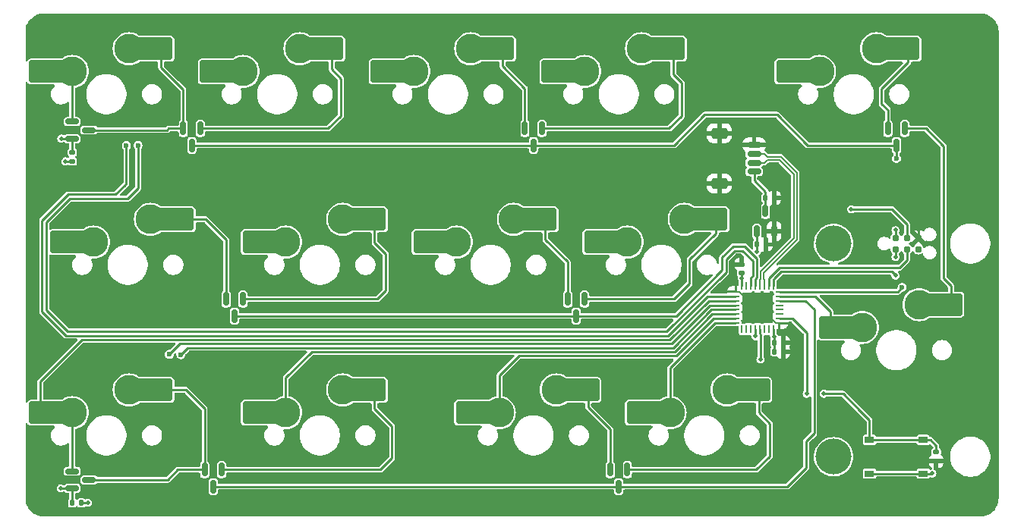
<source format=gbr>
%TF.GenerationSoftware,KiCad,Pcbnew,8.0.1-8.0.1-0~ubuntu23.10.1*%
%TF.CreationDate,2024-04-27T18:00:35-04:00*%
%TF.ProjectId,FunnyNumpad,46756e6e-794e-4756-9d70-61642e6b6963,rev?*%
%TF.SameCoordinates,Original*%
%TF.FileFunction,Copper,L4,Bot*%
%TF.FilePolarity,Positive*%
%FSLAX46Y46*%
G04 Gerber Fmt 4.6, Leading zero omitted, Abs format (unit mm)*
G04 Created by KiCad (PCBNEW 8.0.1-8.0.1-0~ubuntu23.10.1) date 2024-04-27 18:00:35*
%MOMM*%
%LPD*%
G01*
G04 APERTURE LIST*
G04 Aperture macros list*
%AMRoundRect*
0 Rectangle with rounded corners*
0 $1 Rounding radius*
0 $2 $3 $4 $5 $6 $7 $8 $9 X,Y pos of 4 corners*
0 Add a 4 corners polygon primitive as box body*
4,1,4,$2,$3,$4,$5,$6,$7,$8,$9,$2,$3,0*
0 Add four circle primitives for the rounded corners*
1,1,$1+$1,$2,$3*
1,1,$1+$1,$4,$5*
1,1,$1+$1,$6,$7*
1,1,$1+$1,$8,$9*
0 Add four rect primitives between the rounded corners*
20,1,$1+$1,$2,$3,$4,$5,0*
20,1,$1+$1,$4,$5,$6,$7,0*
20,1,$1+$1,$6,$7,$8,$9,0*
20,1,$1+$1,$8,$9,$2,$3,0*%
G04 Aperture macros list end*
%TA.AperFunction,ComponentPad*%
%ADD10C,4.000000*%
%TD*%
%TA.AperFunction,SMDPad,CuDef*%
%ADD11R,1.000000X0.750000*%
%TD*%
%TA.AperFunction,SMDPad,CuDef*%
%ADD12RoundRect,0.135000X0.185000X-0.135000X0.185000X0.135000X-0.185000X0.135000X-0.185000X-0.135000X0*%
%TD*%
%TA.AperFunction,ComponentPad*%
%ADD13C,3.300000*%
%TD*%
%TA.AperFunction,SMDPad,CuDef*%
%ADD14R,1.650000X2.500000*%
%TD*%
%TA.AperFunction,SMDPad,CuDef*%
%ADD15RoundRect,0.250000X1.025000X1.000000X-1.025000X1.000000X-1.025000X-1.000000X1.025000X-1.000000X0*%
%TD*%
%TA.AperFunction,SMDPad,CuDef*%
%ADD16RoundRect,0.135000X-0.135000X-0.185000X0.135000X-0.185000X0.135000X0.185000X-0.135000X0.185000X0*%
%TD*%
%TA.AperFunction,SMDPad,CuDef*%
%ADD17RoundRect,0.150000X0.625000X-0.150000X0.625000X0.150000X-0.625000X0.150000X-0.625000X-0.150000X0*%
%TD*%
%TA.AperFunction,SMDPad,CuDef*%
%ADD18RoundRect,0.250000X0.650000X-0.350000X0.650000X0.350000X-0.650000X0.350000X-0.650000X-0.350000X0*%
%TD*%
%TA.AperFunction,SMDPad,CuDef*%
%ADD19RoundRect,0.150000X-0.150000X0.587500X-0.150000X-0.587500X0.150000X-0.587500X0.150000X0.587500X0*%
%TD*%
%TA.AperFunction,SMDPad,CuDef*%
%ADD20RoundRect,0.140000X-0.140000X-0.170000X0.140000X-0.170000X0.140000X0.170000X-0.140000X0.170000X0*%
%TD*%
%TA.AperFunction,HeatsinkPad*%
%ADD21C,0.500000*%
%TD*%
%TA.AperFunction,HeatsinkPad*%
%ADD22R,3.450000X3.450000*%
%TD*%
%TA.AperFunction,SMDPad,CuDef*%
%ADD23RoundRect,0.062500X0.375000X-0.062500X0.375000X0.062500X-0.375000X0.062500X-0.375000X-0.062500X0*%
%TD*%
%TA.AperFunction,SMDPad,CuDef*%
%ADD24RoundRect,0.062500X0.062500X-0.375000X0.062500X0.375000X-0.062500X0.375000X-0.062500X-0.375000X0*%
%TD*%
%TA.AperFunction,SMDPad,CuDef*%
%ADD25RoundRect,0.150000X-0.587500X-0.150000X0.587500X-0.150000X0.587500X0.150000X-0.587500X0.150000X0*%
%TD*%
%TA.AperFunction,SMDPad,CuDef*%
%ADD26RoundRect,0.150000X0.150000X-0.512500X0.150000X0.512500X-0.150000X0.512500X-0.150000X-0.512500X0*%
%TD*%
%TA.AperFunction,SMDPad,CuDef*%
%ADD27RoundRect,0.140000X0.170000X-0.140000X0.170000X0.140000X-0.170000X0.140000X-0.170000X-0.140000X0*%
%TD*%
%TA.AperFunction,ConnectorPad*%
%ADD28C,0.787400*%
%TD*%
%TA.AperFunction,SMDPad,CuDef*%
%ADD29RoundRect,0.135000X-0.185000X0.135000X-0.185000X-0.135000X0.185000X-0.135000X0.185000X0.135000X0*%
%TD*%
%TA.AperFunction,ViaPad*%
%ADD30C,0.500000*%
%TD*%
%TA.AperFunction,ViaPad*%
%ADD31C,0.600000*%
%TD*%
%TA.AperFunction,Conductor*%
%ADD32C,0.250000*%
%TD*%
%TA.AperFunction,Conductor*%
%ADD33C,0.127000*%
%TD*%
%TA.AperFunction,Conductor*%
%ADD34C,0.155400*%
%TD*%
G04 APERTURE END LIST*
D10*
%TO.P,STAB10,*%
%TO.N,*%
X146605625Y-90487500D03*
X146605625Y-114300000D03*
%TD*%
D11*
%TO.P,SW101,1,1*%
%TO.N,Net-(U102-PH3)*%
X156590625Y-112425000D03*
X150590625Y-112425000D03*
%TO.P,SW101,2,2*%
%TO.N,+3.3V*%
X156590625Y-116175000D03*
X150590625Y-116175000D03*
%TD*%
D12*
%TO.P,R101,1*%
%TO.N,GND*%
X158040000Y-114810000D03*
%TO.P,R101,2*%
%TO.N,Net-(U102-PH3)*%
X158040000Y-113790000D03*
%TD*%
D13*
%TO.P,MX12,2,2*%
%TO.N,Net-(D204-K-Pad2)*%
X91836875Y-106838750D03*
D14*
X93636875Y-106838750D03*
D15*
X95386875Y-106838750D03*
%TO.P,MX12,1,1*%
%TO.N,/COL1*%
X81936875Y-109378750D03*
D14*
X83661875Y-109378750D03*
D13*
X85486875Y-109378750D03*
%TD*%
%TO.P,MX11,2,2*%
%TO.N,Net-(Q202-D)*%
X68024375Y-106838750D03*
D14*
X69824375Y-106838750D03*
D15*
X71574375Y-106838750D03*
%TO.P,MX11,1,1*%
%TO.N,/COL0*%
X58124375Y-109378750D03*
D14*
X59849375Y-109378750D03*
D13*
X61674375Y-109378750D03*
%TD*%
D16*
%TO.P,R202,1*%
%TO.N,Net-(Q202-G)*%
X61680000Y-119440000D03*
%TO.P,R202,2*%
%TO.N,+3.3V*%
X62700000Y-119440000D03*
%TD*%
D17*
%TO.P,J101,1,Pin_1*%
%TO.N,VBUS*%
X137731250Y-82462500D03*
%TO.P,J101,2,Pin_2*%
%TO.N,/DN*%
X137731250Y-81462500D03*
%TO.P,J101,3,Pin_3*%
%TO.N,/DP*%
X137731250Y-80462500D03*
%TO.P,J101,4,Pin_4*%
%TO.N,GND*%
X137731250Y-79462500D03*
D18*
%TO.P,J101,MP,MountPin*%
X133856250Y-83762500D03*
X133856250Y-78162500D03*
%TD*%
D13*
%TO.P,MX3,2,2*%
%TO.N,Net-(D202-K-Pad1)*%
X106124375Y-68738750D03*
D14*
X107924375Y-68738750D03*
D15*
X109674375Y-68738750D03*
%TO.P,MX3,1,1*%
%TO.N,/COL2*%
X96224375Y-71278750D03*
D14*
X97949375Y-71278750D03*
D13*
X99774375Y-71278750D03*
%TD*%
D19*
%TO.P,D201,1,K*%
%TO.N,Net-(Q201-D)*%
X74059375Y-77643750D03*
%TO.P,D201,2,K*%
%TO.N,Net-(D201-K-Pad2)*%
X75959375Y-77643750D03*
%TO.P,D201,3,A*%
%TO.N,/ROW0*%
X75009375Y-79518750D03*
%TD*%
D20*
%TO.P,C104,1*%
%TO.N,VBUS*%
X139000000Y-85400000D03*
%TO.P,C104,2*%
%TO.N,GND*%
X139960000Y-85400000D03*
%TD*%
D13*
%TO.P,MX10,2,2*%
%TO.N,Net-(D207-K-Pad2)*%
X156130625Y-97313750D03*
D14*
X157930625Y-97313750D03*
D15*
X159680625Y-97313750D03*
%TO.P,MX10,1,1*%
%TO.N,/COL4*%
X146230625Y-99853750D03*
D14*
X147955625Y-99853750D03*
D13*
X149780625Y-99853750D03*
%TD*%
%TO.P,MX13,2,2*%
%TO.N,Net-(D205-K-Pad1)*%
X115649375Y-106838750D03*
D14*
X117449375Y-106838750D03*
D15*
X119199375Y-106838750D03*
%TO.P,MX13,1,1*%
%TO.N,/COL2*%
X105749375Y-109378750D03*
D14*
X107474375Y-109378750D03*
D13*
X109299375Y-109378750D03*
%TD*%
D19*
%TO.P,D206,1,K*%
%TO.N,Net-(D206-K-Pad1)*%
X116921875Y-96693750D03*
%TO.P,D206,2,K*%
%TO.N,Net-(D206-K-Pad2)*%
X118821875Y-96693750D03*
%TO.P,D206,3,A*%
%TO.N,/ROW1*%
X117871875Y-98568750D03*
%TD*%
D21*
%TO.P,U102,33,VSS*%
%TO.N,GND*%
X139112500Y-96631250D03*
X138112500Y-96631250D03*
X137112500Y-96631250D03*
X139112500Y-97631250D03*
D22*
X138112500Y-97631250D03*
D21*
X138112500Y-97631250D03*
X137112500Y-97631250D03*
X139112500Y-98631250D03*
X138112500Y-98631250D03*
X137112500Y-98631250D03*
D23*
%TO.P,U102,32,VSS*%
X140550000Y-99381250D03*
%TO.P,U102,31,PH3*%
%TO.N,Net-(U102-PH3)*%
X140550000Y-98881250D03*
%TO.P,U102,30,PB7*%
%TO.N,unconnected-(U102-PB7-Pad30)*%
X140550000Y-98381250D03*
%TO.P,U102,29,PB6*%
%TO.N,unconnected-(U102-PB6-Pad29)*%
X140550000Y-97881250D03*
%TO.P,U102,28,PB5*%
%TO.N,unconnected-(U102-PB5-Pad28)*%
X140550000Y-97381250D03*
%TO.P,U102,27,PB4*%
%TO.N,/ROW2*%
X140550000Y-96881250D03*
%TO.P,U102,26,PB3*%
%TO.N,/COL4*%
X140550000Y-96381250D03*
%TO.P,U102,25,PA15*%
%TO.N,/ROW0*%
X140550000Y-95881250D03*
D24*
%TO.P,U102,24,PA14*%
%TO.N,/SWDIO*%
X139862500Y-95193750D03*
%TO.P,U102,23,PA13*%
%TO.N,/SWCLK*%
X139362500Y-95193750D03*
%TO.P,U102,22,PA12*%
%TO.N,/DP*%
X138862500Y-95193750D03*
%TO.P,U102,21,PA11*%
%TO.N,/DN*%
X138362500Y-95193750D03*
%TO.P,U102,20,PA10*%
%TO.N,/ROW1*%
X137862500Y-95193750D03*
%TO.P,U102,19,PA9*%
%TO.N,/ENC1A*%
X137362500Y-95193750D03*
%TO.P,U102,18,PA8*%
%TO.N,unconnected-(U102-PA8-Pad18)*%
X136862500Y-95193750D03*
%TO.P,U102,17,VDD*%
%TO.N,+3.3V*%
X136362500Y-95193750D03*
D23*
%TO.P,U102,16,VSS*%
%TO.N,GND*%
X135675000Y-95881250D03*
%TO.P,U102,15,PB1*%
%TO.N,/ENC1B*%
X135675000Y-96381250D03*
%TO.P,U102,14,PB0*%
%TO.N,/COL0*%
X135675000Y-96881250D03*
%TO.P,U102,13,PA7*%
%TO.N,/ENC2B*%
X135675000Y-97381250D03*
%TO.P,U102,12,PA6*%
%TO.N,/ENC2A*%
X135675000Y-97881250D03*
%TO.P,U102,11,PA5*%
%TO.N,/COL1*%
X135675000Y-98381250D03*
%TO.P,U102,10,PA4*%
%TO.N,/COL2*%
X135675000Y-98881250D03*
%TO.P,U102,9,PA3*%
%TO.N,/COL3*%
X135675000Y-99381250D03*
D24*
%TO.P,U102,8,PA2*%
%TO.N,unconnected-(U102-PA2-Pad8)*%
X136362500Y-100068750D03*
%TO.P,U102,7,PA1*%
%TO.N,unconnected-(U102-PA1-Pad7)*%
X136862500Y-100068750D03*
%TO.P,U102,6,PA0*%
%TO.N,unconnected-(U102-PA0-Pad6)*%
X137362500Y-100068750D03*
%TO.P,U102,5,VDDA*%
%TO.N,+3.3V*%
X137862500Y-100068750D03*
%TO.P,U102,4,NRST*%
%TO.N,/~{RST}*%
X138362500Y-100068750D03*
%TO.P,U102,3,PC15*%
%TO.N,unconnected-(U102-PC15-Pad3)*%
X138862500Y-100068750D03*
%TO.P,U102,2,PC14*%
%TO.N,unconnected-(U102-PC14-Pad2)*%
X139362500Y-100068750D03*
%TO.P,U102,1,VDD*%
%TO.N,+3.3V*%
X139862500Y-100068750D03*
%TD*%
D13*
%TO.P,MX7,2,2*%
%TO.N,Net-(D203-K-Pad2)*%
X91836875Y-87788750D03*
D14*
X93636875Y-87788750D03*
D15*
X95386875Y-87788750D03*
%TO.P,MX7,1,1*%
%TO.N,/COL1*%
X81936875Y-90328750D03*
D14*
X83661875Y-90328750D03*
D13*
X85486875Y-90328750D03*
%TD*%
D19*
%TO.P,D207,1,K*%
%TO.N,Net-(D207-K-Pad1)*%
X152640625Y-77643750D03*
%TO.P,D207,2,K*%
%TO.N,Net-(D207-K-Pad2)*%
X154540625Y-77643750D03*
%TO.P,D207,3,A*%
%TO.N,/ROW0*%
X153590625Y-79518750D03*
%TD*%
D25*
%TO.P,Q202,1,G*%
%TO.N,Net-(Q202-G)*%
X61670000Y-117820000D03*
%TO.P,Q202,2,S*%
%TO.N,/COL0*%
X61670000Y-115920000D03*
%TO.P,Q202,3,D*%
%TO.N,Net-(Q202-D)*%
X63545000Y-116870000D03*
%TD*%
D20*
%TO.P,C102,1*%
%TO.N,+3.3V*%
X140000000Y-102566875D03*
%TO.P,C102,2*%
%TO.N,GND*%
X140960000Y-102566875D03*
%TD*%
D13*
%TO.P,MX9,2,2*%
%TO.N,Net-(D206-K-Pad2)*%
X129936875Y-87788750D03*
D14*
X131736875Y-87788750D03*
D15*
X133486875Y-87788750D03*
%TO.P,MX9,1,1*%
%TO.N,/COL3*%
X120036875Y-90328750D03*
D14*
X121761875Y-90328750D03*
D13*
X123586875Y-90328750D03*
%TD*%
D19*
%TO.P,D202,1,K*%
%TO.N,Net-(D202-K-Pad1)*%
X112159375Y-77643750D03*
%TO.P,D202,2,K*%
%TO.N,Net-(D202-K-Pad2)*%
X114059375Y-77643750D03*
%TO.P,D202,3,A*%
%TO.N,/ROW0*%
X113109375Y-79518750D03*
%TD*%
D26*
%TO.P,U103,1,GND*%
%TO.N,GND*%
X139950000Y-89137500D03*
%TO.P,U103,2,VO*%
%TO.N,+3.3V*%
X138050000Y-89137500D03*
%TO.P,U103,3,VI*%
%TO.N,VBUS*%
X139000000Y-86862500D03*
%TD*%
D27*
%TO.P,C103,1*%
%TO.N,+3.3V*%
X136360000Y-93770000D03*
%TO.P,C103,2*%
%TO.N,GND*%
X136360000Y-92810000D03*
%TD*%
D19*
%TO.P,D204,1,K*%
%TO.N,Net-(Q202-D)*%
X76440625Y-115743750D03*
%TO.P,D204,2,K*%
%TO.N,Net-(D204-K-Pad2)*%
X78340625Y-115743750D03*
%TO.P,D204,3,A*%
%TO.N,/ROW2*%
X77390625Y-117618750D03*
%TD*%
D13*
%TO.P,MX1,2,2*%
%TO.N,Net-(Q201-D)*%
X68024375Y-68738750D03*
D14*
X69824375Y-68738750D03*
D15*
X71574375Y-68738750D03*
%TO.P,MX1,1,1*%
%TO.N,/COL0*%
X58124375Y-71278750D03*
D14*
X59849375Y-71278750D03*
D13*
X61674375Y-71278750D03*
%TD*%
%TO.P,MX4,2,2*%
%TO.N,Net-(D202-K-Pad2)*%
X125174375Y-68738750D03*
D14*
X126974375Y-68738750D03*
D15*
X128724375Y-68738750D03*
%TO.P,MX4,1,1*%
%TO.N,/COL3*%
X115274375Y-71278750D03*
D14*
X116999375Y-71278750D03*
D13*
X118824375Y-71278750D03*
%TD*%
%TO.P,MX8,2,2*%
%TO.N,Net-(D206-K-Pad1)*%
X110886875Y-87788750D03*
D14*
X112686875Y-87788750D03*
D15*
X114436875Y-87788750D03*
%TO.P,MX8,1,1*%
%TO.N,/COL2*%
X100986875Y-90328750D03*
D14*
X102711875Y-90328750D03*
D13*
X104536875Y-90328750D03*
%TD*%
D20*
%TO.P,C105,1*%
%TO.N,+3.3V*%
X138050000Y-90600000D03*
%TO.P,C105,2*%
%TO.N,GND*%
X139010000Y-90600000D03*
%TD*%
D28*
%TO.P,J102,6,SWO*%
%TO.N,unconnected-(J102-SWO-Pad6)*%
X156051250Y-91122500D03*
%TO.P,J102,5,GND*%
%TO.N,GND*%
X156051250Y-89852500D03*
%TO.P,J102,4,SWCLK*%
%TO.N,/SWCLK*%
X154781250Y-91122500D03*
%TO.P,J102,3,~{RST}*%
%TO.N,/~{RST}*%
X154781250Y-89852500D03*
%TO.P,J102,2,SWDIO*%
%TO.N,/SWDIO*%
X153511250Y-91122500D03*
%TO.P,J102,1,VCC*%
%TO.N,+3.3V*%
X153511250Y-89852500D03*
%TD*%
D29*
%TO.P,R201,1*%
%TO.N,Net-(Q201-G)*%
X61670000Y-80290000D03*
%TO.P,R201,2*%
%TO.N,+3.3V*%
X61670000Y-81310000D03*
%TD*%
D13*
%TO.P,MX6,2,2*%
%TO.N,Net-(D203-K-Pad1)*%
X70405625Y-87788750D03*
D14*
X72205625Y-87788750D03*
D15*
X73955625Y-87788750D03*
%TO.P,MX6,1,1*%
%TO.N,/COL0*%
X60505625Y-90328750D03*
D14*
X62230625Y-90328750D03*
D13*
X64055625Y-90328750D03*
%TD*%
%TO.P,MX5,2,2*%
%TO.N,Net-(D207-K-Pad1)*%
X151368125Y-68738750D03*
D14*
X153168125Y-68738750D03*
D15*
X154918125Y-68738750D03*
%TO.P,MX5,1,1*%
%TO.N,/COL4*%
X141468125Y-71278750D03*
D14*
X143193125Y-71278750D03*
D13*
X145018125Y-71278750D03*
%TD*%
%TO.P,MX14,2,2*%
%TO.N,Net-(D205-K-Pad2)*%
X134699375Y-106838750D03*
D14*
X136499375Y-106838750D03*
D15*
X138249375Y-106838750D03*
%TO.P,MX14,1,1*%
%TO.N,/COL3*%
X124799375Y-109378750D03*
D14*
X126524375Y-109378750D03*
D13*
X128349375Y-109378750D03*
%TD*%
D20*
%TO.P,C101,1*%
%TO.N,+3.3V*%
X140000000Y-101546875D03*
%TO.P,C101,2*%
%TO.N,GND*%
X140960000Y-101546875D03*
%TD*%
D19*
%TO.P,D203,1,K*%
%TO.N,Net-(D203-K-Pad1)*%
X78821875Y-96693750D03*
%TO.P,D203,2,K*%
%TO.N,Net-(D203-K-Pad2)*%
X80721875Y-96693750D03*
%TO.P,D203,3,A*%
%TO.N,/ROW1*%
X79771875Y-98568750D03*
%TD*%
D25*
%TO.P,Q201,1,G*%
%TO.N,Net-(Q201-G)*%
X61662500Y-78770000D03*
%TO.P,Q201,2,S*%
%TO.N,/COL0*%
X61662500Y-76870000D03*
%TO.P,Q201,3,D*%
%TO.N,Net-(Q201-D)*%
X63537500Y-77820000D03*
%TD*%
D19*
%TO.P,D205,1,K*%
%TO.N,Net-(D205-K-Pad1)*%
X121684375Y-115743750D03*
%TO.P,D205,2,K*%
%TO.N,Net-(D205-K-Pad2)*%
X123584375Y-115743750D03*
%TO.P,D205,3,A*%
%TO.N,/ROW2*%
X122634375Y-117618750D03*
%TD*%
D13*
%TO.P,MX2,2,2*%
%TO.N,Net-(D201-K-Pad2)*%
X87074375Y-68738750D03*
D14*
X88874375Y-68738750D03*
D15*
X90624375Y-68738750D03*
%TO.P,MX2,1,1*%
%TO.N,/COL1*%
X77174375Y-71278750D03*
D14*
X78899375Y-71278750D03*
D13*
X80724375Y-71278750D03*
%TD*%
D30*
%TO.N,GND*%
X158820000Y-114810000D03*
%TO.N,+3.3V*%
X157610000Y-116170000D03*
%TO.N,Net-(U102-PH3)*%
X145500000Y-107260000D03*
X143590000Y-107260000D03*
D31*
%TO.N,/ENC2A*%
X73790000Y-102890000D03*
%TO.N,/ENC2B*%
X72510000Y-102870000D03*
%TO.N,/ENC1B*%
X67710000Y-79530000D03*
%TO.N,/ENC1A*%
X69000000Y-79530000D03*
%TO.N,/ROW0*%
X154240000Y-95380000D03*
X153590000Y-80980000D03*
D30*
%TO.N,GND*%
X140700000Y-85400000D03*
X136360000Y-92150000D03*
X141560000Y-101546875D03*
X156050000Y-88990000D03*
X141560000Y-102566875D03*
X139010000Y-91370000D03*
X63220000Y-75320000D03*
X139950000Y-90270000D03*
X138900000Y-79470000D03*
X63050000Y-113420000D03*
%TO.N,+3.3V*%
X137860000Y-100840000D03*
X60900000Y-81310000D03*
X136360000Y-94360000D03*
X63420000Y-119440000D03*
X139965000Y-100865000D03*
X138050000Y-91370000D03*
X153510000Y-88990000D03*
%TO.N,/SWDIO*%
X153500000Y-91980000D03*
X153500000Y-94070000D03*
%TO.N,/~{RST}*%
X138430000Y-103440000D03*
X148560000Y-86660000D03*
%TO.N,Net-(Q201-G)*%
X60460000Y-78770000D03*
%TO.N,Net-(Q202-G)*%
X60390000Y-117820000D03*
%TD*%
D32*
%TO.N,GND*%
X158040000Y-114810000D02*
X158820000Y-114810000D01*
%TO.N,Net-(U102-PH3)*%
X158040000Y-113790000D02*
X158040000Y-113040000D01*
X158040000Y-113040000D02*
X157425000Y-112425000D01*
X157425000Y-112425000D02*
X156590625Y-112425000D01*
%TO.N,+3.3V*%
X157605000Y-116175000D02*
X157610000Y-116170000D01*
X156590625Y-116175000D02*
X157605000Y-116175000D01*
X150590625Y-116175000D02*
X156590625Y-116175000D01*
%TO.N,Net-(U102-PH3)*%
X149650000Y-109260000D02*
X147650000Y-107260000D01*
X150590625Y-112425000D02*
X150590625Y-110200625D01*
X147650000Y-107260000D02*
X145500000Y-107260000D01*
X150590625Y-110200625D02*
X149650000Y-109260000D01*
X143590000Y-107260000D02*
X143590000Y-100430000D01*
X142041250Y-98881250D02*
X140550000Y-98881250D01*
X143590000Y-100430000D02*
X142041250Y-98881250D01*
X150590625Y-112425000D02*
X156590625Y-112425000D01*
%TO.N,/COL3*%
X135675000Y-99381250D02*
X133339918Y-99381250D01*
X133339918Y-99381250D02*
X128349375Y-104371793D01*
X128349375Y-104371793D02*
X128349375Y-109378750D01*
%TO.N,/COL2*%
X135675000Y-98881250D02*
X133203522Y-98881250D01*
X133203522Y-98881250D02*
X129064772Y-103020000D01*
X129064772Y-103020000D02*
X111520000Y-103020000D01*
X111520000Y-103020000D02*
X109299375Y-105240625D01*
X109299375Y-105240625D02*
X109299375Y-109378750D01*
%TO.N,/COL1*%
X135675000Y-98381250D02*
X135673750Y-98380000D01*
X135673750Y-98380000D02*
X133068376Y-98380000D01*
X133068376Y-98380000D02*
X128878376Y-102570000D01*
X128878376Y-102570000D02*
X88380000Y-102570000D01*
X88380000Y-102570000D02*
X85486875Y-105463125D01*
X85486875Y-105463125D02*
X85486875Y-109378750D01*
%TO.N,/ENC2A*%
X74560000Y-102120000D02*
X128691980Y-102120000D01*
X73790000Y-102890000D02*
X74560000Y-102120000D01*
X128691980Y-102120000D02*
X132930730Y-97881250D01*
X132930730Y-97881250D02*
X135675000Y-97881250D01*
%TO.N,/ENC2B*%
X79620000Y-101670000D02*
X73710000Y-101670000D01*
X73710000Y-101670000D02*
X72510000Y-102870000D01*
X125360000Y-101670000D02*
X79620000Y-101670000D01*
X128505584Y-101670000D02*
X125360000Y-101670000D01*
%TO.N,/COL0*%
X135675000Y-96881250D02*
X132657938Y-96881250D01*
X132657938Y-96881250D02*
X128319188Y-101220000D01*
X62780000Y-101220000D02*
X58124375Y-105875625D01*
X128319188Y-101220000D02*
X62780000Y-101220000D01*
X58124375Y-105875625D02*
X58124375Y-109378750D01*
%TO.N,/ENC1B*%
X58310000Y-97100000D02*
X58310000Y-87893604D01*
X61930000Y-85010000D02*
X66500000Y-85010000D01*
X61193604Y-85010000D02*
X61930000Y-85010000D01*
X128132792Y-100770000D02*
X117250000Y-100770000D01*
X60963604Y-100770000D02*
X58310000Y-98116396D01*
X117250000Y-100770000D02*
X60963604Y-100770000D01*
X58310000Y-87893604D02*
X61193604Y-85010000D01*
X67580000Y-83930000D02*
X67710000Y-83800000D01*
X58310000Y-98116396D02*
X58310000Y-97100000D01*
X67710000Y-83800000D02*
X67710000Y-79530000D01*
X66500000Y-85010000D02*
X67580000Y-83930000D01*
%TO.N,/ENC1A*%
X60770000Y-86070000D02*
X61380000Y-85460000D01*
X67460000Y-85460000D02*
X67860000Y-85460000D01*
X60660000Y-99830000D02*
X58760000Y-97930000D01*
X127946396Y-100320000D02*
X117830000Y-100320000D01*
X117830000Y-100320000D02*
X61150000Y-100320000D01*
X61150000Y-100320000D02*
X60660000Y-99830000D01*
X58760000Y-90200000D02*
X58760000Y-88080000D01*
X61380000Y-85460000D02*
X67460000Y-85460000D01*
X58760000Y-88080000D02*
X60770000Y-86070000D01*
X67860000Y-85460000D02*
X69000000Y-84320000D01*
X58760000Y-97930000D02*
X58760000Y-90200000D01*
X69000000Y-84320000D02*
X69000000Y-79530000D01*
%TO.N,/ROW1*%
X134150000Y-93480000D02*
X129061250Y-98568750D01*
X129061250Y-98568750D02*
X117871875Y-98568750D01*
%TO.N,/ROW2*%
X140550000Y-96881250D02*
X143431250Y-96881250D01*
X143431250Y-96881250D02*
X144430000Y-97880000D01*
X141441250Y-117618750D02*
X122634375Y-117618750D01*
X144430000Y-97880000D02*
X144430000Y-111660000D01*
X144430000Y-111660000D02*
X143520000Y-112570000D01*
X143520000Y-112570000D02*
X143520000Y-115540000D01*
X143520000Y-115540000D02*
X141441250Y-117618750D01*
%TO.N,/ROW0*%
X153590625Y-79518750D02*
X143718750Y-79518750D01*
X143718750Y-79518750D02*
X140310000Y-76110000D01*
X140310000Y-76110000D02*
X132190000Y-76110000D01*
X132190000Y-76110000D02*
X128781250Y-79518750D01*
X128781250Y-79518750D02*
X113109375Y-79518750D01*
%TO.N,/COL4*%
X140550000Y-96381250D02*
X144551250Y-96381250D01*
X144551250Y-96381250D02*
X146230625Y-98060625D01*
X146230625Y-98060625D02*
X146230625Y-99853750D01*
%TO.N,/ROW0*%
X153590625Y-79518750D02*
X153590625Y-80979375D01*
X153590625Y-80979375D02*
X153590000Y-80980000D01*
X153738750Y-95881250D02*
X154240000Y-95380000D01*
X140550000Y-95881250D02*
X153738750Y-95881250D01*
%TO.N,Net-(D202-K-Pad2)*%
X129620000Y-72520000D02*
X128724375Y-71624375D01*
X114059375Y-77643750D02*
X128246250Y-77643750D01*
X128724375Y-71624375D02*
X128724375Y-68738750D01*
X129620000Y-76270000D02*
X129620000Y-72520000D01*
X128246250Y-77643750D02*
X129620000Y-76270000D01*
%TO.N,Net-(D202-K-Pad1)*%
X112159375Y-73189375D02*
X112159375Y-77643750D01*
X109674375Y-70704375D02*
X112159375Y-73189375D01*
X109674375Y-68738750D02*
X109674375Y-70704375D01*
%TO.N,Net-(D203-K-Pad2)*%
X95666250Y-96693750D02*
X96650000Y-95710000D01*
X95386875Y-90366875D02*
X95386875Y-87788750D01*
X96650000Y-91630000D02*
X95386875Y-90366875D01*
X80721875Y-96693750D02*
X95666250Y-96693750D01*
X96650000Y-95710000D02*
X96650000Y-91630000D01*
%TO.N,Net-(D203-K-Pad1)*%
X76558750Y-87788750D02*
X78821875Y-90051875D01*
X73955625Y-87788750D02*
X76558750Y-87788750D01*
X78821875Y-90051875D02*
X78821875Y-96693750D01*
%TO.N,Net-(D205-K-Pad1)*%
X121684375Y-111234375D02*
X121684375Y-115743750D01*
X119199375Y-108749375D02*
X121684375Y-111234375D01*
X119199375Y-106838750D02*
X119199375Y-108749375D01*
%TO.N,Net-(D205-K-Pad2)*%
X137966250Y-115743750D02*
X139480000Y-114230000D01*
X138249375Y-109389375D02*
X138249375Y-106838750D01*
X139480000Y-110620000D02*
X138249375Y-109389375D01*
X139480000Y-114230000D02*
X139480000Y-110620000D01*
X123584375Y-115743750D02*
X137966250Y-115743750D01*
%TO.N,Net-(D206-K-Pad1)*%
X114436875Y-87788750D02*
X114436875Y-90036875D01*
X116921875Y-92521875D02*
X116921875Y-96693750D01*
X114436875Y-90036875D02*
X116921875Y-92521875D01*
%TO.N,Net-(D206-K-Pad2)*%
X128766250Y-96693750D02*
X130530000Y-94930000D01*
X133486875Y-89333125D02*
X133486875Y-87788750D01*
X118821875Y-96693750D02*
X128766250Y-96693750D01*
X130530000Y-92290000D02*
X133486875Y-89333125D01*
X130530000Y-94930000D02*
X130530000Y-92290000D01*
%TO.N,Net-(D207-K-Pad2)*%
X158850000Y-79610000D02*
X156883750Y-77643750D01*
X159680625Y-97313750D02*
X159680625Y-95190625D01*
X156883750Y-77643750D02*
X154540625Y-77643750D01*
X158850000Y-94360000D02*
X158850000Y-79610000D01*
X159680625Y-95190625D02*
X158850000Y-94360000D01*
%TO.N,Net-(D207-K-Pad1)*%
X152640625Y-75550625D02*
X152640625Y-77643750D01*
X151950000Y-74860000D02*
X152640625Y-75550625D01*
X154918125Y-70241875D02*
X151950000Y-73210000D01*
X154918125Y-68738750D02*
X154918125Y-70241875D01*
X151950000Y-73210000D02*
X151950000Y-74860000D01*
%TO.N,/ROW1*%
X137862500Y-95193750D02*
X137862500Y-94463469D01*
X138027300Y-94298669D02*
X138027300Y-92167300D01*
X136640000Y-90780000D02*
X135400000Y-90780000D01*
X134150000Y-92030000D02*
X134150000Y-93480000D01*
X138027300Y-92167300D02*
X136640000Y-90780000D01*
X135400000Y-90780000D02*
X134150000Y-92030000D01*
X137862500Y-94463469D02*
X138027300Y-94298669D01*
%TO.N,/ENC2B*%
X131642792Y-98532792D02*
X128505584Y-101670000D01*
X132794334Y-97381250D02*
X131642792Y-98532792D01*
X135675000Y-97381250D02*
X132794334Y-97381250D01*
%TO.N,/ENC1A*%
X134600000Y-93666396D02*
X127946396Y-100320000D01*
X135536396Y-91280000D02*
X134600000Y-92216396D01*
X137577300Y-92417300D02*
X136440000Y-91280000D01*
X137362500Y-94327073D02*
X137577300Y-94112273D01*
X136440000Y-91280000D02*
X135536396Y-91280000D01*
X137577300Y-94112273D02*
X137577300Y-92417300D01*
X137362500Y-95193750D02*
X137362500Y-94327073D01*
X134600000Y-92216396D02*
X134600000Y-93666396D01*
%TO.N,/ENC1B*%
X131576396Y-97326396D02*
X128132792Y-100770000D01*
X135675000Y-96381250D02*
X132521542Y-96381250D01*
X132521542Y-96381250D02*
X131576396Y-97326396D01*
%TO.N,GND*%
X139950000Y-89137500D02*
X139950000Y-90270000D01*
D33*
X140112501Y-99381250D02*
X138362501Y-97631250D01*
X140550000Y-99381250D02*
X140112501Y-99381250D01*
X138362501Y-97631250D02*
X138112500Y-97631250D01*
X136112499Y-95881250D02*
X137862499Y-97631250D01*
D32*
X140960000Y-102566875D02*
X141560000Y-102566875D01*
X138892500Y-79462500D02*
X138900000Y-79470000D01*
X156051250Y-89852500D02*
X156051250Y-88991250D01*
X139960000Y-85400000D02*
X140700000Y-85400000D01*
X136360000Y-92810000D02*
X136360000Y-92150000D01*
D33*
X137862499Y-97631250D02*
X138112500Y-97631250D01*
D32*
X140960000Y-101546875D02*
X141560000Y-101546875D01*
D33*
X135675000Y-95881250D02*
X136112499Y-95881250D01*
D32*
X139010000Y-90600000D02*
X139010000Y-91370000D01*
X137731250Y-79462500D02*
X138892500Y-79462500D01*
X156051250Y-88991250D02*
X156050000Y-88990000D01*
%TO.N,+3.3V*%
X137862500Y-100837500D02*
X137860000Y-100840000D01*
X138050000Y-90600000D02*
X138050000Y-91370000D01*
X139862500Y-100762500D02*
X139862500Y-100068750D01*
X139965000Y-100865000D02*
X139990000Y-100890000D01*
X136362500Y-95193750D02*
X136362500Y-94362500D01*
X153511250Y-88991250D02*
X153510000Y-88990000D01*
X140000000Y-102566875D02*
X140000000Y-102460000D01*
X136362500Y-94362500D02*
X136360000Y-94360000D01*
X139990000Y-100890000D02*
X139990000Y-102556875D01*
X139965000Y-100865000D02*
X139862500Y-100762500D01*
X153511250Y-89852500D02*
X153511250Y-88991250D01*
X137862500Y-100068750D02*
X137862500Y-100837500D01*
X136360000Y-94360000D02*
X136360000Y-93770000D01*
X139990000Y-102556875D02*
X140000000Y-102566875D01*
X138050000Y-89137500D02*
X138050000Y-90600000D01*
X61670000Y-81310000D02*
X60900000Y-81310000D01*
X63420000Y-119440000D02*
X62700000Y-119440000D01*
%TO.N,Net-(Q201-D)*%
X74059375Y-73299375D02*
X74059375Y-77643750D01*
X63537500Y-77820000D02*
X72250000Y-77820000D01*
X72426250Y-77643750D02*
X74059375Y-77643750D01*
X71574375Y-68738750D02*
X71574375Y-70814375D01*
X72250000Y-77820000D02*
X72426250Y-77643750D01*
X71574375Y-70814375D02*
X74059375Y-73299375D01*
%TO.N,Net-(Q202-D)*%
X76440625Y-108920625D02*
X76440625Y-115743750D01*
X73446250Y-115743750D02*
X76440625Y-115743750D01*
X72320000Y-116870000D02*
X73446250Y-115743750D01*
X71574375Y-106838750D02*
X74358750Y-106838750D01*
X63545000Y-116870000D02*
X72320000Y-116870000D01*
X74358750Y-106838750D02*
X76440625Y-108920625D01*
%TO.N,/SWDIO*%
X153500000Y-91980000D02*
X153510000Y-91970000D01*
X139862500Y-94497500D02*
X140010000Y-94350000D01*
X140720000Y-93640000D02*
X141970000Y-93640000D01*
X139862500Y-95193750D02*
X139862500Y-94497500D01*
X140010000Y-94350000D02*
X140720000Y-93640000D01*
X153070000Y-93640000D02*
X153500000Y-94070000D01*
X153510000Y-91123750D02*
X153511250Y-91122500D01*
X141970000Y-93640000D02*
X153070000Y-93640000D01*
X153510000Y-91970000D02*
X153510000Y-91123750D01*
%TO.N,/SWCLK*%
X139362500Y-95193750D02*
X139362500Y-94357500D01*
X139362500Y-94357500D02*
X140530000Y-93190000D01*
X154781250Y-92328750D02*
X154781250Y-91122500D01*
X140530000Y-93190000D02*
X153920000Y-93190000D01*
X153920000Y-93190000D02*
X154781250Y-92328750D01*
%TO.N,/~{RST}*%
X138440000Y-100606827D02*
X138440000Y-101950000D01*
X154781250Y-88331250D02*
X154781250Y-89852500D01*
X138362500Y-100068750D02*
X138362500Y-100529327D01*
X138362500Y-100529327D02*
X138440000Y-100606827D01*
X138440000Y-101950000D02*
X138440000Y-103430000D01*
X148560000Y-86660000D02*
X153110000Y-86660000D01*
X138440000Y-103430000D02*
X138430000Y-103440000D01*
X153110000Y-86660000D02*
X154781250Y-88331250D01*
%TO.N,Net-(Q201-G)*%
X61662500Y-78770000D02*
X61662500Y-80282500D01*
X61662500Y-80282500D02*
X61670000Y-80290000D01*
X61662500Y-78770000D02*
X60460000Y-78770000D01*
%TO.N,Net-(Q202-G)*%
X61670000Y-117820000D02*
X60390000Y-117820000D01*
X61680000Y-119440000D02*
X61680000Y-117830000D01*
X61680000Y-117830000D02*
X61670000Y-117820000D01*
D34*
%TO.N,/DP*%
X140696770Y-80783200D02*
X139214451Y-80783200D01*
X138862500Y-94537499D02*
X138791800Y-94466799D01*
X139214451Y-80783200D02*
X138893751Y-80462500D01*
X138791800Y-93761770D02*
X142519300Y-90034270D01*
X138893751Y-80462500D02*
X137731250Y-80462500D01*
X142519300Y-90034270D02*
X142519300Y-82605730D01*
X138791800Y-94466799D02*
X138791800Y-93761770D01*
X142519300Y-82605730D02*
X140696770Y-80783200D01*
X138862500Y-95193750D02*
X138862500Y-94537499D01*
D32*
%TO.N,VBUS*%
X139000000Y-86862500D02*
X139000000Y-85400000D01*
X137731250Y-82462500D02*
X137731250Y-83431250D01*
X137731250Y-83431250D02*
X139000000Y-84700000D01*
X139000000Y-84700000D02*
X139000000Y-85400000D01*
%TO.N,/ROW0*%
X113109375Y-79518750D02*
X75009375Y-79518750D01*
%TO.N,/ROW1*%
X117871875Y-98568750D02*
X79771875Y-98568750D01*
%TO.N,/ROW2*%
X77390625Y-117618750D02*
X122634375Y-117618750D01*
%TO.N,/COL0*%
X61674375Y-109378750D02*
X61674375Y-115915625D01*
X61674375Y-115915625D02*
X61670000Y-115920000D01*
X61662500Y-71290625D02*
X61674375Y-71278750D01*
X61662500Y-76870000D02*
X61662500Y-71290625D01*
D34*
%TO.N,/DN*%
X142160700Y-82754270D02*
X140548230Y-81141800D01*
X138433200Y-93613230D02*
X142160700Y-89885730D01*
X138433200Y-94466799D02*
X138433200Y-93613230D01*
X142160700Y-89885730D02*
X142160700Y-82754270D01*
X140548230Y-81141800D02*
X139214451Y-81141800D01*
X139214451Y-81141800D02*
X138893751Y-81462500D01*
X138362500Y-95193750D02*
X138362500Y-94537499D01*
X138362500Y-94537499D02*
X138433200Y-94466799D01*
X138893751Y-81462500D02*
X137731250Y-81462500D01*
D32*
%TO.N,Net-(D201-K-Pad2)*%
X90624375Y-68738750D02*
X90624375Y-71034375D01*
X91650000Y-72060000D02*
X91650000Y-76220000D01*
X90624375Y-71034375D02*
X91650000Y-72060000D01*
X90226250Y-77643750D02*
X75959375Y-77643750D01*
X91650000Y-76220000D02*
X90226250Y-77643750D01*
%TO.N,Net-(D204-K-Pad2)*%
X96026250Y-115743750D02*
X97340000Y-114430000D01*
X78340625Y-115743750D02*
X96026250Y-115743750D01*
X97340000Y-110890000D02*
X95386875Y-108936875D01*
X95386875Y-108936875D02*
X95386875Y-106838750D01*
X97340000Y-114430000D02*
X97340000Y-110890000D01*
%TD*%
%TA.AperFunction,Conductor*%
%TO.N,GND*%
G36*
X162930988Y-64794251D02*
G01*
X162992814Y-64794250D01*
X163000923Y-64794514D01*
X163249763Y-64810823D01*
X163265830Y-64812938D01*
X163506414Y-64860791D01*
X163522080Y-64864988D01*
X163754367Y-64943838D01*
X163769338Y-64950040D01*
X163972762Y-65050358D01*
X163989335Y-65058531D01*
X164003383Y-65066641D01*
X164207338Y-65202920D01*
X164220202Y-65212791D01*
X164404620Y-65374522D01*
X164416090Y-65385992D01*
X164577819Y-65570412D01*
X164587693Y-65583280D01*
X164723970Y-65787236D01*
X164732080Y-65801284D01*
X164840564Y-66021276D01*
X164846771Y-66036261D01*
X164925615Y-66268536D01*
X164929813Y-66284204D01*
X164977663Y-66524781D01*
X164979780Y-66540863D01*
X164996109Y-66790075D01*
X164996374Y-66798184D01*
X164996373Y-66868255D01*
X164996375Y-66868284D01*
X164996375Y-118870250D01*
X164996373Y-118870284D01*
X164996374Y-118939696D01*
X164996109Y-118947805D01*
X164979805Y-119196639D01*
X164977688Y-119212722D01*
X164929837Y-119453302D01*
X164925639Y-119468969D01*
X164846796Y-119701245D01*
X164840589Y-119716231D01*
X164732100Y-119936231D01*
X164723990Y-119950278D01*
X164587713Y-120154234D01*
X164577839Y-120167102D01*
X164416107Y-120351524D01*
X164404637Y-120362994D01*
X164220217Y-120524728D01*
X164207349Y-120534602D01*
X164003394Y-120670880D01*
X163989347Y-120678990D01*
X163769348Y-120787482D01*
X163754362Y-120793689D01*
X163522095Y-120872532D01*
X163506427Y-120876731D01*
X163265840Y-120924585D01*
X163249759Y-120926702D01*
X163001305Y-120942984D01*
X162993196Y-120943249D01*
X162923394Y-120943249D01*
X162923378Y-120943250D01*
X58463433Y-120943250D01*
X58455323Y-120942984D01*
X58432397Y-120941481D01*
X58206510Y-120926673D01*
X58190429Y-120924556D01*
X57949854Y-120876699D01*
X57934187Y-120872501D01*
X57701918Y-120793653D01*
X57686933Y-120787446D01*
X57466937Y-120678953D01*
X57452893Y-120670845D01*
X57248933Y-120534559D01*
X57236090Y-120524704D01*
X57051659Y-120362957D01*
X57040196Y-120351493D01*
X56878471Y-120167076D01*
X56868597Y-120154207D01*
X56732322Y-119950249D01*
X56724212Y-119936202D01*
X56615729Y-119716210D01*
X56609524Y-119701230D01*
X56604376Y-119686063D01*
X56530679Y-119468948D01*
X56526486Y-119453298D01*
X56478634Y-119212706D01*
X56476520Y-119196639D01*
X56460139Y-118946659D01*
X56459875Y-118938549D01*
X56459877Y-118877868D01*
X56459875Y-118877863D01*
X56459876Y-118870284D01*
X56459875Y-118870250D01*
X56459875Y-117820000D01*
X59934867Y-117820000D01*
X59953302Y-117948225D01*
X59978436Y-118003260D01*
X60007118Y-118066063D01*
X60091951Y-118163967D01*
X60200931Y-118234004D01*
X60286736Y-118259198D01*
X60325225Y-118270499D01*
X60325227Y-118270500D01*
X60325228Y-118270500D01*
X60454773Y-118270500D01*
X60454773Y-118270499D01*
X60579069Y-118234004D01*
X60660443Y-118181708D01*
X60727480Y-118162024D01*
X60794519Y-118181708D01*
X60815161Y-118198343D01*
X60876014Y-118259196D01*
X60876015Y-118259196D01*
X60876017Y-118259198D01*
X60981107Y-118310573D01*
X61015173Y-118315536D01*
X61049239Y-118320500D01*
X61049240Y-118320500D01*
X61230500Y-118320500D01*
X61297539Y-118340185D01*
X61343294Y-118392989D01*
X61354500Y-118444500D01*
X61354500Y-118919668D01*
X61334815Y-118986707D01*
X61318182Y-119007349D01*
X61265934Y-119059597D01*
X61215931Y-119166828D01*
X61209500Y-119215683D01*
X61209500Y-119664316D01*
X61215931Y-119713171D01*
X61251043Y-119788469D01*
X61265935Y-119820404D01*
X61349596Y-119904065D01*
X61456827Y-119954068D01*
X61505683Y-119960500D01*
X61505684Y-119960500D01*
X61854317Y-119960500D01*
X61870601Y-119958356D01*
X61903173Y-119954068D01*
X62010404Y-119904065D01*
X62094065Y-119820404D01*
X62094065Y-119820403D01*
X62101736Y-119812733D01*
X62104564Y-119815561D01*
X62142977Y-119784843D01*
X62212474Y-119777635D01*
X62274835Y-119809143D01*
X62278093Y-119812903D01*
X62278264Y-119812733D01*
X62285935Y-119820404D01*
X62369596Y-119904065D01*
X62476827Y-119954068D01*
X62525683Y-119960500D01*
X62525684Y-119960500D01*
X62874317Y-119960500D01*
X62890601Y-119958356D01*
X62923173Y-119954068D01*
X63030404Y-119904065D01*
X63068675Y-119865793D01*
X63129996Y-119832309D01*
X63199687Y-119837293D01*
X63223391Y-119849158D01*
X63230931Y-119854004D01*
X63230934Y-119854005D01*
X63230933Y-119854005D01*
X63355225Y-119890499D01*
X63355227Y-119890500D01*
X63355228Y-119890500D01*
X63484773Y-119890500D01*
X63484773Y-119890499D01*
X63609069Y-119854004D01*
X63718049Y-119783967D01*
X63802882Y-119686063D01*
X63856697Y-119568226D01*
X63875133Y-119440000D01*
X63856697Y-119311774D01*
X63802882Y-119193937D01*
X63718049Y-119096033D01*
X63609069Y-119025996D01*
X63609065Y-119025994D01*
X63609064Y-119025994D01*
X63484774Y-118989500D01*
X63484772Y-118989500D01*
X63355228Y-118989500D01*
X63355226Y-118989500D01*
X63230932Y-119025995D01*
X63230923Y-119025999D01*
X63223387Y-119030842D01*
X63156347Y-119050523D01*
X63089308Y-119030834D01*
X63068673Y-119014204D01*
X63030404Y-118975935D01*
X62966262Y-118946025D01*
X62923173Y-118925932D01*
X62923171Y-118925931D01*
X62923172Y-118925931D01*
X62874317Y-118919500D01*
X62874316Y-118919500D01*
X62525684Y-118919500D01*
X62525683Y-118919500D01*
X62476828Y-118925931D01*
X62369595Y-118975935D01*
X62278264Y-119067267D01*
X62275440Y-119064443D01*
X62236958Y-119095183D01*
X62167458Y-119102352D01*
X62105114Y-119070808D01*
X62101901Y-119067100D01*
X62101735Y-119067267D01*
X62094065Y-119059597D01*
X62094065Y-119059596D01*
X62041818Y-119007349D01*
X62008334Y-118946025D01*
X62005500Y-118919668D01*
X62005500Y-118444500D01*
X62025185Y-118377461D01*
X62077989Y-118331706D01*
X62129500Y-118320500D01*
X62290761Y-118320500D01*
X62313471Y-118317191D01*
X62358893Y-118310573D01*
X62463983Y-118259198D01*
X62546698Y-118176483D01*
X62598073Y-118071393D01*
X62608000Y-118003260D01*
X62608000Y-117636740D01*
X62598073Y-117568607D01*
X62546698Y-117463517D01*
X62546696Y-117463515D01*
X62546696Y-117463514D01*
X62463985Y-117380803D01*
X62358891Y-117329426D01*
X62290761Y-117319500D01*
X62290760Y-117319500D01*
X61049240Y-117319500D01*
X61049239Y-117319500D01*
X60981108Y-117329426D01*
X60876016Y-117380802D01*
X60815161Y-117441657D01*
X60753837Y-117475141D01*
X60684146Y-117470156D01*
X60660444Y-117458292D01*
X60579069Y-117405996D01*
X60579065Y-117405994D01*
X60579064Y-117405994D01*
X60454774Y-117369500D01*
X60454772Y-117369500D01*
X60325228Y-117369500D01*
X60325226Y-117369500D01*
X60200935Y-117405994D01*
X60200932Y-117405995D01*
X60200931Y-117405996D01*
X60149677Y-117438934D01*
X60091950Y-117476033D01*
X60007118Y-117573937D01*
X60007117Y-117573938D01*
X59953302Y-117691774D01*
X59934867Y-117820000D01*
X56459875Y-117820000D01*
X56459875Y-117053260D01*
X62607000Y-117053260D01*
X62616926Y-117121391D01*
X62668303Y-117226485D01*
X62751014Y-117309196D01*
X62751015Y-117309196D01*
X62751017Y-117309198D01*
X62856107Y-117360573D01*
X62890173Y-117365536D01*
X62924239Y-117370500D01*
X62924240Y-117370500D01*
X64165761Y-117370500D01*
X64188471Y-117367191D01*
X64233893Y-117360573D01*
X64338983Y-117309198D01*
X64374616Y-117273565D01*
X64416363Y-117231819D01*
X64477686Y-117198334D01*
X64504044Y-117195500D01*
X72362851Y-117195500D01*
X72362853Y-117195500D01*
X72445639Y-117173318D01*
X72519862Y-117130465D01*
X73544758Y-116105569D01*
X73606081Y-116072084D01*
X73632439Y-116069250D01*
X75816125Y-116069250D01*
X75883164Y-116088935D01*
X75928919Y-116141739D01*
X75940125Y-116193250D01*
X75940125Y-116364510D01*
X75950051Y-116432641D01*
X76001428Y-116537735D01*
X76084139Y-116620446D01*
X76084140Y-116620446D01*
X76084142Y-116620448D01*
X76189232Y-116671823D01*
X76223298Y-116676786D01*
X76257364Y-116681750D01*
X76257365Y-116681750D01*
X76623886Y-116681750D01*
X76646596Y-116678441D01*
X76692018Y-116671823D01*
X76797108Y-116620448D01*
X76879823Y-116537733D01*
X76931198Y-116432643D01*
X76941125Y-116364510D01*
X77840125Y-116364510D01*
X77850051Y-116432641D01*
X77901428Y-116537735D01*
X77984139Y-116620446D01*
X77984140Y-116620446D01*
X77984142Y-116620448D01*
X78089232Y-116671823D01*
X78123298Y-116676786D01*
X78157364Y-116681750D01*
X78157365Y-116681750D01*
X78523886Y-116681750D01*
X78546596Y-116678441D01*
X78592018Y-116671823D01*
X78697108Y-116620448D01*
X78779823Y-116537733D01*
X78831198Y-116432643D01*
X78841125Y-116364510D01*
X78841125Y-116193250D01*
X78860810Y-116126211D01*
X78913614Y-116080456D01*
X78965125Y-116069250D01*
X96069101Y-116069250D01*
X96069103Y-116069250D01*
X96151889Y-116047068D01*
X96226112Y-116004215D01*
X97600465Y-114629862D01*
X97643318Y-114555639D01*
X97665500Y-114472853D01*
X97665500Y-114387147D01*
X97665500Y-110847147D01*
X97657588Y-110817617D01*
X97643318Y-110764361D01*
X97600465Y-110690138D01*
X95748694Y-108838367D01*
X95715209Y-108777044D01*
X95712375Y-108750686D01*
X95712375Y-108413250D01*
X95732060Y-108346211D01*
X95784864Y-108300456D01*
X95836375Y-108289250D01*
X96466145Y-108289250D01*
X96496574Y-108286396D01*
X96496576Y-108286396D01*
X96560665Y-108263969D01*
X96624757Y-108241543D01*
X96734025Y-108160900D01*
X96814668Y-108051632D01*
X96841148Y-107975956D01*
X96859521Y-107923451D01*
X96859521Y-107923449D01*
X96862375Y-107893019D01*
X96862375Y-105784480D01*
X96859521Y-105754050D01*
X96859521Y-105754048D01*
X96814668Y-105625869D01*
X96814667Y-105625867D01*
X96734025Y-105516600D01*
X96624757Y-105435957D01*
X96624755Y-105435956D01*
X96496575Y-105391103D01*
X96466145Y-105388250D01*
X96466141Y-105388250D01*
X94481623Y-105388250D01*
X93028389Y-105388250D01*
X92961350Y-105368565D01*
X92954079Y-105363517D01*
X92839888Y-105278035D01*
X92839880Y-105278030D01*
X92607569Y-105151178D01*
X92607565Y-105151176D01*
X92359548Y-105058671D01*
X92100909Y-105002408D01*
X92100902Y-105002407D01*
X91836876Y-104983523D01*
X91836874Y-104983523D01*
X91572847Y-105002407D01*
X91572840Y-105002408D01*
X91314201Y-105058671D01*
X91066184Y-105151176D01*
X91066180Y-105151178D01*
X90833869Y-105278030D01*
X90833861Y-105278035D01*
X90621967Y-105436656D01*
X90621949Y-105436672D01*
X90434797Y-105623824D01*
X90434781Y-105623842D01*
X90276160Y-105835736D01*
X90276155Y-105835744D01*
X90149303Y-106068055D01*
X90149301Y-106068059D01*
X90056796Y-106316076D01*
X90000533Y-106574715D01*
X90000532Y-106574722D01*
X89981648Y-106838748D01*
X89981648Y-106838751D01*
X90000532Y-107102777D01*
X90000533Y-107102784D01*
X90056796Y-107361423D01*
X90149301Y-107609440D01*
X90149303Y-107609444D01*
X90276155Y-107841755D01*
X90276160Y-107841763D01*
X90434781Y-108053657D01*
X90434797Y-108053675D01*
X90621949Y-108240827D01*
X90621967Y-108240843D01*
X90833861Y-108399464D01*
X90833869Y-108399469D01*
X91066180Y-108526321D01*
X91066184Y-108526323D01*
X91066186Y-108526324D01*
X91314197Y-108618827D01*
X91314200Y-108618827D01*
X91314201Y-108618828D01*
X91461483Y-108650867D01*
X91572849Y-108675093D01*
X91816535Y-108692522D01*
X91836874Y-108693977D01*
X91836875Y-108693977D01*
X91836876Y-108693977D01*
X91855760Y-108692626D01*
X92100901Y-108675093D01*
X92359553Y-108618827D01*
X92607564Y-108526324D01*
X92839886Y-108399466D01*
X92940056Y-108324480D01*
X92954079Y-108313983D01*
X93019543Y-108289566D01*
X93028389Y-108289250D01*
X94307609Y-108289250D01*
X94937375Y-108289250D01*
X95004414Y-108308935D01*
X95050169Y-108361739D01*
X95061375Y-108413250D01*
X95061375Y-108979727D01*
X95083557Y-109062515D01*
X95093916Y-109080456D01*
X95126410Y-109136737D01*
X95126412Y-109136739D01*
X96978181Y-110988508D01*
X97011666Y-111049831D01*
X97014500Y-111076189D01*
X97014500Y-114243811D01*
X96994815Y-114310850D01*
X96978181Y-114331492D01*
X95927742Y-115381931D01*
X95866419Y-115415416D01*
X95840061Y-115418250D01*
X78965125Y-115418250D01*
X78898086Y-115398565D01*
X78852331Y-115345761D01*
X78841125Y-115294250D01*
X78841125Y-115122989D01*
X78831198Y-115054858D01*
X78815621Y-115022994D01*
X78779823Y-114949767D01*
X78779821Y-114949765D01*
X78779821Y-114949764D01*
X78697110Y-114867053D01*
X78592016Y-114815676D01*
X78523886Y-114805750D01*
X78523885Y-114805750D01*
X78157365Y-114805750D01*
X78157364Y-114805750D01*
X78089233Y-114815676D01*
X77984139Y-114867053D01*
X77901428Y-114949764D01*
X77850051Y-115054858D01*
X77840125Y-115122989D01*
X77840125Y-116364510D01*
X76941125Y-116364510D01*
X76941125Y-115122990D01*
X76931198Y-115054857D01*
X76879823Y-114949767D01*
X76879821Y-114949765D01*
X76879821Y-114949764D01*
X76802444Y-114872387D01*
X76768959Y-114811064D01*
X76766125Y-114784706D01*
X76766125Y-108877774D01*
X76766125Y-108877772D01*
X76743943Y-108794987D01*
X76743943Y-108794986D01*
X76701090Y-108720763D01*
X74558612Y-106578285D01*
X74521500Y-106556858D01*
X74484390Y-106535432D01*
X74442996Y-106524341D01*
X74401603Y-106513250D01*
X74401602Y-106513250D01*
X73173875Y-106513250D01*
X73106836Y-106493565D01*
X73061081Y-106440761D01*
X73049875Y-106389250D01*
X73049875Y-105784480D01*
X73047021Y-105754050D01*
X73047021Y-105754048D01*
X73002168Y-105625869D01*
X73002167Y-105625867D01*
X72921525Y-105516600D01*
X72812257Y-105435957D01*
X72812255Y-105435956D01*
X72684075Y-105391103D01*
X72653645Y-105388250D01*
X72653641Y-105388250D01*
X70669123Y-105388250D01*
X69215889Y-105388250D01*
X69148850Y-105368565D01*
X69141579Y-105363517D01*
X69027388Y-105278035D01*
X69027380Y-105278030D01*
X68795069Y-105151178D01*
X68795065Y-105151176D01*
X68547048Y-105058671D01*
X68288409Y-105002408D01*
X68288402Y-105002407D01*
X68024376Y-104983523D01*
X68024374Y-104983523D01*
X67760347Y-105002407D01*
X67760340Y-105002408D01*
X67501701Y-105058671D01*
X67253684Y-105151176D01*
X67253680Y-105151178D01*
X67021369Y-105278030D01*
X67021361Y-105278035D01*
X66809467Y-105436656D01*
X66809449Y-105436672D01*
X66622297Y-105623824D01*
X66622281Y-105623842D01*
X66463660Y-105835736D01*
X66463655Y-105835744D01*
X66336803Y-106068055D01*
X66336801Y-106068059D01*
X66244296Y-106316076D01*
X66188033Y-106574715D01*
X66188032Y-106574722D01*
X66169148Y-106838748D01*
X66169148Y-106838751D01*
X66188032Y-107102777D01*
X66188033Y-107102784D01*
X66244296Y-107361423D01*
X66336801Y-107609440D01*
X66336803Y-107609444D01*
X66463655Y-107841755D01*
X66463660Y-107841763D01*
X66622281Y-108053657D01*
X66622297Y-108053675D01*
X66809449Y-108240827D01*
X66809467Y-108240843D01*
X67021361Y-108399464D01*
X67021369Y-108399469D01*
X67253680Y-108526321D01*
X67253684Y-108526323D01*
X67253686Y-108526324D01*
X67501697Y-108618827D01*
X67501700Y-108618827D01*
X67501701Y-108618828D01*
X67648983Y-108650867D01*
X67760349Y-108675093D01*
X68004035Y-108692522D01*
X68024374Y-108693977D01*
X68024375Y-108693977D01*
X68024376Y-108693977D01*
X68043260Y-108692626D01*
X68288401Y-108675093D01*
X68547053Y-108618827D01*
X68795064Y-108526324D01*
X69027386Y-108399466D01*
X69127556Y-108324480D01*
X69141579Y-108313983D01*
X69207043Y-108289566D01*
X69215889Y-108289250D01*
X72653645Y-108289250D01*
X72684074Y-108286396D01*
X72684076Y-108286396D01*
X72748165Y-108263969D01*
X72812257Y-108241543D01*
X72921525Y-108160900D01*
X73002168Y-108051632D01*
X73028648Y-107975956D01*
X73047021Y-107923451D01*
X73047021Y-107923449D01*
X73049875Y-107893019D01*
X73049875Y-107288250D01*
X73069560Y-107221211D01*
X73122364Y-107175456D01*
X73173875Y-107164250D01*
X74172561Y-107164250D01*
X74239600Y-107183935D01*
X74260242Y-107200569D01*
X76078806Y-109019133D01*
X76112291Y-109080456D01*
X76115125Y-109106814D01*
X76115125Y-114784706D01*
X76095440Y-114851745D01*
X76078806Y-114872387D01*
X76001428Y-114949764D01*
X75950051Y-115054858D01*
X75940125Y-115122989D01*
X75940125Y-115294250D01*
X75920440Y-115361289D01*
X75867636Y-115407044D01*
X75816125Y-115418250D01*
X73403397Y-115418250D01*
X73320609Y-115440432D01*
X73246388Y-115483285D01*
X73246385Y-115483287D01*
X72221492Y-116508181D01*
X72160169Y-116541666D01*
X72133811Y-116544500D01*
X64504044Y-116544500D01*
X64437005Y-116524815D01*
X64416363Y-116508181D01*
X64338985Y-116430803D01*
X64337029Y-116429847D01*
X64233893Y-116379427D01*
X64233891Y-116379426D01*
X64165761Y-116369500D01*
X64165760Y-116369500D01*
X62924240Y-116369500D01*
X62924239Y-116369500D01*
X62856108Y-116379426D01*
X62751014Y-116430803D01*
X62668303Y-116513514D01*
X62616926Y-116618608D01*
X62607000Y-116686739D01*
X62607000Y-117053260D01*
X56459875Y-117053260D01*
X56459875Y-110643750D01*
X56479560Y-110576711D01*
X56532364Y-110530956D01*
X56601522Y-110521012D01*
X56665078Y-110550037D01*
X56693508Y-110585814D01*
X56696581Y-110591629D01*
X56696582Y-110591632D01*
X56777225Y-110700900D01*
X56886493Y-110781543D01*
X56919950Y-110793250D01*
X57014674Y-110826396D01*
X57045105Y-110829250D01*
X57045109Y-110829250D01*
X59004627Y-110829250D01*
X59607496Y-110829250D01*
X59674535Y-110848935D01*
X59720290Y-110901739D01*
X59730234Y-110970897D01*
X59701209Y-111034453D01*
X59680383Y-111053567D01*
X59671164Y-111060265D01*
X59671158Y-111060269D01*
X59545894Y-111185533D01*
X59545894Y-111185534D01*
X59545892Y-111185536D01*
X59510698Y-111233977D01*
X59441761Y-111328859D01*
X59361332Y-111486707D01*
X59361331Y-111486710D01*
X59306589Y-111655193D01*
X59288147Y-111771633D01*
X59278875Y-111830171D01*
X59278875Y-112007329D01*
X59282505Y-112030247D01*
X59306589Y-112182306D01*
X59361331Y-112350789D01*
X59361332Y-112350792D01*
X59409009Y-112444361D01*
X59441761Y-112508640D01*
X59545892Y-112651964D01*
X59671161Y-112777233D01*
X59814485Y-112881364D01*
X59877659Y-112913553D01*
X59972332Y-112961792D01*
X59972335Y-112961793D01*
X60055662Y-112988867D01*
X60140820Y-113016536D01*
X60315796Y-113044250D01*
X60315797Y-113044250D01*
X60492953Y-113044250D01*
X60492954Y-113044250D01*
X60667930Y-113016536D01*
X60836417Y-112961792D01*
X60994265Y-112881364D01*
X61137589Y-112777233D01*
X61137603Y-112777218D01*
X61141293Y-112774069D01*
X61142062Y-112774969D01*
X61198517Y-112744143D01*
X61268209Y-112749127D01*
X61324142Y-112790999D01*
X61348559Y-112856463D01*
X61348875Y-112865309D01*
X61348875Y-115295500D01*
X61329190Y-115362539D01*
X61276386Y-115408294D01*
X61224875Y-115419500D01*
X61049239Y-115419500D01*
X60981108Y-115429426D01*
X60876014Y-115480803D01*
X60793303Y-115563514D01*
X60741926Y-115668608D01*
X60732000Y-115736739D01*
X60732000Y-116103260D01*
X60741926Y-116171391D01*
X60793303Y-116276485D01*
X60876014Y-116359196D01*
X60876015Y-116359196D01*
X60876017Y-116359198D01*
X60981107Y-116410573D01*
X61015173Y-116415536D01*
X61049239Y-116420500D01*
X61049240Y-116420500D01*
X62290761Y-116420500D01*
X62321213Y-116416063D01*
X62358893Y-116410573D01*
X62463983Y-116359198D01*
X62546698Y-116276483D01*
X62598073Y-116171393D01*
X62608000Y-116103260D01*
X62608000Y-115736740D01*
X62598073Y-115668607D01*
X62546698Y-115563517D01*
X62546696Y-115563515D01*
X62546696Y-115563514D01*
X62463985Y-115480803D01*
X62358891Y-115429426D01*
X62290761Y-115419500D01*
X62290760Y-115419500D01*
X62123875Y-115419500D01*
X62056836Y-115399815D01*
X62011081Y-115347011D01*
X61999875Y-115295500D01*
X61999875Y-112065849D01*
X63239975Y-112065849D01*
X63239976Y-112065866D01*
X63277486Y-112350789D01*
X63278377Y-112357550D01*
X63297748Y-112429845D01*
X63354527Y-112641744D01*
X63467109Y-112913544D01*
X63467117Y-112913560D01*
X63614215Y-113168339D01*
X63614226Y-113168355D01*
X63793323Y-113401759D01*
X63793329Y-113401766D01*
X64001358Y-113609795D01*
X64001364Y-113609800D01*
X64234778Y-113788905D01*
X64234785Y-113788909D01*
X64489564Y-113936007D01*
X64489580Y-113936015D01*
X64761380Y-114048597D01*
X64761382Y-114048597D01*
X64761388Y-114048600D01*
X65045575Y-114124748D01*
X65337269Y-114163150D01*
X65337276Y-114163150D01*
X65631474Y-114163150D01*
X65631481Y-114163150D01*
X65923175Y-114124748D01*
X66207362Y-114048600D01*
X66295361Y-114012150D01*
X66479169Y-113936015D01*
X66479172Y-113936013D01*
X66479178Y-113936011D01*
X66733972Y-113788905D01*
X66967386Y-113609800D01*
X67175425Y-113401761D01*
X67354530Y-113168347D01*
X67501636Y-112913553D01*
X67514970Y-112881363D01*
X67614222Y-112641744D01*
X67614221Y-112641744D01*
X67614225Y-112641737D01*
X67690373Y-112357550D01*
X67728775Y-112065856D01*
X67728775Y-112007329D01*
X69438875Y-112007329D01*
X69442505Y-112030247D01*
X69466589Y-112182306D01*
X69521331Y-112350789D01*
X69521332Y-112350792D01*
X69569009Y-112444361D01*
X69601761Y-112508640D01*
X69705892Y-112651964D01*
X69831161Y-112777233D01*
X69974485Y-112881364D01*
X70037659Y-112913553D01*
X70132332Y-112961792D01*
X70132335Y-112961793D01*
X70215662Y-112988867D01*
X70300820Y-113016536D01*
X70475796Y-113044250D01*
X70475797Y-113044250D01*
X70652953Y-113044250D01*
X70652954Y-113044250D01*
X70827930Y-113016536D01*
X70996417Y-112961792D01*
X71154265Y-112881364D01*
X71297589Y-112777233D01*
X71422858Y-112651964D01*
X71526989Y-112508640D01*
X71607417Y-112350792D01*
X71662161Y-112182305D01*
X71689875Y-112007329D01*
X71689875Y-111830171D01*
X71662161Y-111655195D01*
X71634789Y-111570951D01*
X71607418Y-111486710D01*
X71607417Y-111486707D01*
X71526988Y-111328859D01*
X71422858Y-111185536D01*
X71297589Y-111060267D01*
X71154265Y-110956136D01*
X70996417Y-110875707D01*
X70996414Y-110875706D01*
X70827931Y-110820964D01*
X70734640Y-110806188D01*
X70652954Y-110793250D01*
X70475796Y-110793250D01*
X70417470Y-110802488D01*
X70300818Y-110820964D01*
X70132335Y-110875706D01*
X70132332Y-110875707D01*
X69974484Y-110956136D01*
X69892713Y-111015546D01*
X69831161Y-111060267D01*
X69831159Y-111060269D01*
X69831158Y-111060269D01*
X69705894Y-111185533D01*
X69705894Y-111185534D01*
X69705892Y-111185536D01*
X69670698Y-111233977D01*
X69601761Y-111328859D01*
X69521332Y-111486707D01*
X69521331Y-111486710D01*
X69466589Y-111655193D01*
X69448147Y-111771633D01*
X69438875Y-111830171D01*
X69438875Y-112007329D01*
X67728775Y-112007329D01*
X67728775Y-111771644D01*
X67690373Y-111479950D01*
X67614225Y-111195763D01*
X67612469Y-111191523D01*
X67501640Y-110923955D01*
X67501632Y-110923939D01*
X67354534Y-110669160D01*
X67354530Y-110669153D01*
X67175425Y-110435739D01*
X67175420Y-110435733D01*
X66967391Y-110227704D01*
X66967384Y-110227698D01*
X66733980Y-110048601D01*
X66733978Y-110048599D01*
X66733972Y-110048595D01*
X66733967Y-110048592D01*
X66733964Y-110048590D01*
X66479185Y-109901492D01*
X66479169Y-109901484D01*
X66207369Y-109788902D01*
X65923171Y-109712751D01*
X65631491Y-109674351D01*
X65631486Y-109674350D01*
X65631481Y-109674350D01*
X65337269Y-109674350D01*
X65337263Y-109674350D01*
X65337258Y-109674351D01*
X65045578Y-109712751D01*
X64761380Y-109788902D01*
X64489580Y-109901484D01*
X64489564Y-109901492D01*
X64234785Y-110048590D01*
X64234769Y-110048601D01*
X64001365Y-110227698D01*
X64001358Y-110227704D01*
X63793329Y-110435733D01*
X63793323Y-110435740D01*
X63614226Y-110669144D01*
X63614215Y-110669160D01*
X63467117Y-110923939D01*
X63467109Y-110923955D01*
X63354527Y-111195755D01*
X63278376Y-111479953D01*
X63239976Y-111771633D01*
X63239975Y-111771650D01*
X63239975Y-112065849D01*
X61999875Y-112065849D01*
X61999875Y-111301645D01*
X62019560Y-111234606D01*
X62072364Y-111188851D01*
X62097515Y-111180479D01*
X62197053Y-111158827D01*
X62445064Y-111066324D01*
X62677386Y-110939466D01*
X62889290Y-110780837D01*
X63076462Y-110593665D01*
X63235091Y-110381761D01*
X63361949Y-110149439D01*
X63454452Y-109901428D01*
X63510718Y-109642776D01*
X63529602Y-109378750D01*
X63510718Y-109114724D01*
X63474719Y-108949237D01*
X63454453Y-108856076D01*
X63431668Y-108794987D01*
X63361949Y-108608061D01*
X63337445Y-108563186D01*
X63235094Y-108375744D01*
X63235089Y-108375736D01*
X63076468Y-108163842D01*
X63076452Y-108163824D01*
X62889300Y-107976672D01*
X62889282Y-107976656D01*
X62677388Y-107818035D01*
X62677380Y-107818030D01*
X62445069Y-107691178D01*
X62445065Y-107691176D01*
X62197048Y-107598671D01*
X61938409Y-107542408D01*
X61938402Y-107542407D01*
X61674376Y-107523523D01*
X61674374Y-107523523D01*
X61410347Y-107542407D01*
X61410340Y-107542408D01*
X61151701Y-107598671D01*
X60903684Y-107691176D01*
X60903680Y-107691178D01*
X60671369Y-107818030D01*
X60671361Y-107818035D01*
X60557171Y-107903517D01*
X60491707Y-107927934D01*
X60482861Y-107928250D01*
X58573875Y-107928250D01*
X58506836Y-107908565D01*
X58461081Y-107855761D01*
X58449875Y-107804250D01*
X58449875Y-106061814D01*
X58469560Y-105994775D01*
X58486194Y-105974133D01*
X62878508Y-101581819D01*
X62939831Y-101548334D01*
X62966189Y-101545500D01*
X73074811Y-101545500D01*
X73141850Y-101565185D01*
X73187605Y-101617989D01*
X73197549Y-101687147D01*
X73168524Y-101750703D01*
X73162492Y-101757181D01*
X72586492Y-102333181D01*
X72525169Y-102366666D01*
X72498811Y-102369500D01*
X72438036Y-102369500D01*
X72299949Y-102410045D01*
X72178873Y-102487856D01*
X72084623Y-102596626D01*
X72084622Y-102596628D01*
X72024834Y-102727543D01*
X72004353Y-102870000D01*
X72024834Y-103012456D01*
X72077130Y-103126966D01*
X72084623Y-103143373D01*
X72178872Y-103252143D01*
X72299947Y-103329953D01*
X72299950Y-103329954D01*
X72299949Y-103329954D01*
X72438036Y-103370499D01*
X72438038Y-103370500D01*
X72438039Y-103370500D01*
X72581962Y-103370500D01*
X72581962Y-103370499D01*
X72720053Y-103329953D01*
X72841128Y-103252143D01*
X72935377Y-103143373D01*
X72995165Y-103012457D01*
X73015647Y-102870000D01*
X73015646Y-102869999D01*
X73016909Y-102861222D01*
X73019873Y-102861648D01*
X73035332Y-102809002D01*
X73051964Y-102788362D01*
X73063635Y-102776691D01*
X73077003Y-102763322D01*
X73138323Y-102729837D01*
X73208015Y-102734820D01*
X73263950Y-102776691D01*
X73288368Y-102842154D01*
X73287422Y-102868647D01*
X73284353Y-102889996D01*
X73284353Y-102889999D01*
X73304834Y-103032456D01*
X73340544Y-103110649D01*
X73364623Y-103163373D01*
X73458872Y-103272143D01*
X73579947Y-103349953D01*
X73579950Y-103349954D01*
X73579949Y-103349954D01*
X73652918Y-103371379D01*
X73711377Y-103388544D01*
X73718036Y-103390499D01*
X73718038Y-103390500D01*
X73718039Y-103390500D01*
X73861962Y-103390500D01*
X73861962Y-103390499D01*
X74000053Y-103349953D01*
X74121128Y-103272143D01*
X74215377Y-103163373D01*
X74275165Y-103032457D01*
X74295647Y-102890000D01*
X74295646Y-102889999D01*
X74296909Y-102881222D01*
X74299873Y-102881648D01*
X74315332Y-102829002D01*
X74331966Y-102808360D01*
X74658508Y-102481819D01*
X74719831Y-102448334D01*
X74746189Y-102445500D01*
X87744812Y-102445500D01*
X87811851Y-102465185D01*
X87857606Y-102517989D01*
X87867550Y-102587147D01*
X87838525Y-102650703D01*
X87832493Y-102657181D01*
X85226412Y-105263260D01*
X85226410Y-105263263D01*
X85183558Y-105337484D01*
X85169955Y-105388247D01*
X85169955Y-105388250D01*
X85161375Y-105420272D01*
X85161375Y-105420275D01*
X85161375Y-107455853D01*
X85141690Y-107522892D01*
X85088886Y-107568647D01*
X85063734Y-107577019D01*
X84964202Y-107598671D01*
X84716184Y-107691176D01*
X84716180Y-107691178D01*
X84483869Y-107818030D01*
X84483861Y-107818035D01*
X84369671Y-107903517D01*
X84304207Y-107927934D01*
X84295361Y-107928250D01*
X80857605Y-107928250D01*
X80827175Y-107931103D01*
X80827173Y-107931103D01*
X80698994Y-107975956D01*
X80698992Y-107975957D01*
X80589725Y-108056600D01*
X80509082Y-108165867D01*
X80509081Y-108165869D01*
X80464228Y-108294048D01*
X80464228Y-108294050D01*
X80461375Y-108324480D01*
X80461375Y-110433019D01*
X80464228Y-110463447D01*
X80464228Y-110463451D01*
X80504014Y-110577149D01*
X80509082Y-110591632D01*
X80589725Y-110700900D01*
X80698993Y-110781543D01*
X80732450Y-110793250D01*
X80827174Y-110826396D01*
X80857605Y-110829250D01*
X80857609Y-110829250D01*
X82817127Y-110829250D01*
X83419996Y-110829250D01*
X83487035Y-110848935D01*
X83532790Y-110901739D01*
X83542734Y-110970897D01*
X83513709Y-111034453D01*
X83492883Y-111053567D01*
X83483664Y-111060265D01*
X83483658Y-111060269D01*
X83358394Y-111185533D01*
X83358394Y-111185534D01*
X83358392Y-111185536D01*
X83323198Y-111233977D01*
X83254261Y-111328859D01*
X83173832Y-111486707D01*
X83173831Y-111486710D01*
X83119089Y-111655193D01*
X83100647Y-111771633D01*
X83091375Y-111830171D01*
X83091375Y-112007329D01*
X83095005Y-112030247D01*
X83119089Y-112182306D01*
X83173831Y-112350789D01*
X83173832Y-112350792D01*
X83221509Y-112444361D01*
X83254261Y-112508640D01*
X83358392Y-112651964D01*
X83483661Y-112777233D01*
X83626985Y-112881364D01*
X83690159Y-112913553D01*
X83784832Y-112961792D01*
X83784835Y-112961793D01*
X83868162Y-112988867D01*
X83953320Y-113016536D01*
X84128296Y-113044250D01*
X84128297Y-113044250D01*
X84305453Y-113044250D01*
X84305454Y-113044250D01*
X84480430Y-113016536D01*
X84648917Y-112961792D01*
X84806765Y-112881364D01*
X84950089Y-112777233D01*
X85075358Y-112651964D01*
X85179489Y-112508640D01*
X85259917Y-112350792D01*
X85314661Y-112182305D01*
X85333106Y-112065849D01*
X87052475Y-112065849D01*
X87052476Y-112065866D01*
X87089986Y-112350789D01*
X87090877Y-112357550D01*
X87110248Y-112429845D01*
X87167027Y-112641744D01*
X87279609Y-112913544D01*
X87279617Y-112913560D01*
X87426715Y-113168339D01*
X87426726Y-113168355D01*
X87605823Y-113401759D01*
X87605829Y-113401766D01*
X87813858Y-113609795D01*
X87813864Y-113609800D01*
X88047278Y-113788905D01*
X88047285Y-113788909D01*
X88302064Y-113936007D01*
X88302080Y-113936015D01*
X88573880Y-114048597D01*
X88573882Y-114048597D01*
X88573888Y-114048600D01*
X88858075Y-114124748D01*
X89149769Y-114163150D01*
X89149776Y-114163150D01*
X89443974Y-114163150D01*
X89443981Y-114163150D01*
X89735675Y-114124748D01*
X90019862Y-114048600D01*
X90107861Y-114012150D01*
X90291669Y-113936015D01*
X90291672Y-113936013D01*
X90291678Y-113936011D01*
X90546472Y-113788905D01*
X90779886Y-113609800D01*
X90987925Y-113401761D01*
X91167030Y-113168347D01*
X91314136Y-112913553D01*
X91327470Y-112881363D01*
X91426722Y-112641744D01*
X91426721Y-112641744D01*
X91426725Y-112641737D01*
X91502873Y-112357550D01*
X91541275Y-112065856D01*
X91541275Y-112007329D01*
X93251375Y-112007329D01*
X93255005Y-112030247D01*
X93279089Y-112182306D01*
X93333831Y-112350789D01*
X93333832Y-112350792D01*
X93381509Y-112444361D01*
X93414261Y-112508640D01*
X93518392Y-112651964D01*
X93643661Y-112777233D01*
X93786985Y-112881364D01*
X93850159Y-112913553D01*
X93944832Y-112961792D01*
X93944835Y-112961793D01*
X94028162Y-112988867D01*
X94113320Y-113016536D01*
X94288296Y-113044250D01*
X94288297Y-113044250D01*
X94465453Y-113044250D01*
X94465454Y-113044250D01*
X94640430Y-113016536D01*
X94808917Y-112961792D01*
X94966765Y-112881364D01*
X95110089Y-112777233D01*
X95235358Y-112651964D01*
X95339489Y-112508640D01*
X95419917Y-112350792D01*
X95474661Y-112182305D01*
X95502375Y-112007329D01*
X95502375Y-111830171D01*
X95474661Y-111655195D01*
X95447289Y-111570951D01*
X95419918Y-111486710D01*
X95419917Y-111486707D01*
X95339488Y-111328859D01*
X95235358Y-111185536D01*
X95110089Y-111060267D01*
X94966765Y-110956136D01*
X94808917Y-110875707D01*
X94808914Y-110875706D01*
X94640431Y-110820964D01*
X94547140Y-110806188D01*
X94465454Y-110793250D01*
X94288296Y-110793250D01*
X94229970Y-110802488D01*
X94113318Y-110820964D01*
X93944835Y-110875706D01*
X93944832Y-110875707D01*
X93786984Y-110956136D01*
X93705213Y-111015546D01*
X93643661Y-111060267D01*
X93643659Y-111060269D01*
X93643658Y-111060269D01*
X93518394Y-111185533D01*
X93518394Y-111185534D01*
X93518392Y-111185536D01*
X93483198Y-111233977D01*
X93414261Y-111328859D01*
X93333832Y-111486707D01*
X93333831Y-111486710D01*
X93279089Y-111655193D01*
X93260647Y-111771633D01*
X93251375Y-111830171D01*
X93251375Y-112007329D01*
X91541275Y-112007329D01*
X91541275Y-111771644D01*
X91502873Y-111479950D01*
X91426725Y-111195763D01*
X91424969Y-111191523D01*
X91314140Y-110923955D01*
X91314132Y-110923939D01*
X91167034Y-110669160D01*
X91167030Y-110669153D01*
X90987925Y-110435739D01*
X90987920Y-110435733D01*
X90779891Y-110227704D01*
X90779884Y-110227698D01*
X90546480Y-110048601D01*
X90546478Y-110048599D01*
X90546472Y-110048595D01*
X90546467Y-110048592D01*
X90546464Y-110048590D01*
X90291685Y-109901492D01*
X90291669Y-109901484D01*
X90019869Y-109788902D01*
X89735671Y-109712751D01*
X89443991Y-109674351D01*
X89443986Y-109674350D01*
X89443981Y-109674350D01*
X89149769Y-109674350D01*
X89149763Y-109674350D01*
X89149758Y-109674351D01*
X88858078Y-109712751D01*
X88573880Y-109788902D01*
X88302080Y-109901484D01*
X88302064Y-109901492D01*
X88047285Y-110048590D01*
X88047269Y-110048601D01*
X87813865Y-110227698D01*
X87813858Y-110227704D01*
X87605829Y-110435733D01*
X87605823Y-110435740D01*
X87426726Y-110669144D01*
X87426715Y-110669160D01*
X87279617Y-110923939D01*
X87279609Y-110923955D01*
X87167027Y-111195755D01*
X87090876Y-111479953D01*
X87052476Y-111771633D01*
X87052475Y-111771650D01*
X87052475Y-112065849D01*
X85333106Y-112065849D01*
X85342375Y-112007329D01*
X85342375Y-111830171D01*
X85314661Y-111655195D01*
X85287289Y-111570951D01*
X85259918Y-111486710D01*
X85259917Y-111486707D01*
X85217375Y-111403215D01*
X85204479Y-111334546D01*
X85230755Y-111269805D01*
X85287861Y-111229548D01*
X85336704Y-111223236D01*
X85486875Y-111233977D01*
X85486876Y-111233977D01*
X85505760Y-111232626D01*
X85750901Y-111215093D01*
X86009553Y-111158827D01*
X86257564Y-111066324D01*
X86489886Y-110939466D01*
X86701790Y-110780837D01*
X86888962Y-110593665D01*
X87047591Y-110381761D01*
X87174449Y-110149439D01*
X87266952Y-109901428D01*
X87323218Y-109642776D01*
X87342102Y-109378750D01*
X87323218Y-109114724D01*
X87287219Y-108949237D01*
X87266953Y-108856076D01*
X87244168Y-108794987D01*
X87174449Y-108608061D01*
X87149945Y-108563186D01*
X87047594Y-108375744D01*
X87047589Y-108375736D01*
X86888968Y-108163842D01*
X86888952Y-108163824D01*
X86701800Y-107976672D01*
X86701782Y-107976656D01*
X86489888Y-107818035D01*
X86489880Y-107818030D01*
X86257569Y-107691178D01*
X86257565Y-107691176D01*
X86038431Y-107609444D01*
X86009553Y-107598673D01*
X86009551Y-107598672D01*
X86009547Y-107598671D01*
X85910016Y-107577019D01*
X85848693Y-107543534D01*
X85815209Y-107482210D01*
X85812375Y-107455853D01*
X85812375Y-105649313D01*
X85832060Y-105582274D01*
X85848694Y-105561632D01*
X88478507Y-102931819D01*
X88539830Y-102898334D01*
X88566188Y-102895500D01*
X110884811Y-102895500D01*
X110951850Y-102915185D01*
X110997605Y-102967989D01*
X111007549Y-103037147D01*
X110978524Y-103100703D01*
X110972492Y-103107181D01*
X109038912Y-105040760D01*
X109038910Y-105040763D01*
X108996058Y-105114984D01*
X108979282Y-105177593D01*
X108973875Y-105197773D01*
X108973875Y-107455853D01*
X108954190Y-107522892D01*
X108901386Y-107568647D01*
X108876234Y-107577019D01*
X108776702Y-107598671D01*
X108528684Y-107691176D01*
X108528680Y-107691178D01*
X108296369Y-107818030D01*
X108296361Y-107818035D01*
X108182171Y-107903517D01*
X108116707Y-107927934D01*
X108107861Y-107928250D01*
X104670105Y-107928250D01*
X104639675Y-107931103D01*
X104639673Y-107931103D01*
X104511494Y-107975956D01*
X104511492Y-107975957D01*
X104402225Y-108056600D01*
X104321582Y-108165867D01*
X104321581Y-108165869D01*
X104276728Y-108294048D01*
X104276728Y-108294050D01*
X104273875Y-108324480D01*
X104273875Y-110433019D01*
X104276728Y-110463447D01*
X104276728Y-110463451D01*
X104316514Y-110577149D01*
X104321582Y-110591632D01*
X104402225Y-110700900D01*
X104511493Y-110781543D01*
X104544950Y-110793250D01*
X104639674Y-110826396D01*
X104670105Y-110829250D01*
X104670109Y-110829250D01*
X106629627Y-110829250D01*
X107232496Y-110829250D01*
X107299535Y-110848935D01*
X107345290Y-110901739D01*
X107355234Y-110970897D01*
X107326209Y-111034453D01*
X107305383Y-111053567D01*
X107296164Y-111060265D01*
X107296158Y-111060269D01*
X107170894Y-111185533D01*
X107170894Y-111185534D01*
X107170892Y-111185536D01*
X107135698Y-111233977D01*
X107066761Y-111328859D01*
X106986332Y-111486707D01*
X106986331Y-111486710D01*
X106931589Y-111655193D01*
X106913147Y-111771633D01*
X106903875Y-111830171D01*
X106903875Y-112007329D01*
X106907505Y-112030247D01*
X106931589Y-112182306D01*
X106986331Y-112350789D01*
X106986332Y-112350792D01*
X107034009Y-112444361D01*
X107066761Y-112508640D01*
X107170892Y-112651964D01*
X107296161Y-112777233D01*
X107439485Y-112881364D01*
X107502659Y-112913553D01*
X107597332Y-112961792D01*
X107597335Y-112961793D01*
X107680662Y-112988867D01*
X107765820Y-113016536D01*
X107940796Y-113044250D01*
X107940797Y-113044250D01*
X108117953Y-113044250D01*
X108117954Y-113044250D01*
X108292930Y-113016536D01*
X108461417Y-112961792D01*
X108619265Y-112881364D01*
X108762589Y-112777233D01*
X108887858Y-112651964D01*
X108991989Y-112508640D01*
X109072417Y-112350792D01*
X109127161Y-112182305D01*
X109145606Y-112065849D01*
X110864975Y-112065849D01*
X110864976Y-112065866D01*
X110902486Y-112350789D01*
X110903377Y-112357550D01*
X110922748Y-112429845D01*
X110979527Y-112641744D01*
X111092109Y-112913544D01*
X111092117Y-112913560D01*
X111239215Y-113168339D01*
X111239226Y-113168355D01*
X111418323Y-113401759D01*
X111418329Y-113401766D01*
X111626358Y-113609795D01*
X111626364Y-113609800D01*
X111859778Y-113788905D01*
X111859785Y-113788909D01*
X112114564Y-113936007D01*
X112114580Y-113936015D01*
X112386380Y-114048597D01*
X112386382Y-114048597D01*
X112386388Y-114048600D01*
X112670575Y-114124748D01*
X112962269Y-114163150D01*
X112962276Y-114163150D01*
X113256474Y-114163150D01*
X113256481Y-114163150D01*
X113548175Y-114124748D01*
X113832362Y-114048600D01*
X113920361Y-114012150D01*
X114104169Y-113936015D01*
X114104172Y-113936013D01*
X114104178Y-113936011D01*
X114358972Y-113788905D01*
X114592386Y-113609800D01*
X114800425Y-113401761D01*
X114979530Y-113168347D01*
X115126636Y-112913553D01*
X115139970Y-112881363D01*
X115239222Y-112641744D01*
X115239221Y-112641744D01*
X115239225Y-112641737D01*
X115315373Y-112357550D01*
X115353775Y-112065856D01*
X115353775Y-112007329D01*
X117063875Y-112007329D01*
X117067505Y-112030247D01*
X117091589Y-112182306D01*
X117146331Y-112350789D01*
X117146332Y-112350792D01*
X117194009Y-112444361D01*
X117226761Y-112508640D01*
X117330892Y-112651964D01*
X117456161Y-112777233D01*
X117599485Y-112881364D01*
X117662659Y-112913553D01*
X117757332Y-112961792D01*
X117757335Y-112961793D01*
X117840662Y-112988867D01*
X117925820Y-113016536D01*
X118100796Y-113044250D01*
X118100797Y-113044250D01*
X118277953Y-113044250D01*
X118277954Y-113044250D01*
X118452930Y-113016536D01*
X118621417Y-112961792D01*
X118779265Y-112881364D01*
X118922589Y-112777233D01*
X119047858Y-112651964D01*
X119151989Y-112508640D01*
X119232417Y-112350792D01*
X119287161Y-112182305D01*
X119314875Y-112007329D01*
X119314875Y-111830171D01*
X119287161Y-111655195D01*
X119259789Y-111570951D01*
X119232418Y-111486710D01*
X119232417Y-111486707D01*
X119151988Y-111328859D01*
X119047858Y-111185536D01*
X118922589Y-111060267D01*
X118779265Y-110956136D01*
X118621417Y-110875707D01*
X118621414Y-110875706D01*
X118452931Y-110820964D01*
X118359640Y-110806188D01*
X118277954Y-110793250D01*
X118100796Y-110793250D01*
X118042470Y-110802488D01*
X117925818Y-110820964D01*
X117757335Y-110875706D01*
X117757332Y-110875707D01*
X117599484Y-110956136D01*
X117517713Y-111015546D01*
X117456161Y-111060267D01*
X117456159Y-111060269D01*
X117456158Y-111060269D01*
X117330894Y-111185533D01*
X117330894Y-111185534D01*
X117330892Y-111185536D01*
X117295698Y-111233977D01*
X117226761Y-111328859D01*
X117146332Y-111486707D01*
X117146331Y-111486710D01*
X117091589Y-111655193D01*
X117073147Y-111771633D01*
X117063875Y-111830171D01*
X117063875Y-112007329D01*
X115353775Y-112007329D01*
X115353775Y-111771644D01*
X115315373Y-111479950D01*
X115239225Y-111195763D01*
X115237469Y-111191523D01*
X115126640Y-110923955D01*
X115126632Y-110923939D01*
X114979534Y-110669160D01*
X114979530Y-110669153D01*
X114800425Y-110435739D01*
X114800420Y-110435733D01*
X114592391Y-110227704D01*
X114592384Y-110227698D01*
X114358980Y-110048601D01*
X114358978Y-110048599D01*
X114358972Y-110048595D01*
X114358967Y-110048592D01*
X114358964Y-110048590D01*
X114104185Y-109901492D01*
X114104169Y-109901484D01*
X113832369Y-109788902D01*
X113548171Y-109712751D01*
X113256491Y-109674351D01*
X113256486Y-109674350D01*
X113256481Y-109674350D01*
X112962269Y-109674350D01*
X112962263Y-109674350D01*
X112962258Y-109674351D01*
X112670578Y-109712751D01*
X112386380Y-109788902D01*
X112114580Y-109901484D01*
X112114564Y-109901492D01*
X111859785Y-110048590D01*
X111859769Y-110048601D01*
X111626365Y-110227698D01*
X111626358Y-110227704D01*
X111418329Y-110435733D01*
X111418323Y-110435740D01*
X111239226Y-110669144D01*
X111239215Y-110669160D01*
X111092117Y-110923939D01*
X111092109Y-110923955D01*
X110979527Y-111195755D01*
X110903376Y-111479953D01*
X110864976Y-111771633D01*
X110864975Y-111771650D01*
X110864975Y-112065849D01*
X109145606Y-112065849D01*
X109154875Y-112007329D01*
X109154875Y-111830171D01*
X109127161Y-111655195D01*
X109099789Y-111570951D01*
X109072418Y-111486710D01*
X109072417Y-111486707D01*
X109029875Y-111403215D01*
X109016979Y-111334546D01*
X109043255Y-111269805D01*
X109100361Y-111229548D01*
X109149204Y-111223236D01*
X109299375Y-111233977D01*
X109299376Y-111233977D01*
X109318260Y-111232626D01*
X109563401Y-111215093D01*
X109822053Y-111158827D01*
X110070064Y-111066324D01*
X110302386Y-110939466D01*
X110514290Y-110780837D01*
X110701462Y-110593665D01*
X110860091Y-110381761D01*
X110986949Y-110149439D01*
X111079452Y-109901428D01*
X111135718Y-109642776D01*
X111154602Y-109378750D01*
X111135718Y-109114724D01*
X111099719Y-108949237D01*
X111079453Y-108856076D01*
X111056668Y-108794987D01*
X110986949Y-108608061D01*
X110962445Y-108563186D01*
X110860094Y-108375744D01*
X110860089Y-108375736D01*
X110701468Y-108163842D01*
X110701452Y-108163824D01*
X110514300Y-107976672D01*
X110514282Y-107976656D01*
X110302388Y-107818035D01*
X110302380Y-107818030D01*
X110070069Y-107691178D01*
X110070065Y-107691176D01*
X109850931Y-107609444D01*
X109822053Y-107598673D01*
X109822051Y-107598672D01*
X109822047Y-107598671D01*
X109722516Y-107577019D01*
X109661193Y-107543534D01*
X109627709Y-107482210D01*
X109624875Y-107455853D01*
X109624875Y-106838751D01*
X113794148Y-106838751D01*
X113813032Y-107102777D01*
X113813033Y-107102784D01*
X113869296Y-107361423D01*
X113961801Y-107609440D01*
X113961803Y-107609444D01*
X114088655Y-107841755D01*
X114088660Y-107841763D01*
X114247281Y-108053657D01*
X114247297Y-108053675D01*
X114434449Y-108240827D01*
X114434467Y-108240843D01*
X114646361Y-108399464D01*
X114646369Y-108399469D01*
X114878680Y-108526321D01*
X114878684Y-108526323D01*
X114878686Y-108526324D01*
X115126697Y-108618827D01*
X115126700Y-108618827D01*
X115126701Y-108618828D01*
X115273983Y-108650867D01*
X115385349Y-108675093D01*
X115629035Y-108692522D01*
X115649374Y-108693977D01*
X115649375Y-108693977D01*
X115649376Y-108693977D01*
X115668260Y-108692626D01*
X115913401Y-108675093D01*
X116172053Y-108618827D01*
X116420064Y-108526324D01*
X116652386Y-108399466D01*
X116752556Y-108324480D01*
X116766579Y-108313983D01*
X116832043Y-108289566D01*
X116840889Y-108289250D01*
X118120109Y-108289250D01*
X118749875Y-108289250D01*
X118816914Y-108308935D01*
X118862669Y-108361739D01*
X118873875Y-108413250D01*
X118873875Y-108706522D01*
X118873875Y-108792228D01*
X118876506Y-108802048D01*
X118896057Y-108875015D01*
X118897649Y-108877772D01*
X118938910Y-108949237D01*
X120147446Y-110157773D01*
X121322556Y-111332882D01*
X121356041Y-111394205D01*
X121358875Y-111420563D01*
X121358875Y-114784706D01*
X121339190Y-114851745D01*
X121322556Y-114872387D01*
X121245178Y-114949764D01*
X121193801Y-115054858D01*
X121183875Y-115122989D01*
X121183875Y-116364510D01*
X121193801Y-116432641D01*
X121245178Y-116537735D01*
X121327889Y-116620446D01*
X121327890Y-116620446D01*
X121327892Y-116620448D01*
X121432982Y-116671823D01*
X121467048Y-116676786D01*
X121501114Y-116681750D01*
X121501115Y-116681750D01*
X121867636Y-116681750D01*
X121890346Y-116678441D01*
X121935768Y-116671823D01*
X122040858Y-116620448D01*
X122123573Y-116537733D01*
X122174948Y-116432643D01*
X122184875Y-116364510D01*
X123083875Y-116364510D01*
X123093801Y-116432641D01*
X123145178Y-116537735D01*
X123227889Y-116620446D01*
X123227890Y-116620446D01*
X123227892Y-116620448D01*
X123332982Y-116671823D01*
X123367048Y-116676786D01*
X123401114Y-116681750D01*
X123401115Y-116681750D01*
X123767636Y-116681750D01*
X123790346Y-116678441D01*
X123835768Y-116671823D01*
X123940858Y-116620448D01*
X124023573Y-116537733D01*
X124074948Y-116432643D01*
X124084875Y-116364510D01*
X124084875Y-116193250D01*
X124104560Y-116126211D01*
X124157364Y-116080456D01*
X124208875Y-116069250D01*
X138009101Y-116069250D01*
X138009103Y-116069250D01*
X138091889Y-116047068D01*
X138166112Y-116004215D01*
X139669652Y-114500672D01*
X139669657Y-114500669D01*
X139679860Y-114490465D01*
X139679862Y-114490465D01*
X139740465Y-114429862D01*
X139765126Y-114387147D01*
X139783318Y-114355639D01*
X139805500Y-114272853D01*
X139805500Y-114187147D01*
X139805500Y-110672855D01*
X139805501Y-110672842D01*
X139805501Y-110577149D01*
X139793124Y-110530956D01*
X139783318Y-110494362D01*
X139765470Y-110463449D01*
X139740465Y-110420138D01*
X139679862Y-110359535D01*
X139675531Y-110355204D01*
X139675520Y-110355194D01*
X138611194Y-109290867D01*
X138577709Y-109229544D01*
X138574875Y-109203186D01*
X138574875Y-108413250D01*
X138594560Y-108346211D01*
X138647364Y-108300456D01*
X138698875Y-108289250D01*
X139328645Y-108289250D01*
X139359074Y-108286396D01*
X139359076Y-108286396D01*
X139423165Y-108263969D01*
X139487257Y-108241543D01*
X139596525Y-108160900D01*
X139677168Y-108051632D01*
X139703648Y-107975956D01*
X139722021Y-107923451D01*
X139722021Y-107923449D01*
X139724875Y-107893019D01*
X139724875Y-105784480D01*
X139722021Y-105754050D01*
X139722021Y-105754048D01*
X139677168Y-105625869D01*
X139677167Y-105625867D01*
X139596525Y-105516600D01*
X139487257Y-105435957D01*
X139487255Y-105435956D01*
X139359075Y-105391103D01*
X139328645Y-105388250D01*
X139328641Y-105388250D01*
X137344123Y-105388250D01*
X135890889Y-105388250D01*
X135823850Y-105368565D01*
X135816579Y-105363517D01*
X135702388Y-105278035D01*
X135702380Y-105278030D01*
X135470069Y-105151178D01*
X135470065Y-105151176D01*
X135222048Y-105058671D01*
X134963409Y-105002408D01*
X134963402Y-105002407D01*
X134699376Y-104983523D01*
X134699374Y-104983523D01*
X134435347Y-105002407D01*
X134435340Y-105002408D01*
X134176701Y-105058671D01*
X133928684Y-105151176D01*
X133928680Y-105151178D01*
X133696369Y-105278030D01*
X133696361Y-105278035D01*
X133484467Y-105436656D01*
X133484449Y-105436672D01*
X133297297Y-105623824D01*
X133297281Y-105623842D01*
X133138660Y-105835736D01*
X133138655Y-105835744D01*
X133011803Y-106068055D01*
X133011801Y-106068059D01*
X132919296Y-106316076D01*
X132863033Y-106574715D01*
X132863032Y-106574722D01*
X132844148Y-106838748D01*
X132844148Y-106838751D01*
X132863032Y-107102777D01*
X132863033Y-107102784D01*
X132919296Y-107361423D01*
X133011801Y-107609440D01*
X133011803Y-107609444D01*
X133138655Y-107841755D01*
X133138660Y-107841763D01*
X133297281Y-108053657D01*
X133297297Y-108053675D01*
X133484449Y-108240827D01*
X133484467Y-108240843D01*
X133696361Y-108399464D01*
X133696369Y-108399469D01*
X133928680Y-108526321D01*
X133928684Y-108526323D01*
X133928686Y-108526324D01*
X134176697Y-108618827D01*
X134176700Y-108618827D01*
X134176701Y-108618828D01*
X134323983Y-108650867D01*
X134435349Y-108675093D01*
X134679035Y-108692522D01*
X134699374Y-108693977D01*
X134699375Y-108693977D01*
X134699376Y-108693977D01*
X134718260Y-108692626D01*
X134963401Y-108675093D01*
X135222053Y-108618827D01*
X135470064Y-108526324D01*
X135702386Y-108399466D01*
X135802556Y-108324480D01*
X135816579Y-108313983D01*
X135882043Y-108289566D01*
X135890889Y-108289250D01*
X137170109Y-108289250D01*
X137799875Y-108289250D01*
X137866914Y-108308935D01*
X137912669Y-108361739D01*
X137923875Y-108413250D01*
X137923875Y-109432227D01*
X137946057Y-109515015D01*
X137967483Y-109552125D01*
X137988910Y-109589237D01*
X138557446Y-110157773D01*
X139118181Y-110718507D01*
X139151666Y-110779830D01*
X139154500Y-110806188D01*
X139154500Y-114043811D01*
X139134815Y-114110850D01*
X139118181Y-114131492D01*
X137867742Y-115381931D01*
X137806419Y-115415416D01*
X137780061Y-115418250D01*
X124208875Y-115418250D01*
X124141836Y-115398565D01*
X124096081Y-115345761D01*
X124084875Y-115294250D01*
X124084875Y-115122989D01*
X124074948Y-115054858D01*
X124059371Y-115022994D01*
X124023573Y-114949767D01*
X124023571Y-114949765D01*
X124023571Y-114949764D01*
X123940860Y-114867053D01*
X123835766Y-114815676D01*
X123767636Y-114805750D01*
X123767635Y-114805750D01*
X123401115Y-114805750D01*
X123401114Y-114805750D01*
X123332983Y-114815676D01*
X123227889Y-114867053D01*
X123145178Y-114949764D01*
X123093801Y-115054858D01*
X123083875Y-115122989D01*
X123083875Y-116364510D01*
X122184875Y-116364510D01*
X122184875Y-115122990D01*
X122174948Y-115054857D01*
X122123573Y-114949767D01*
X122123571Y-114949765D01*
X122123571Y-114949764D01*
X122046194Y-114872387D01*
X122012709Y-114811064D01*
X122009875Y-114784706D01*
X122009875Y-111287230D01*
X122009876Y-111287217D01*
X122009876Y-111191523D01*
X121987693Y-111108737D01*
X121987693Y-111108736D01*
X121963206Y-111066324D01*
X121959708Y-111060265D01*
X121959707Y-111060264D01*
X121944842Y-111034516D01*
X121944841Y-111034515D01*
X121944840Y-111034513D01*
X121884237Y-110973910D01*
X121884236Y-110973909D01*
X121879906Y-110969579D01*
X121879895Y-110969569D01*
X119561194Y-108650867D01*
X119527709Y-108589544D01*
X119524875Y-108563186D01*
X119524875Y-108413250D01*
X119544560Y-108346211D01*
X119597364Y-108300456D01*
X119648875Y-108289250D01*
X120278645Y-108289250D01*
X120309074Y-108286396D01*
X120309076Y-108286396D01*
X120373165Y-108263969D01*
X120437257Y-108241543D01*
X120546525Y-108160900D01*
X120627168Y-108051632D01*
X120653648Y-107975956D01*
X120672021Y-107923451D01*
X120672021Y-107923449D01*
X120674875Y-107893019D01*
X120674875Y-105784480D01*
X120672021Y-105754050D01*
X120672021Y-105754048D01*
X120627168Y-105625869D01*
X120627167Y-105625867D01*
X120546525Y-105516600D01*
X120437257Y-105435957D01*
X120437255Y-105435956D01*
X120309075Y-105391103D01*
X120278645Y-105388250D01*
X120278641Y-105388250D01*
X118294123Y-105388250D01*
X116840889Y-105388250D01*
X116773850Y-105368565D01*
X116766579Y-105363517D01*
X116652388Y-105278035D01*
X116652380Y-105278030D01*
X116420069Y-105151178D01*
X116420065Y-105151176D01*
X116172048Y-105058671D01*
X115913409Y-105002408D01*
X115913402Y-105002407D01*
X115649376Y-104983523D01*
X115649374Y-104983523D01*
X115385347Y-105002407D01*
X115385340Y-105002408D01*
X115126701Y-105058671D01*
X114878684Y-105151176D01*
X114878680Y-105151178D01*
X114646369Y-105278030D01*
X114646361Y-105278035D01*
X114434467Y-105436656D01*
X114434449Y-105436672D01*
X114247297Y-105623824D01*
X114247281Y-105623842D01*
X114088660Y-105835736D01*
X114088655Y-105835744D01*
X113961803Y-106068055D01*
X113961801Y-106068059D01*
X113869296Y-106316076D01*
X113813033Y-106574715D01*
X113813032Y-106574722D01*
X113794148Y-106838748D01*
X113794148Y-106838751D01*
X109624875Y-106838751D01*
X109624875Y-105426814D01*
X109644560Y-105359775D01*
X109661194Y-105339133D01*
X111618508Y-103381819D01*
X111679831Y-103348334D01*
X111706189Y-103345500D01*
X128615979Y-103345500D01*
X128683018Y-103365185D01*
X128728773Y-103417989D01*
X128738717Y-103487147D01*
X128709692Y-103550703D01*
X128703660Y-103557181D01*
X128088912Y-104171928D01*
X128088908Y-104171934D01*
X128046056Y-104246154D01*
X128046057Y-104246155D01*
X128023875Y-104328940D01*
X128023875Y-107455853D01*
X128004190Y-107522892D01*
X127951386Y-107568647D01*
X127926234Y-107577019D01*
X127826702Y-107598671D01*
X127578684Y-107691176D01*
X127578680Y-107691178D01*
X127346369Y-107818030D01*
X127346361Y-107818035D01*
X127232171Y-107903517D01*
X127166707Y-107927934D01*
X127157861Y-107928250D01*
X123720105Y-107928250D01*
X123689675Y-107931103D01*
X123689673Y-107931103D01*
X123561494Y-107975956D01*
X123561492Y-107975957D01*
X123452225Y-108056600D01*
X123371582Y-108165867D01*
X123371581Y-108165869D01*
X123326728Y-108294048D01*
X123326728Y-108294050D01*
X123323875Y-108324480D01*
X123323875Y-110433019D01*
X123326728Y-110463447D01*
X123326728Y-110463451D01*
X123366514Y-110577149D01*
X123371582Y-110591632D01*
X123452225Y-110700900D01*
X123561493Y-110781543D01*
X123594950Y-110793250D01*
X123689674Y-110826396D01*
X123720105Y-110829250D01*
X123720109Y-110829250D01*
X125679627Y-110829250D01*
X126282496Y-110829250D01*
X126349535Y-110848935D01*
X126395290Y-110901739D01*
X126405234Y-110970897D01*
X126376209Y-111034453D01*
X126355383Y-111053567D01*
X126346164Y-111060265D01*
X126346158Y-111060269D01*
X126220894Y-111185533D01*
X126220894Y-111185534D01*
X126220892Y-111185536D01*
X126185698Y-111233977D01*
X126116761Y-111328859D01*
X126036332Y-111486707D01*
X126036331Y-111486710D01*
X125981589Y-111655193D01*
X125963147Y-111771633D01*
X125953875Y-111830171D01*
X125953875Y-112007329D01*
X125957505Y-112030247D01*
X125981589Y-112182306D01*
X126036331Y-112350789D01*
X126036332Y-112350792D01*
X126084009Y-112444361D01*
X126116761Y-112508640D01*
X126220892Y-112651964D01*
X126346161Y-112777233D01*
X126489485Y-112881364D01*
X126552659Y-112913553D01*
X126647332Y-112961792D01*
X126647335Y-112961793D01*
X126730662Y-112988867D01*
X126815820Y-113016536D01*
X126990796Y-113044250D01*
X126990797Y-113044250D01*
X127167953Y-113044250D01*
X127167954Y-113044250D01*
X127342930Y-113016536D01*
X127511417Y-112961792D01*
X127669265Y-112881364D01*
X127812589Y-112777233D01*
X127937858Y-112651964D01*
X128041989Y-112508640D01*
X128122417Y-112350792D01*
X128177161Y-112182305D01*
X128195606Y-112065849D01*
X129914975Y-112065849D01*
X129914976Y-112065866D01*
X129952486Y-112350789D01*
X129953377Y-112357550D01*
X129972748Y-112429845D01*
X130029527Y-112641744D01*
X130142109Y-112913544D01*
X130142117Y-112913560D01*
X130289215Y-113168339D01*
X130289226Y-113168355D01*
X130468323Y-113401759D01*
X130468329Y-113401766D01*
X130676358Y-113609795D01*
X130676364Y-113609800D01*
X130909778Y-113788905D01*
X130909785Y-113788909D01*
X131164564Y-113936007D01*
X131164580Y-113936015D01*
X131436380Y-114048597D01*
X131436382Y-114048597D01*
X131436388Y-114048600D01*
X131720575Y-114124748D01*
X132012269Y-114163150D01*
X132012276Y-114163150D01*
X132306474Y-114163150D01*
X132306481Y-114163150D01*
X132598175Y-114124748D01*
X132882362Y-114048600D01*
X132970361Y-114012150D01*
X133154169Y-113936015D01*
X133154172Y-113936013D01*
X133154178Y-113936011D01*
X133408972Y-113788905D01*
X133642386Y-113609800D01*
X133850425Y-113401761D01*
X134029530Y-113168347D01*
X134176636Y-112913553D01*
X134189970Y-112881363D01*
X134289222Y-112641744D01*
X134289221Y-112641744D01*
X134289225Y-112641737D01*
X134365373Y-112357550D01*
X134403775Y-112065856D01*
X134403775Y-112007329D01*
X136113875Y-112007329D01*
X136117505Y-112030247D01*
X136141589Y-112182306D01*
X136196331Y-112350789D01*
X136196332Y-112350792D01*
X136244009Y-112444361D01*
X136276761Y-112508640D01*
X136380892Y-112651964D01*
X136506161Y-112777233D01*
X136649485Y-112881364D01*
X136712659Y-112913553D01*
X136807332Y-112961792D01*
X136807335Y-112961793D01*
X136890662Y-112988867D01*
X136975820Y-113016536D01*
X137150796Y-113044250D01*
X137150797Y-113044250D01*
X137327953Y-113044250D01*
X137327954Y-113044250D01*
X137502930Y-113016536D01*
X137671417Y-112961792D01*
X137829265Y-112881364D01*
X137972589Y-112777233D01*
X138097858Y-112651964D01*
X138201989Y-112508640D01*
X138282417Y-112350792D01*
X138337161Y-112182305D01*
X138364875Y-112007329D01*
X138364875Y-111830171D01*
X138337161Y-111655195D01*
X138309789Y-111570951D01*
X138282418Y-111486710D01*
X138282417Y-111486707D01*
X138201988Y-111328859D01*
X138097858Y-111185536D01*
X137972589Y-111060267D01*
X137829265Y-110956136D01*
X137671417Y-110875707D01*
X137671414Y-110875706D01*
X137502931Y-110820964D01*
X137409640Y-110806188D01*
X137327954Y-110793250D01*
X137150796Y-110793250D01*
X137092470Y-110802488D01*
X136975818Y-110820964D01*
X136807335Y-110875706D01*
X136807332Y-110875707D01*
X136649484Y-110956136D01*
X136567713Y-111015546D01*
X136506161Y-111060267D01*
X136506159Y-111060269D01*
X136506158Y-111060269D01*
X136380894Y-111185533D01*
X136380894Y-111185534D01*
X136380892Y-111185536D01*
X136345698Y-111233977D01*
X136276761Y-111328859D01*
X136196332Y-111486707D01*
X136196331Y-111486710D01*
X136141589Y-111655193D01*
X136123147Y-111771633D01*
X136113875Y-111830171D01*
X136113875Y-112007329D01*
X134403775Y-112007329D01*
X134403775Y-111771644D01*
X134365373Y-111479950D01*
X134289225Y-111195763D01*
X134287469Y-111191523D01*
X134176640Y-110923955D01*
X134176632Y-110923939D01*
X134029534Y-110669160D01*
X134029530Y-110669153D01*
X133850425Y-110435739D01*
X133850420Y-110435733D01*
X133642391Y-110227704D01*
X133642384Y-110227698D01*
X133408980Y-110048601D01*
X133408978Y-110048599D01*
X133408972Y-110048595D01*
X133408967Y-110048592D01*
X133408964Y-110048590D01*
X133154185Y-109901492D01*
X133154169Y-109901484D01*
X132882369Y-109788902D01*
X132598171Y-109712751D01*
X132306491Y-109674351D01*
X132306486Y-109674350D01*
X132306481Y-109674350D01*
X132012269Y-109674350D01*
X132012263Y-109674350D01*
X132012258Y-109674351D01*
X131720578Y-109712751D01*
X131436380Y-109788902D01*
X131164580Y-109901484D01*
X131164564Y-109901492D01*
X130909785Y-110048590D01*
X130909769Y-110048601D01*
X130676365Y-110227698D01*
X130676358Y-110227704D01*
X130468329Y-110435733D01*
X130468323Y-110435740D01*
X130289226Y-110669144D01*
X130289215Y-110669160D01*
X130142117Y-110923939D01*
X130142109Y-110923955D01*
X130029527Y-111195755D01*
X129953376Y-111479953D01*
X129914976Y-111771633D01*
X129914975Y-111771650D01*
X129914975Y-112065849D01*
X128195606Y-112065849D01*
X128204875Y-112007329D01*
X128204875Y-111830171D01*
X128177161Y-111655195D01*
X128149789Y-111570951D01*
X128122418Y-111486710D01*
X128122417Y-111486707D01*
X128079875Y-111403215D01*
X128066979Y-111334546D01*
X128093255Y-111269805D01*
X128150361Y-111229548D01*
X128199204Y-111223236D01*
X128349375Y-111233977D01*
X128349376Y-111233977D01*
X128368260Y-111232626D01*
X128613401Y-111215093D01*
X128872053Y-111158827D01*
X129120064Y-111066324D01*
X129352386Y-110939466D01*
X129564290Y-110780837D01*
X129751462Y-110593665D01*
X129910091Y-110381761D01*
X130036949Y-110149439D01*
X130129452Y-109901428D01*
X130185718Y-109642776D01*
X130204602Y-109378750D01*
X130185718Y-109114724D01*
X130149719Y-108949237D01*
X130129453Y-108856076D01*
X130106668Y-108794987D01*
X130036949Y-108608061D01*
X130012445Y-108563186D01*
X129910094Y-108375744D01*
X129910089Y-108375736D01*
X129751468Y-108163842D01*
X129751452Y-108163824D01*
X129564300Y-107976672D01*
X129564282Y-107976656D01*
X129352388Y-107818035D01*
X129352380Y-107818030D01*
X129120069Y-107691178D01*
X129120065Y-107691176D01*
X128900931Y-107609444D01*
X128872053Y-107598673D01*
X128872051Y-107598672D01*
X128872047Y-107598671D01*
X128772516Y-107577019D01*
X128711193Y-107543534D01*
X128677709Y-107482210D01*
X128674875Y-107455853D01*
X128674875Y-104557981D01*
X128694560Y-104490942D01*
X128711194Y-104470300D01*
X133438425Y-99743069D01*
X133499748Y-99709584D01*
X133526106Y-99706750D01*
X135732287Y-99706750D01*
X135732295Y-99706749D01*
X135913000Y-99706749D01*
X135980039Y-99726434D01*
X136025794Y-99779238D01*
X136037000Y-99830749D01*
X136037000Y-100469647D01*
X136052260Y-100546368D01*
X136052261Y-100546370D01*
X136087168Y-100598611D01*
X136110388Y-100633362D01*
X136197383Y-100691490D01*
X136197386Y-100691490D01*
X136197387Y-100691491D01*
X136235741Y-100699120D01*
X136274099Y-100706750D01*
X136450900Y-100706749D01*
X136527617Y-100691490D01*
X136543607Y-100680805D01*
X136610283Y-100659926D01*
X136677664Y-100678409D01*
X136681371Y-100680791D01*
X136697380Y-100691488D01*
X136697383Y-100691490D01*
X136697387Y-100691491D01*
X136735741Y-100699120D01*
X136774099Y-100706750D01*
X136950900Y-100706749D01*
X137027617Y-100691490D01*
X137043607Y-100680805D01*
X137110283Y-100659926D01*
X137177664Y-100678409D01*
X137181371Y-100680791D01*
X137197380Y-100691488D01*
X137197383Y-100691490D01*
X137197387Y-100691491D01*
X137235741Y-100699120D01*
X137274099Y-100706750D01*
X137280914Y-100706749D01*
X137347952Y-100726428D01*
X137393711Y-100779229D01*
X137401238Y-100831131D01*
X137404867Y-100831131D01*
X137404867Y-100839999D01*
X137423302Y-100968225D01*
X137469177Y-101068675D01*
X137477118Y-101086063D01*
X137561951Y-101183967D01*
X137670931Y-101254004D01*
X137795225Y-101290499D01*
X137795227Y-101290500D01*
X137795228Y-101290500D01*
X137924770Y-101290500D01*
X137924772Y-101290500D01*
X137955566Y-101281457D01*
X138025433Y-101281457D01*
X138084212Y-101319231D01*
X138113238Y-101382786D01*
X138114500Y-101400435D01*
X138114500Y-103069923D01*
X138094815Y-103136962D01*
X138084215Y-103151124D01*
X138047116Y-103193939D01*
X137993302Y-103311774D01*
X137974867Y-103440000D01*
X137993302Y-103568225D01*
X138047117Y-103686061D01*
X138047118Y-103686063D01*
X138131951Y-103783967D01*
X138240931Y-103854004D01*
X138365225Y-103890499D01*
X138365227Y-103890500D01*
X138365228Y-103890500D01*
X138494773Y-103890500D01*
X138494773Y-103890499D01*
X138619069Y-103854004D01*
X138728049Y-103783967D01*
X138812882Y-103686063D01*
X138866697Y-103568226D01*
X138885133Y-103440000D01*
X138866697Y-103311774D01*
X138812882Y-103193937D01*
X138795785Y-103174205D01*
X138766762Y-103110649D01*
X138765500Y-103093005D01*
X138765500Y-100830749D01*
X138785185Y-100763710D01*
X138837989Y-100717955D01*
X138889498Y-100706749D01*
X138950900Y-100706749D01*
X139027617Y-100691490D01*
X139043607Y-100680805D01*
X139110283Y-100659926D01*
X139177664Y-100678409D01*
X139181371Y-100680791D01*
X139197380Y-100691488D01*
X139197383Y-100691490D01*
X139197387Y-100691491D01*
X139235741Y-100699120D01*
X139274099Y-100706750D01*
X139389516Y-100706749D01*
X139456555Y-100726433D01*
X139502310Y-100779237D01*
X139512254Y-100848394D01*
X139509867Y-100864997D01*
X139509867Y-100864999D01*
X139528302Y-100993225D01*
X139571275Y-101087321D01*
X139581219Y-101156480D01*
X139570863Y-101191237D01*
X139526028Y-101287387D01*
X139526027Y-101287388D01*
X139519500Y-101336973D01*
X139519500Y-101756769D01*
X139519501Y-101756775D01*
X139526028Y-101806362D01*
X139526029Y-101806364D01*
X139526029Y-101806365D01*
X139576776Y-101915191D01*
X139628181Y-101966596D01*
X139661666Y-102027919D01*
X139664500Y-102054277D01*
X139664500Y-102059472D01*
X139644815Y-102126511D01*
X139628182Y-102147152D01*
X139576776Y-102198558D01*
X139526027Y-102307389D01*
X139519500Y-102356973D01*
X139519500Y-102776769D01*
X139519501Y-102776775D01*
X139526028Y-102826362D01*
X139526029Y-102826364D01*
X139526029Y-102826365D01*
X139555703Y-102890000D01*
X139576776Y-102935191D01*
X139661684Y-103020099D01*
X139770513Y-103070847D01*
X139820099Y-103077375D01*
X140179900Y-103077374D01*
X140189534Y-103076105D01*
X140258565Y-103086869D01*
X140304038Y-103127226D01*
X140305502Y-103126092D01*
X140310283Y-103132256D01*
X140424616Y-103246589D01*
X140424625Y-103246596D01*
X140563804Y-103328906D01*
X140710000Y-103371379D01*
X140710000Y-102816875D01*
X141210000Y-102816875D01*
X141210000Y-103371378D01*
X141356195Y-103328906D01*
X141495374Y-103246596D01*
X141495383Y-103246589D01*
X141609714Y-103132258D01*
X141609721Y-103132249D01*
X141692031Y-102993070D01*
X141692033Y-102993065D01*
X141737144Y-102837793D01*
X141737145Y-102837787D01*
X141738790Y-102816875D01*
X141210000Y-102816875D01*
X140710000Y-102816875D01*
X140710000Y-101796875D01*
X141210000Y-101796875D01*
X141210000Y-102316875D01*
X141738790Y-102316875D01*
X141737145Y-102295964D01*
X141692032Y-102140681D01*
X141679800Y-102119999D01*
X141662616Y-102052275D01*
X141679800Y-101993751D01*
X141692031Y-101973069D01*
X141737145Y-101817785D01*
X141738790Y-101796875D01*
X141210000Y-101796875D01*
X140710000Y-101796875D01*
X140710000Y-101296875D01*
X141210000Y-101296875D01*
X141738790Y-101296875D01*
X141737145Y-101275964D01*
X141692031Y-101120679D01*
X141609721Y-100981500D01*
X141609714Y-100981491D01*
X141495383Y-100867160D01*
X141495374Y-100867153D01*
X141356193Y-100784842D01*
X141356190Y-100784840D01*
X141210001Y-100742368D01*
X141210000Y-100742369D01*
X141210000Y-101296875D01*
X140710000Y-101296875D01*
X140710000Y-100742369D01*
X140709998Y-100742368D01*
X140563805Y-100784842D01*
X140558322Y-100787215D01*
X140488979Y-100795772D01*
X140426017Y-100765481D01*
X140396285Y-100724924D01*
X140347882Y-100618937D01*
X140263049Y-100521033D01*
X140263048Y-100521032D01*
X140263047Y-100521031D01*
X140244959Y-100509406D01*
X140199205Y-100456601D01*
X140188000Y-100405092D01*
X140188000Y-100130250D01*
X140207685Y-100063211D01*
X140260489Y-100017456D01*
X140312000Y-100006250D01*
X140425000Y-100006250D01*
X140425000Y-99506250D01*
X140675000Y-99506250D01*
X140675000Y-100006250D01*
X140961863Y-100006250D01*
X140961877Y-100006249D01*
X141071841Y-99991771D01*
X141071842Y-99991771D01*
X141208675Y-99935093D01*
X141326179Y-99844929D01*
X141416343Y-99727425D01*
X141473021Y-99590592D01*
X141473021Y-99590590D01*
X141484126Y-99506250D01*
X140675000Y-99506250D01*
X140425000Y-99506250D01*
X140425000Y-99380250D01*
X140444685Y-99313211D01*
X140497489Y-99267456D01*
X140549000Y-99256250D01*
X141484126Y-99256250D01*
X141490492Y-99248991D01*
X141549493Y-99211567D01*
X141583720Y-99206750D01*
X141855061Y-99206750D01*
X141922100Y-99226435D01*
X141942742Y-99243069D01*
X143228181Y-100528508D01*
X143261666Y-100589831D01*
X143264500Y-100616189D01*
X143264500Y-106901464D01*
X143244815Y-106968503D01*
X143234215Y-106982664D01*
X143207119Y-107013935D01*
X143207116Y-107013939D01*
X143153302Y-107131774D01*
X143134867Y-107260000D01*
X143153302Y-107388225D01*
X143207117Y-107506061D01*
X143207118Y-107506063D01*
X143280624Y-107590895D01*
X143286917Y-107598158D01*
X143291951Y-107603967D01*
X143400931Y-107674004D01*
X143443919Y-107686626D01*
X143525225Y-107710499D01*
X143525227Y-107710500D01*
X143525228Y-107710500D01*
X143654773Y-107710500D01*
X143654773Y-107710499D01*
X143779069Y-107674004D01*
X143888049Y-107603967D01*
X143888049Y-107603966D01*
X143888053Y-107603964D01*
X143894754Y-107598158D01*
X143895948Y-107599537D01*
X143945556Y-107567651D01*
X144015426Y-107567646D01*
X144074207Y-107605416D01*
X144103237Y-107668970D01*
X144104500Y-107686626D01*
X144104500Y-111473811D01*
X144084815Y-111540850D01*
X144068181Y-111561492D01*
X143259537Y-112370135D01*
X143259535Y-112370138D01*
X143216683Y-112444358D01*
X143216682Y-112444360D01*
X143216682Y-112444361D01*
X143199459Y-112508640D01*
X143199458Y-112508639D01*
X143194500Y-112527142D01*
X143194500Y-115353811D01*
X143174815Y-115420850D01*
X143158181Y-115441492D01*
X141342742Y-117256931D01*
X141281419Y-117290416D01*
X141255061Y-117293250D01*
X123258875Y-117293250D01*
X123191836Y-117273565D01*
X123146081Y-117220761D01*
X123134875Y-117169250D01*
X123134875Y-116997989D01*
X123124948Y-116929858D01*
X123124948Y-116929857D01*
X123073573Y-116824767D01*
X123073571Y-116824765D01*
X123073571Y-116824764D01*
X122990860Y-116742053D01*
X122885766Y-116690676D01*
X122817636Y-116680750D01*
X122817635Y-116680750D01*
X122451115Y-116680750D01*
X122451114Y-116680750D01*
X122382983Y-116690676D01*
X122277889Y-116742053D01*
X122195178Y-116824764D01*
X122143801Y-116929858D01*
X122133875Y-116997989D01*
X122133875Y-117169250D01*
X122114190Y-117236289D01*
X122061386Y-117282044D01*
X122009875Y-117293250D01*
X78015125Y-117293250D01*
X77948086Y-117273565D01*
X77902331Y-117220761D01*
X77891125Y-117169250D01*
X77891125Y-116997989D01*
X77881198Y-116929858D01*
X77881198Y-116929857D01*
X77829823Y-116824767D01*
X77829821Y-116824765D01*
X77829821Y-116824764D01*
X77747110Y-116742053D01*
X77642016Y-116690676D01*
X77573886Y-116680750D01*
X77573885Y-116680750D01*
X77207365Y-116680750D01*
X77207364Y-116680750D01*
X77139233Y-116690676D01*
X77034139Y-116742053D01*
X76951428Y-116824764D01*
X76900051Y-116929858D01*
X76890125Y-116997989D01*
X76890125Y-118239510D01*
X76900051Y-118307641D01*
X76951428Y-118412735D01*
X77034139Y-118495446D01*
X77034140Y-118495446D01*
X77034142Y-118495448D01*
X77139232Y-118546823D01*
X77173298Y-118551786D01*
X77207364Y-118556750D01*
X77207365Y-118556750D01*
X77573886Y-118556750D01*
X77596596Y-118553441D01*
X77642018Y-118546823D01*
X77747108Y-118495448D01*
X77829823Y-118412733D01*
X77881198Y-118307643D01*
X77891125Y-118239510D01*
X77891125Y-118068250D01*
X77910810Y-118001211D01*
X77963614Y-117955456D01*
X78015125Y-117944250D01*
X122009875Y-117944250D01*
X122076914Y-117963935D01*
X122122669Y-118016739D01*
X122133875Y-118068250D01*
X122133875Y-118239510D01*
X122143801Y-118307641D01*
X122195178Y-118412735D01*
X122277889Y-118495446D01*
X122277890Y-118495446D01*
X122277892Y-118495448D01*
X122382982Y-118546823D01*
X122417048Y-118551786D01*
X122451114Y-118556750D01*
X122451115Y-118556750D01*
X122817636Y-118556750D01*
X122840346Y-118553441D01*
X122885768Y-118546823D01*
X122990858Y-118495448D01*
X123073573Y-118412733D01*
X123124948Y-118307643D01*
X123134875Y-118239510D01*
X123134875Y-118068250D01*
X123154560Y-118001211D01*
X123207364Y-117955456D01*
X123258875Y-117944250D01*
X141484101Y-117944250D01*
X141484103Y-117944250D01*
X141566889Y-117922068D01*
X141641112Y-117879215D01*
X142950575Y-116569752D01*
X149890125Y-116569752D01*
X149901756Y-116628229D01*
X149901757Y-116628230D01*
X149946072Y-116694552D01*
X150012394Y-116738867D01*
X150012395Y-116738868D01*
X150070872Y-116750499D01*
X150070875Y-116750500D01*
X150070877Y-116750500D01*
X151110375Y-116750500D01*
X151110376Y-116750499D01*
X151125193Y-116747552D01*
X151168854Y-116738868D01*
X151168854Y-116738867D01*
X151168856Y-116738867D01*
X151235177Y-116694552D01*
X151279492Y-116628231D01*
X151281406Y-116618607D01*
X151285047Y-116600308D01*
X151317432Y-116538397D01*
X151378148Y-116503823D01*
X151406664Y-116500500D01*
X155774586Y-116500500D01*
X155841625Y-116520185D01*
X155887380Y-116572989D01*
X155896203Y-116600308D01*
X155901757Y-116628229D01*
X155901757Y-116628230D01*
X155946072Y-116694552D01*
X156012394Y-116738867D01*
X156012395Y-116738868D01*
X156070872Y-116750499D01*
X156070875Y-116750500D01*
X156070877Y-116750500D01*
X157110375Y-116750500D01*
X157110376Y-116750499D01*
X157125193Y-116747552D01*
X157168854Y-116738868D01*
X157168854Y-116738867D01*
X157168856Y-116738867D01*
X157235177Y-116694552D01*
X157276777Y-116632293D01*
X157330389Y-116587489D01*
X157399714Y-116578782D01*
X157414813Y-116582208D01*
X157512996Y-116611036D01*
X157538784Y-116618608D01*
X157545225Y-116620499D01*
X157545227Y-116620500D01*
X157545228Y-116620500D01*
X157674773Y-116620500D01*
X157674773Y-116620499D01*
X157799069Y-116584004D01*
X157908049Y-116513967D01*
X157992882Y-116416063D01*
X158046697Y-116298226D01*
X158065133Y-116170000D01*
X158046697Y-116041774D01*
X157992882Y-115923937D01*
X157908049Y-115826033D01*
X157816143Y-115766968D01*
X157770390Y-115714167D01*
X157760446Y-115645009D01*
X157789470Y-115581453D01*
X157790000Y-115580905D01*
X157790000Y-115060000D01*
X158290000Y-115060000D01*
X158290000Y-115579930D01*
X158325122Y-115577167D01*
X158325128Y-115577166D01*
X158479188Y-115532407D01*
X158479191Y-115532406D01*
X158617285Y-115450738D01*
X158617294Y-115450731D01*
X158730731Y-115337294D01*
X158730738Y-115337285D01*
X158812404Y-115199194D01*
X158852844Y-115060000D01*
X158290000Y-115060000D01*
X157790000Y-115060000D01*
X157227156Y-115060000D01*
X157267595Y-115199194D01*
X157349261Y-115337285D01*
X157349268Y-115337294D01*
X157462705Y-115450731D01*
X157462714Y-115450738D01*
X157548086Y-115501227D01*
X157595770Y-115552296D01*
X157608273Y-115621038D01*
X157581627Y-115685627D01*
X157524292Y-115725557D01*
X157519899Y-115726936D01*
X157412421Y-115758494D01*
X157411610Y-115755732D01*
X157356871Y-115763585D01*
X157293325Y-115734539D01*
X157271457Y-115709744D01*
X157235177Y-115655447D01*
X157168855Y-115611132D01*
X157168854Y-115611131D01*
X157110377Y-115599500D01*
X157110373Y-115599500D01*
X156070877Y-115599500D01*
X156070872Y-115599500D01*
X156012395Y-115611131D01*
X156012394Y-115611132D01*
X155946072Y-115655447D01*
X155901757Y-115721769D01*
X155901757Y-115721770D01*
X155896203Y-115749692D01*
X155863818Y-115811603D01*
X155803102Y-115846177D01*
X155774586Y-115849500D01*
X151406664Y-115849500D01*
X151339625Y-115829815D01*
X151293870Y-115777011D01*
X151285047Y-115749692D01*
X151279492Y-115721770D01*
X151279492Y-115721769D01*
X151235177Y-115655447D01*
X151168855Y-115611132D01*
X151168854Y-115611131D01*
X151110377Y-115599500D01*
X151110373Y-115599500D01*
X150070877Y-115599500D01*
X150070872Y-115599500D01*
X150012395Y-115611131D01*
X150012394Y-115611132D01*
X149946072Y-115655447D01*
X149901757Y-115721769D01*
X149901756Y-115721770D01*
X149890125Y-115780247D01*
X149890125Y-116569752D01*
X142950575Y-116569752D01*
X143780465Y-115739862D01*
X143790911Y-115721769D01*
X143823318Y-115665638D01*
X143845500Y-115582853D01*
X143845500Y-114300000D01*
X144400403Y-114300000D01*
X144417158Y-114555639D01*
X144419269Y-114587837D01*
X144419271Y-114587849D01*
X144475542Y-114870745D01*
X144475546Y-114870760D01*
X144568267Y-115143905D01*
X144695844Y-115402606D01*
X144695848Y-115402613D01*
X144856103Y-115642452D01*
X145046297Y-115859327D01*
X145263172Y-116049521D01*
X145443714Y-116170155D01*
X145503014Y-116209778D01*
X145761723Y-116337359D01*
X146034872Y-116430081D01*
X146317786Y-116486356D01*
X146605625Y-116505222D01*
X146893464Y-116486356D01*
X147176378Y-116430081D01*
X147449527Y-116337359D01*
X147708236Y-116209778D01*
X147948079Y-116049520D01*
X148164952Y-115859327D01*
X148355145Y-115642454D01*
X148515403Y-115402611D01*
X148642984Y-115143902D01*
X148735706Y-114870753D01*
X148791981Y-114587839D01*
X148810847Y-114300000D01*
X148791981Y-114012161D01*
X148735706Y-113729247D01*
X148642984Y-113456098D01*
X148515403Y-113197389D01*
X148383846Y-113000500D01*
X148355146Y-112957547D01*
X148164952Y-112740672D01*
X147948077Y-112550478D01*
X147708238Y-112390223D01*
X147708231Y-112390219D01*
X147449530Y-112262642D01*
X147176385Y-112169921D01*
X147176379Y-112169919D01*
X147176378Y-112169919D01*
X147176376Y-112169918D01*
X147176370Y-112169917D01*
X146893474Y-112113646D01*
X146893464Y-112113644D01*
X146605625Y-112094778D01*
X146317786Y-112113644D01*
X146317780Y-112113645D01*
X146317775Y-112113646D01*
X146034879Y-112169917D01*
X146034864Y-112169921D01*
X145761719Y-112262642D01*
X145503018Y-112390219D01*
X145503011Y-112390223D01*
X145263172Y-112550478D01*
X145046297Y-112740672D01*
X144856103Y-112957547D01*
X144695848Y-113197386D01*
X144695844Y-113197393D01*
X144568267Y-113456094D01*
X144475546Y-113729239D01*
X144475542Y-113729254D01*
X144449297Y-113861200D01*
X144419269Y-114012161D01*
X144400403Y-114300000D01*
X143845500Y-114300000D01*
X143845500Y-112756189D01*
X143865185Y-112689150D01*
X143881819Y-112668508D01*
X144267593Y-112282734D01*
X144690465Y-111859862D01*
X144733317Y-111785639D01*
X144733318Y-111785638D01*
X144755500Y-111702853D01*
X144755500Y-107260000D01*
X145044867Y-107260000D01*
X145063302Y-107388225D01*
X145117117Y-107506061D01*
X145117118Y-107506063D01*
X145190624Y-107590895D01*
X145196917Y-107598158D01*
X145201951Y-107603967D01*
X145310931Y-107674004D01*
X145353919Y-107686626D01*
X145435225Y-107710499D01*
X145435227Y-107710500D01*
X145435228Y-107710500D01*
X145564773Y-107710500D01*
X145564773Y-107710499D01*
X145689069Y-107674004D01*
X145796155Y-107605183D01*
X145863194Y-107585500D01*
X147463811Y-107585500D01*
X147530850Y-107605185D01*
X147551492Y-107621819D01*
X149389535Y-109459862D01*
X150228806Y-110299132D01*
X150262291Y-110360455D01*
X150265125Y-110386813D01*
X150265125Y-111725500D01*
X150245440Y-111792539D01*
X150192636Y-111838294D01*
X150141125Y-111849500D01*
X150070872Y-111849500D01*
X150012395Y-111861131D01*
X150012394Y-111861132D01*
X149946072Y-111905447D01*
X149901757Y-111971769D01*
X149901756Y-111971770D01*
X149890125Y-112030247D01*
X149890125Y-112819752D01*
X149901756Y-112878229D01*
X149901757Y-112878230D01*
X149946072Y-112944552D01*
X150012394Y-112988867D01*
X150012395Y-112988868D01*
X150070872Y-113000499D01*
X150070875Y-113000500D01*
X150070877Y-113000500D01*
X151110375Y-113000500D01*
X151110376Y-113000499D01*
X151127230Y-112997147D01*
X151168854Y-112988868D01*
X151168854Y-112988867D01*
X151168856Y-112988867D01*
X151235177Y-112944552D01*
X151279492Y-112878231D01*
X151283822Y-112856463D01*
X151285047Y-112850308D01*
X151317432Y-112788397D01*
X151378148Y-112753823D01*
X151406664Y-112750500D01*
X155774586Y-112750500D01*
X155841625Y-112770185D01*
X155887380Y-112822989D01*
X155896203Y-112850308D01*
X155901757Y-112878229D01*
X155901757Y-112878230D01*
X155946072Y-112944552D01*
X156012394Y-112988867D01*
X156012395Y-112988868D01*
X156070872Y-113000499D01*
X156070875Y-113000500D01*
X156070877Y-113000500D01*
X157110375Y-113000500D01*
X157110376Y-113000499D01*
X157127230Y-112997147D01*
X157168854Y-112988868D01*
X157168854Y-112988867D01*
X157168856Y-112988867D01*
X157235177Y-112944552D01*
X157250988Y-112920889D01*
X157304597Y-112876084D01*
X157373922Y-112867375D01*
X157436950Y-112897528D01*
X157441771Y-112902098D01*
X157678181Y-113138508D01*
X157711666Y-113199831D01*
X157714500Y-113226189D01*
X157714500Y-113272940D01*
X157694815Y-113339979D01*
X157661629Y-113374511D01*
X157659597Y-113375933D01*
X157575935Y-113459595D01*
X157525931Y-113566828D01*
X157519500Y-113615683D01*
X157519500Y-113964316D01*
X157525931Y-114013173D01*
X157528505Y-114022003D01*
X157528363Y-114091873D01*
X157490469Y-114150574D01*
X157472582Y-114163426D01*
X157462708Y-114169265D01*
X157462708Y-114169266D01*
X157349268Y-114282705D01*
X157349261Y-114282714D01*
X157267595Y-114420805D01*
X157227156Y-114560000D01*
X158852844Y-114560000D01*
X158820043Y-114447099D01*
X159601225Y-114447099D01*
X159601226Y-114447116D01*
X159619752Y-114587839D01*
X159639627Y-114738800D01*
X159673992Y-114867053D01*
X159715777Y-115022994D01*
X159828359Y-115294794D01*
X159828367Y-115294810D01*
X159975465Y-115549589D01*
X159975476Y-115549605D01*
X160154573Y-115783009D01*
X160154579Y-115783016D01*
X160362608Y-115991045D01*
X160362615Y-115991051D01*
X160438815Y-116049521D01*
X160596028Y-116170155D01*
X160596035Y-116170159D01*
X160850814Y-116317257D01*
X160850830Y-116317265D01*
X161122630Y-116429847D01*
X161122632Y-116429847D01*
X161122638Y-116429850D01*
X161406825Y-116505998D01*
X161698519Y-116544400D01*
X161698526Y-116544400D01*
X161992724Y-116544400D01*
X161992731Y-116544400D01*
X162284425Y-116505998D01*
X162568612Y-116429850D01*
X162726358Y-116364510D01*
X162840419Y-116317265D01*
X162840422Y-116317263D01*
X162840428Y-116317261D01*
X163095222Y-116170155D01*
X163328636Y-115991050D01*
X163536675Y-115783011D01*
X163715780Y-115549597D01*
X163862886Y-115294803D01*
X163975475Y-115022987D01*
X164051623Y-114738800D01*
X164090025Y-114447106D01*
X164090025Y-114152894D01*
X164051623Y-113861200D01*
X163975475Y-113577013D01*
X163975472Y-113577005D01*
X163862890Y-113305205D01*
X163862882Y-113305189D01*
X163715784Y-113050410D01*
X163715780Y-113050403D01*
X163610764Y-112913544D01*
X163536676Y-112816990D01*
X163536670Y-112816983D01*
X163328641Y-112608954D01*
X163328634Y-112608948D01*
X163095230Y-112429851D01*
X163095228Y-112429849D01*
X163095222Y-112429845D01*
X163095217Y-112429842D01*
X163095214Y-112429840D01*
X162840435Y-112282742D01*
X162840419Y-112282734D01*
X162568619Y-112170152D01*
X162567749Y-112169919D01*
X162284425Y-112094002D01*
X162284424Y-112094001D01*
X162284421Y-112094001D01*
X161992741Y-112055601D01*
X161992736Y-112055600D01*
X161992731Y-112055600D01*
X161698519Y-112055600D01*
X161698513Y-112055600D01*
X161698508Y-112055601D01*
X161406828Y-112094001D01*
X161122630Y-112170152D01*
X160850830Y-112282734D01*
X160850814Y-112282742D01*
X160596035Y-112429840D01*
X160596019Y-112429851D01*
X160362615Y-112608948D01*
X160362608Y-112608954D01*
X160154579Y-112816983D01*
X160154573Y-112816990D01*
X159975476Y-113050394D01*
X159975465Y-113050410D01*
X159828367Y-113305189D01*
X159828359Y-113305205D01*
X159715777Y-113577005D01*
X159639626Y-113861203D01*
X159601226Y-114152883D01*
X159601225Y-114152900D01*
X159601225Y-114447099D01*
X158820043Y-114447099D01*
X158812404Y-114420805D01*
X158730738Y-114282714D01*
X158730731Y-114282705D01*
X158617294Y-114169268D01*
X158617283Y-114169259D01*
X158607419Y-114163426D01*
X158559736Y-114112357D01*
X158547233Y-114043615D01*
X158551498Y-114021986D01*
X158554064Y-114013181D01*
X158554068Y-114013173D01*
X158560500Y-113964316D01*
X158560500Y-113615684D01*
X158554068Y-113566827D01*
X158504065Y-113459596D01*
X158420404Y-113375935D01*
X158420402Y-113375933D01*
X158418371Y-113374511D01*
X158415946Y-113371477D01*
X158412733Y-113368264D01*
X158413091Y-113367905D01*
X158374749Y-113319931D01*
X158365500Y-113272940D01*
X158365500Y-112997149D01*
X158365500Y-112997147D01*
X158343318Y-112914362D01*
X158342846Y-112913544D01*
X158300469Y-112840144D01*
X158300463Y-112840136D01*
X157624864Y-112164537D01*
X157624862Y-112164535D01*
X157587750Y-112143108D01*
X157550640Y-112121682D01*
X157509246Y-112110591D01*
X157467853Y-112099500D01*
X157467852Y-112099500D01*
X157406664Y-112099500D01*
X157339625Y-112079815D01*
X157293870Y-112027011D01*
X157285047Y-111999692D01*
X157279492Y-111971770D01*
X157279492Y-111971769D01*
X157235177Y-111905447D01*
X157168855Y-111861132D01*
X157168854Y-111861131D01*
X157110377Y-111849500D01*
X157110373Y-111849500D01*
X156070877Y-111849500D01*
X156070872Y-111849500D01*
X156012395Y-111861131D01*
X156012394Y-111861132D01*
X155946072Y-111905447D01*
X155901757Y-111971769D01*
X155901757Y-111971770D01*
X155896203Y-111999692D01*
X155863818Y-112061603D01*
X155803102Y-112096177D01*
X155774586Y-112099500D01*
X151406664Y-112099500D01*
X151339625Y-112079815D01*
X151293870Y-112027011D01*
X151285047Y-111999692D01*
X151279492Y-111971770D01*
X151279492Y-111971769D01*
X151235177Y-111905447D01*
X151168855Y-111861132D01*
X151168854Y-111861131D01*
X151110377Y-111849500D01*
X151110373Y-111849500D01*
X151040125Y-111849500D01*
X150973086Y-111829815D01*
X150927331Y-111777011D01*
X150916125Y-111725500D01*
X150916125Y-110253480D01*
X150916126Y-110253467D01*
X150916126Y-110157773D01*
X150893942Y-110074984D01*
X150893941Y-110074983D01*
X150851092Y-110000766D01*
X150851091Y-110000765D01*
X150851090Y-110000763D01*
X150790487Y-109940160D01*
X150790486Y-109940159D01*
X150786156Y-109935829D01*
X150786145Y-109935819D01*
X149849862Y-108999535D01*
X147849864Y-106999537D01*
X147849862Y-106999535D01*
X147812750Y-106978108D01*
X147775640Y-106956682D01*
X147734246Y-106945591D01*
X147692853Y-106934500D01*
X147692852Y-106934500D01*
X145863194Y-106934500D01*
X145796155Y-106914816D01*
X145775379Y-106901464D01*
X145689069Y-106845996D01*
X145689065Y-106845994D01*
X145689064Y-106845994D01*
X145564774Y-106809500D01*
X145564772Y-106809500D01*
X145435228Y-106809500D01*
X145435226Y-106809500D01*
X145310935Y-106845994D01*
X145310932Y-106845995D01*
X145310931Y-106845996D01*
X145259677Y-106878934D01*
X145201950Y-106916033D01*
X145117118Y-107013937D01*
X145117117Y-107013938D01*
X145063302Y-107131774D01*
X145044867Y-107260000D01*
X144755500Y-107260000D01*
X144755500Y-101327080D01*
X144775185Y-101260041D01*
X144827989Y-101214286D01*
X144897147Y-101204342D01*
X144953132Y-101227309D01*
X144992743Y-101256543D01*
X145026200Y-101268250D01*
X145120924Y-101301396D01*
X145151355Y-101304250D01*
X145151359Y-101304250D01*
X147110877Y-101304250D01*
X147713746Y-101304250D01*
X147780785Y-101323935D01*
X147826540Y-101376739D01*
X147836484Y-101445897D01*
X147807459Y-101509453D01*
X147786633Y-101528567D01*
X147777411Y-101535266D01*
X147652144Y-101660533D01*
X147652144Y-101660534D01*
X147652142Y-101660536D01*
X147616948Y-101708977D01*
X147548011Y-101803859D01*
X147467582Y-101961707D01*
X147467581Y-101961710D01*
X147412839Y-102130193D01*
X147412839Y-102130195D01*
X147385125Y-102305171D01*
X147385125Y-102482329D01*
X147386001Y-102487857D01*
X147412839Y-102657306D01*
X147467581Y-102825789D01*
X147467582Y-102825792D01*
X147523325Y-102935191D01*
X147548011Y-102983640D01*
X147652142Y-103126964D01*
X147777411Y-103252233D01*
X147920735Y-103356364D01*
X147983909Y-103388553D01*
X148078582Y-103436792D01*
X148078585Y-103436793D01*
X148162826Y-103464164D01*
X148247070Y-103491536D01*
X148422046Y-103519250D01*
X148422047Y-103519250D01*
X148599203Y-103519250D01*
X148599204Y-103519250D01*
X148774180Y-103491536D01*
X148942667Y-103436792D01*
X149100515Y-103356364D01*
X149243839Y-103252233D01*
X149369108Y-103126964D01*
X149473239Y-102983640D01*
X149553667Y-102825792D01*
X149608411Y-102657305D01*
X149626856Y-102540849D01*
X151346225Y-102540849D01*
X151346226Y-102540866D01*
X151384340Y-102830376D01*
X151384627Y-102832550D01*
X151458214Y-103107181D01*
X151460777Y-103116744D01*
X151573359Y-103388544D01*
X151573367Y-103388560D01*
X151720465Y-103643339D01*
X151720476Y-103643355D01*
X151899573Y-103876759D01*
X151899579Y-103876766D01*
X152107608Y-104084795D01*
X152107614Y-104084800D01*
X152341028Y-104263905D01*
X152341035Y-104263909D01*
X152595814Y-104411007D01*
X152595830Y-104411015D01*
X152867630Y-104523597D01*
X152867632Y-104523597D01*
X152867638Y-104523600D01*
X153151825Y-104599748D01*
X153443519Y-104638150D01*
X153443526Y-104638150D01*
X153737724Y-104638150D01*
X153737731Y-104638150D01*
X154029425Y-104599748D01*
X154313612Y-104523600D01*
X154442291Y-104470300D01*
X154585419Y-104411015D01*
X154585422Y-104411013D01*
X154585428Y-104411011D01*
X154840222Y-104263905D01*
X155073636Y-104084800D01*
X155281675Y-103876761D01*
X155460780Y-103643347D01*
X155606762Y-103390500D01*
X155607882Y-103388560D01*
X155607890Y-103388544D01*
X155701159Y-103163371D01*
X155720475Y-103116737D01*
X155796623Y-102832550D01*
X155835025Y-102540856D01*
X155835025Y-102482329D01*
X157545125Y-102482329D01*
X157546001Y-102487857D01*
X157572839Y-102657306D01*
X157627581Y-102825789D01*
X157627582Y-102825792D01*
X157683325Y-102935191D01*
X157708011Y-102983640D01*
X157812142Y-103126964D01*
X157937411Y-103252233D01*
X158080735Y-103356364D01*
X158143909Y-103388553D01*
X158238582Y-103436792D01*
X158238585Y-103436793D01*
X158322826Y-103464164D01*
X158407070Y-103491536D01*
X158582046Y-103519250D01*
X158582047Y-103519250D01*
X158759203Y-103519250D01*
X158759204Y-103519250D01*
X158934180Y-103491536D01*
X159102667Y-103436792D01*
X159260515Y-103356364D01*
X159403839Y-103252233D01*
X159529108Y-103126964D01*
X159633239Y-102983640D01*
X159713667Y-102825792D01*
X159768411Y-102657305D01*
X159796125Y-102482329D01*
X159796125Y-102305171D01*
X159768411Y-102130195D01*
X159729598Y-102010738D01*
X159713668Y-101961710D01*
X159713667Y-101961707D01*
X159634514Y-101806363D01*
X159633239Y-101803860D01*
X159529108Y-101660536D01*
X159403839Y-101535267D01*
X159260515Y-101431136D01*
X159102667Y-101350707D01*
X159102664Y-101350706D01*
X158934181Y-101295964D01*
X158807907Y-101275964D01*
X158759204Y-101268250D01*
X158582046Y-101268250D01*
X158533343Y-101275964D01*
X158407068Y-101295964D01*
X158238585Y-101350706D01*
X158238582Y-101350707D01*
X158080734Y-101431136D01*
X157998963Y-101490546D01*
X157937411Y-101535267D01*
X157937409Y-101535269D01*
X157937408Y-101535269D01*
X157812144Y-101660533D01*
X157812144Y-101660534D01*
X157812142Y-101660536D01*
X157776948Y-101708977D01*
X157708011Y-101803859D01*
X157627582Y-101961707D01*
X157627581Y-101961710D01*
X157572839Y-102130193D01*
X157572839Y-102130195D01*
X157545125Y-102305171D01*
X157545125Y-102482329D01*
X155835025Y-102482329D01*
X155835025Y-102246644D01*
X155796623Y-101954950D01*
X155720475Y-101670763D01*
X155714901Y-101657305D01*
X155607890Y-101398955D01*
X155607882Y-101398939D01*
X155460784Y-101144160D01*
X155460780Y-101144153D01*
X155327042Y-100969862D01*
X155281676Y-100910740D01*
X155281670Y-100910733D01*
X155073641Y-100702704D01*
X155073634Y-100702698D01*
X154840230Y-100523601D01*
X154840228Y-100523599D01*
X154840222Y-100523595D01*
X154840217Y-100523592D01*
X154840214Y-100523590D01*
X154585435Y-100376492D01*
X154585419Y-100376484D01*
X154313619Y-100263902D01*
X154187599Y-100230135D01*
X154029425Y-100187752D01*
X154029424Y-100187751D01*
X154029421Y-100187751D01*
X153737741Y-100149351D01*
X153737736Y-100149350D01*
X153737731Y-100149350D01*
X153443519Y-100149350D01*
X153443513Y-100149350D01*
X153443508Y-100149351D01*
X153151828Y-100187751D01*
X152867630Y-100263902D01*
X152595830Y-100376484D01*
X152595814Y-100376492D01*
X152341035Y-100523590D01*
X152341019Y-100523601D01*
X152107615Y-100702698D01*
X152107608Y-100702704D01*
X151899579Y-100910733D01*
X151899573Y-100910740D01*
X151720476Y-101144144D01*
X151720465Y-101144160D01*
X151573367Y-101398939D01*
X151573359Y-101398955D01*
X151460777Y-101670755D01*
X151384626Y-101954953D01*
X151346226Y-102246633D01*
X151346225Y-102246650D01*
X151346225Y-102540849D01*
X149626856Y-102540849D01*
X149636125Y-102482329D01*
X149636125Y-102305171D01*
X149608411Y-102130195D01*
X149569598Y-102010738D01*
X149553668Y-101961710D01*
X149553667Y-101961707D01*
X149511125Y-101878215D01*
X149498229Y-101809546D01*
X149524505Y-101744805D01*
X149581611Y-101704548D01*
X149630454Y-101698236D01*
X149780625Y-101708977D01*
X149780626Y-101708977D01*
X149799510Y-101707626D01*
X150044651Y-101690093D01*
X150303303Y-101633827D01*
X150551314Y-101541324D01*
X150783636Y-101414466D01*
X150995540Y-101255837D01*
X151182712Y-101068665D01*
X151341341Y-100856761D01*
X151468199Y-100624439D01*
X151560702Y-100376428D01*
X151616968Y-100117776D01*
X151635852Y-99853750D01*
X151616968Y-99589724D01*
X151582386Y-99430750D01*
X151560703Y-99331076D01*
X151554845Y-99315371D01*
X151468199Y-99083061D01*
X151458928Y-99066083D01*
X151341344Y-98850744D01*
X151341339Y-98850736D01*
X151182718Y-98638842D01*
X151182702Y-98638824D01*
X150995550Y-98451672D01*
X150995532Y-98451656D01*
X150783638Y-98293035D01*
X150783630Y-98293030D01*
X150551319Y-98166178D01*
X150551315Y-98166176D01*
X150303298Y-98073671D01*
X150044659Y-98017408D01*
X150044652Y-98017407D01*
X149780626Y-97998523D01*
X149780624Y-97998523D01*
X149516597Y-98017407D01*
X149516590Y-98017408D01*
X149257951Y-98073671D01*
X149009934Y-98166176D01*
X149009930Y-98166178D01*
X148777619Y-98293030D01*
X148777611Y-98293035D01*
X148663421Y-98378517D01*
X148597957Y-98402934D01*
X148589111Y-98403250D01*
X146680125Y-98403250D01*
X146613086Y-98383565D01*
X146567331Y-98330761D01*
X146556125Y-98279250D01*
X146556125Y-98017774D01*
X146556125Y-98017772D01*
X146533943Y-97934987D01*
X146533943Y-97934986D01*
X146491090Y-97860763D01*
X145048758Y-96418431D01*
X145015273Y-96357108D01*
X145020257Y-96287416D01*
X145062129Y-96231483D01*
X145127593Y-96207066D01*
X145136439Y-96206750D01*
X153781601Y-96206750D01*
X153781603Y-96206750D01*
X153864389Y-96184568D01*
X153938612Y-96141715D01*
X154163508Y-95916819D01*
X154224831Y-95883334D01*
X154251189Y-95880500D01*
X154311962Y-95880500D01*
X154311962Y-95880499D01*
X154450053Y-95839953D01*
X154571128Y-95762143D01*
X154665377Y-95653373D01*
X154725165Y-95522457D01*
X154745647Y-95380000D01*
X154725165Y-95237543D01*
X154665377Y-95106627D01*
X154571128Y-94997857D01*
X154450053Y-94920047D01*
X154450051Y-94920046D01*
X154450049Y-94920045D01*
X154450050Y-94920045D01*
X154311963Y-94879500D01*
X154311961Y-94879500D01*
X154168039Y-94879500D01*
X154168036Y-94879500D01*
X154029949Y-94920045D01*
X153908873Y-94997856D01*
X153814623Y-95106626D01*
X153814622Y-95106628D01*
X153754834Y-95237543D01*
X153733091Y-95388778D01*
X153730125Y-95388351D01*
X153714668Y-95440995D01*
X153698035Y-95461636D01*
X153640242Y-95519430D01*
X153578919Y-95552916D01*
X153552560Y-95555750D01*
X140311999Y-95555750D01*
X140244960Y-95536065D01*
X140199205Y-95483261D01*
X140187999Y-95431749D01*
X140188000Y-95388778D01*
X140188000Y-95230797D01*
X140188000Y-94683688D01*
X140207685Y-94616649D01*
X140224314Y-94596012D01*
X140818507Y-94001818D01*
X140879830Y-93968334D01*
X140906188Y-93965500D01*
X141927147Y-93965500D01*
X152883810Y-93965500D01*
X152950849Y-93985185D01*
X152971490Y-94001818D01*
X153016554Y-94046881D01*
X153050040Y-94108204D01*
X153051612Y-94116916D01*
X153063302Y-94198225D01*
X153117117Y-94316061D01*
X153117118Y-94316063D01*
X153201951Y-94413967D01*
X153310931Y-94484004D01*
X153435225Y-94520499D01*
X153435227Y-94520500D01*
X153435228Y-94520500D01*
X153564773Y-94520500D01*
X153564773Y-94520499D01*
X153689069Y-94484004D01*
X153798049Y-94413967D01*
X153882882Y-94316063D01*
X153936697Y-94198226D01*
X153955133Y-94070000D01*
X153936697Y-93941774D01*
X153882882Y-93823937D01*
X153798049Y-93726033D01*
X153793430Y-93720702D01*
X153764406Y-93657146D01*
X153774350Y-93587987D01*
X153820106Y-93535184D01*
X153887144Y-93515500D01*
X153962851Y-93515500D01*
X153962853Y-93515500D01*
X154045639Y-93493318D01*
X154119862Y-93450465D01*
X155041715Y-92528612D01*
X155064087Y-92489862D01*
X155084568Y-92454388D01*
X155106750Y-92371603D01*
X155106750Y-91682855D01*
X155126435Y-91615817D01*
X155155261Y-91584483D01*
X155205038Y-91546288D01*
X155300282Y-91422164D01*
X155301688Y-91418767D01*
X155303642Y-91416342D01*
X155304346Y-91415125D01*
X155304535Y-91415234D01*
X155345527Y-91364365D01*
X155411820Y-91342298D01*
X155479520Y-91359575D01*
X155527132Y-91410711D01*
X155530804Y-91418750D01*
X155532218Y-91422164D01*
X155627462Y-91546288D01*
X155751586Y-91641532D01*
X155751587Y-91641532D01*
X155751588Y-91641533D01*
X155754046Y-91642551D01*
X155896133Y-91701405D01*
X156033202Y-91719451D01*
X156051249Y-91721827D01*
X156051250Y-91721827D01*
X156051251Y-91721827D01*
X156067416Y-91719698D01*
X156206367Y-91701405D01*
X156350914Y-91641532D01*
X156398662Y-91604893D01*
X156463827Y-91579700D01*
X156532272Y-91593738D01*
X156582262Y-91642551D01*
X156595762Y-91679074D01*
X156604110Y-91721042D01*
X156607202Y-91728507D01*
X156660328Y-91856766D01*
X156660333Y-91856775D01*
X156741948Y-91978919D01*
X156741951Y-91978923D01*
X156845826Y-92082798D01*
X156845830Y-92082801D01*
X156967974Y-92164416D01*
X156967983Y-92164421D01*
X156989265Y-92173236D01*
X157103708Y-92220640D01*
X157236971Y-92247147D01*
X157247790Y-92249299D01*
X157247794Y-92249300D01*
X157247795Y-92249300D01*
X157394706Y-92249300D01*
X157394707Y-92249299D01*
X157538792Y-92220640D01*
X157674519Y-92164420D01*
X157796670Y-92082801D01*
X157900551Y-91978920D01*
X157982170Y-91856769D01*
X158038390Y-91721042D01*
X158067050Y-91576955D01*
X158067050Y-91430045D01*
X158038390Y-91285958D01*
X157988446Y-91165383D01*
X157982171Y-91150233D01*
X157982166Y-91150224D01*
X157900551Y-91028080D01*
X157900548Y-91028076D01*
X157796673Y-90924201D01*
X157796669Y-90924198D01*
X157674525Y-90842583D01*
X157674516Y-90842578D01*
X157538794Y-90786361D01*
X157538795Y-90786361D01*
X157538792Y-90786360D01*
X157538788Y-90786359D01*
X157538784Y-90786358D01*
X157394709Y-90757700D01*
X157394705Y-90757700D01*
X157247795Y-90757700D01*
X157247790Y-90757700D01*
X157103715Y-90786358D01*
X157103705Y-90786361D01*
X156967983Y-90842578D01*
X156967974Y-90842583D01*
X156845830Y-90924198D01*
X156845825Y-90924202D01*
X156811899Y-90958128D01*
X156750576Y-90991613D01*
X156680884Y-90986627D01*
X156624951Y-90944755D01*
X156609658Y-90917899D01*
X156596206Y-90885423D01*
X156570282Y-90822837D01*
X156506456Y-90739658D01*
X156481264Y-90674492D01*
X156482910Y-90641576D01*
X156483513Y-90638317D01*
X156051251Y-90206053D01*
X156051250Y-90206053D01*
X155618983Y-90638319D01*
X155619588Y-90641579D01*
X155612449Y-90711083D01*
X155596040Y-90739661D01*
X155532218Y-90822835D01*
X155530811Y-90826234D01*
X155528855Y-90828660D01*
X155528155Y-90829874D01*
X155527965Y-90829764D01*
X155486970Y-90880637D01*
X155420676Y-90902702D01*
X155352977Y-90885423D01*
X155305366Y-90834286D01*
X155301689Y-90826234D01*
X155300281Y-90822835D01*
X155205039Y-90698713D01*
X155158174Y-90662752D01*
X155080914Y-90603468D01*
X155077517Y-90602061D01*
X155075092Y-90600107D01*
X155073875Y-90599404D01*
X155073984Y-90599214D01*
X155023115Y-90558223D01*
X155001048Y-90491930D01*
X155018325Y-90424230D01*
X155069461Y-90376618D01*
X155077500Y-90372945D01*
X155080914Y-90371532D01*
X155166444Y-90305902D01*
X155231611Y-90280708D01*
X155258115Y-90281339D01*
X155267607Y-90282588D01*
X155697696Y-89852500D01*
X155697696Y-89852499D01*
X155267606Y-89422409D01*
X155258112Y-89423659D01*
X155189077Y-89412893D01*
X155166437Y-89399092D01*
X155155259Y-89390514D01*
X155114059Y-89334085D01*
X155106750Y-89292142D01*
X155106750Y-89066680D01*
X155618983Y-89066680D01*
X156051250Y-89498947D01*
X156834893Y-90282589D01*
X156834893Y-90282588D01*
X156875433Y-90212375D01*
X156877723Y-90213697D01*
X156915305Y-90169411D01*
X156982138Y-90149037D01*
X157030867Y-90158468D01*
X157103708Y-90188640D01*
X157223035Y-90212375D01*
X157247790Y-90217299D01*
X157247794Y-90217300D01*
X157247795Y-90217300D01*
X157394706Y-90217300D01*
X157394707Y-90217299D01*
X157538792Y-90188640D01*
X157674519Y-90132420D01*
X157796670Y-90050801D01*
X157900551Y-89946920D01*
X157982170Y-89824769D01*
X158038390Y-89689042D01*
X158067050Y-89544955D01*
X158067050Y-89398045D01*
X158038390Y-89253958D01*
X157982170Y-89118231D01*
X157982167Y-89118226D01*
X157982166Y-89118224D01*
X157900551Y-88996080D01*
X157900548Y-88996076D01*
X157796673Y-88892201D01*
X157796669Y-88892198D01*
X157674525Y-88810583D01*
X157674516Y-88810578D01*
X157538794Y-88754361D01*
X157538795Y-88754361D01*
X157538792Y-88754360D01*
X157538788Y-88754359D01*
X157538784Y-88754358D01*
X157394709Y-88725700D01*
X157394705Y-88725700D01*
X157247795Y-88725700D01*
X157247790Y-88725700D01*
X157103715Y-88754358D01*
X157103705Y-88754361D01*
X156967983Y-88810578D01*
X156967974Y-88810583D01*
X156845830Y-88892198D01*
X156845826Y-88892201D01*
X156741951Y-88996076D01*
X156741948Y-88996080D01*
X156699541Y-89059547D01*
X156645929Y-89104352D01*
X156576604Y-89113059D01*
X156523554Y-89090974D01*
X156500566Y-89074272D01*
X156500561Y-89074270D01*
X156328944Y-88997860D01*
X156328939Y-88997858D01*
X156145182Y-88958800D01*
X155957318Y-88958800D01*
X155773562Y-88997858D01*
X155618983Y-89066680D01*
X155106750Y-89066680D01*
X155106750Y-88288399D01*
X155106750Y-88288397D01*
X155084568Y-88205612D01*
X155043186Y-88133935D01*
X155041719Y-88131394D01*
X155041713Y-88131386D01*
X153309864Y-86399537D01*
X153309862Y-86399535D01*
X153272750Y-86378108D01*
X153235640Y-86356682D01*
X153166848Y-86338250D01*
X153152853Y-86334500D01*
X153152852Y-86334500D01*
X148923194Y-86334500D01*
X148856155Y-86314816D01*
X148852167Y-86312253D01*
X148749069Y-86245996D01*
X148749065Y-86245994D01*
X148749064Y-86245994D01*
X148624774Y-86209500D01*
X148624772Y-86209500D01*
X148495228Y-86209500D01*
X148495226Y-86209500D01*
X148370935Y-86245994D01*
X148370932Y-86245995D01*
X148370931Y-86245996D01*
X148333795Y-86269862D01*
X148261950Y-86316033D01*
X148177118Y-86413937D01*
X148177117Y-86413938D01*
X148123302Y-86531774D01*
X148104867Y-86660000D01*
X148123302Y-86788225D01*
X148177117Y-86906061D01*
X148177118Y-86906063D01*
X148261951Y-87003967D01*
X148370931Y-87074004D01*
X148495225Y-87110499D01*
X148495227Y-87110500D01*
X148495228Y-87110500D01*
X148624773Y-87110500D01*
X148624773Y-87110499D01*
X148749069Y-87074004D01*
X148856155Y-87005183D01*
X148923194Y-86985500D01*
X152923811Y-86985500D01*
X152990850Y-87005185D01*
X153011492Y-87021819D01*
X154419431Y-88429758D01*
X154452916Y-88491081D01*
X154455750Y-88517439D01*
X154455750Y-89292143D01*
X154436065Y-89359182D01*
X154407239Y-89390516D01*
X154396064Y-89399092D01*
X154357460Y-89428713D01*
X154262218Y-89552835D01*
X154260811Y-89556234D01*
X154258855Y-89558660D01*
X154258155Y-89559874D01*
X154257965Y-89559764D01*
X154216970Y-89610637D01*
X154150676Y-89632702D01*
X154082977Y-89615423D01*
X154035366Y-89564286D01*
X154031689Y-89556234D01*
X154030281Y-89552835D01*
X153984141Y-89492705D01*
X153935038Y-89428712D01*
X153935036Y-89428710D01*
X153935035Y-89428709D01*
X153913862Y-89412462D01*
X153872659Y-89356034D01*
X153868505Y-89286288D01*
X153889704Y-89244563D01*
X153888087Y-89243524D01*
X153892877Y-89236068D01*
X153892882Y-89236063D01*
X153946697Y-89118226D01*
X153965133Y-88990000D01*
X153946697Y-88861774D01*
X153892882Y-88743937D01*
X153808049Y-88646033D01*
X153699069Y-88575996D01*
X153699065Y-88575994D01*
X153699064Y-88575994D01*
X153574774Y-88539500D01*
X153574772Y-88539500D01*
X153445228Y-88539500D01*
X153445226Y-88539500D01*
X153320935Y-88575994D01*
X153320932Y-88575995D01*
X153320931Y-88575996D01*
X153296433Y-88591740D01*
X153211950Y-88646033D01*
X153127118Y-88743937D01*
X153127117Y-88743938D01*
X153073302Y-88861774D01*
X153054867Y-88990000D01*
X153073302Y-89118225D01*
X153127117Y-89236061D01*
X153131913Y-89243524D01*
X153130198Y-89244625D01*
X153154388Y-89297603D01*
X153144439Y-89366760D01*
X153107137Y-89413615D01*
X153087461Y-89428713D01*
X152992218Y-89552835D01*
X152936336Y-89687747D01*
X152932345Y-89697383D01*
X152929940Y-89715649D01*
X152915390Y-89826164D01*
X152887123Y-89890060D01*
X152828798Y-89928531D01*
X152758934Y-89929362D01*
X152722529Y-89910393D01*
X152721735Y-89911583D01*
X152594525Y-89826583D01*
X152594516Y-89826578D01*
X152483861Y-89780744D01*
X152458792Y-89770360D01*
X152458788Y-89770359D01*
X152458784Y-89770358D01*
X152314709Y-89741700D01*
X152314705Y-89741700D01*
X152167795Y-89741700D01*
X152167790Y-89741700D01*
X152023715Y-89770358D01*
X152023705Y-89770361D01*
X151887983Y-89826578D01*
X151887974Y-89826583D01*
X151765830Y-89908198D01*
X151765826Y-89908201D01*
X151661951Y-90012076D01*
X151661948Y-90012080D01*
X151580333Y-90134224D01*
X151580328Y-90134233D01*
X151524111Y-90269955D01*
X151524108Y-90269965D01*
X151495450Y-90414040D01*
X151495450Y-90560959D01*
X151524108Y-90705034D01*
X151524111Y-90705044D01*
X151580328Y-90840766D01*
X151580333Y-90840775D01*
X151661948Y-90962919D01*
X151661951Y-90962923D01*
X151765826Y-91066798D01*
X151765830Y-91066801D01*
X151887974Y-91148416D01*
X151887980Y-91148419D01*
X151887981Y-91148420D01*
X152023708Y-91204640D01*
X152167790Y-91233299D01*
X152167794Y-91233300D01*
X152167795Y-91233300D01*
X152314706Y-91233300D01*
X152314707Y-91233299D01*
X152458792Y-91204640D01*
X152594519Y-91148420D01*
X152594525Y-91148416D01*
X152721735Y-91063417D01*
X152722972Y-91065268D01*
X152778086Y-91041856D01*
X152846954Y-91053641D01*
X152898518Y-91100789D01*
X152915390Y-91148835D01*
X152926510Y-91233300D01*
X152932345Y-91277615D01*
X152932346Y-91277620D01*
X152992216Y-91422161D01*
X152992217Y-91422163D01*
X152992218Y-91422164D01*
X153085457Y-91543675D01*
X153087463Y-91546289D01*
X153091038Y-91549032D01*
X153098527Y-91554779D01*
X153139730Y-91611205D01*
X153143885Y-91680951D01*
X153121041Y-91725921D01*
X153121911Y-91726480D01*
X153117116Y-91733939D01*
X153063302Y-91851774D01*
X153044867Y-91980000D01*
X153063302Y-92108225D01*
X153114260Y-92219805D01*
X153117118Y-92226063D01*
X153201951Y-92323967D01*
X153310931Y-92394004D01*
X153415904Y-92424826D01*
X153435225Y-92430499D01*
X153435227Y-92430500D01*
X153435228Y-92430500D01*
X153564773Y-92430500D01*
X153564773Y-92430499D01*
X153689069Y-92394004D01*
X153798049Y-92323967D01*
X153882882Y-92226063D01*
X153936697Y-92108226D01*
X153955133Y-91980000D01*
X153936697Y-91851774D01*
X153882882Y-91733937D01*
X153882879Y-91733934D01*
X153881018Y-91731037D01*
X153880045Y-91727726D01*
X153879198Y-91725870D01*
X153879464Y-91725748D01*
X153861331Y-91663998D01*
X153881013Y-91596958D01*
X153909844Y-91565619D01*
X153935038Y-91546288D01*
X154030282Y-91422164D01*
X154031688Y-91418767D01*
X154033642Y-91416342D01*
X154034346Y-91415125D01*
X154034535Y-91415234D01*
X154075527Y-91364365D01*
X154141820Y-91342298D01*
X154209520Y-91359575D01*
X154257132Y-91410711D01*
X154260804Y-91418750D01*
X154262218Y-91422164D01*
X154355457Y-91543675D01*
X154357463Y-91546289D01*
X154364933Y-91552021D01*
X154407237Y-91584482D01*
X154448439Y-91640907D01*
X154455750Y-91682856D01*
X154455750Y-92142561D01*
X154436065Y-92209600D01*
X154419431Y-92230242D01*
X153821492Y-92828181D01*
X153760169Y-92861666D01*
X153733811Y-92864500D01*
X147194024Y-92864500D01*
X147126985Y-92844815D01*
X147081230Y-92792011D01*
X147071286Y-92722853D01*
X147100311Y-92659297D01*
X147159089Y-92621523D01*
X147169832Y-92618883D01*
X147176378Y-92617581D01*
X147449527Y-92524859D01*
X147708236Y-92397278D01*
X147948079Y-92237020D01*
X148164952Y-92046827D01*
X148355145Y-91829954D01*
X148515403Y-91590111D01*
X148642984Y-91331402D01*
X148735706Y-91058253D01*
X148791981Y-90775339D01*
X148810847Y-90487500D01*
X148791981Y-90199661D01*
X148735706Y-89916747D01*
X148642984Y-89643598D01*
X148529213Y-89412893D01*
X148515405Y-89384893D01*
X148515401Y-89384886D01*
X148355146Y-89145047D01*
X148164952Y-88928172D01*
X147948077Y-88737978D01*
X147708238Y-88577723D01*
X147708231Y-88577719D01*
X147449530Y-88450142D01*
X147176385Y-88357421D01*
X147176379Y-88357419D01*
X147176378Y-88357419D01*
X147176376Y-88357418D01*
X147176370Y-88357417D01*
X146893474Y-88301146D01*
X146893464Y-88301144D01*
X146605625Y-88282278D01*
X146317786Y-88301144D01*
X146317780Y-88301145D01*
X146317775Y-88301146D01*
X146034879Y-88357417D01*
X146034864Y-88357421D01*
X145761719Y-88450142D01*
X145503018Y-88577719D01*
X145503011Y-88577723D01*
X145263172Y-88737978D01*
X145046297Y-88928172D01*
X144856103Y-89145047D01*
X144695848Y-89384886D01*
X144695844Y-89384893D01*
X144568267Y-89643594D01*
X144475546Y-89916739D01*
X144475542Y-89916754D01*
X144421461Y-90188640D01*
X144419269Y-90199661D01*
X144400403Y-90487500D01*
X144415057Y-90711083D01*
X144419269Y-90775337D01*
X144419271Y-90775349D01*
X144475542Y-91058245D01*
X144475546Y-91058260D01*
X144568267Y-91331405D01*
X144695844Y-91590106D01*
X144695848Y-91590113D01*
X144856103Y-91829952D01*
X145046297Y-92046827D01*
X145263172Y-92237021D01*
X145503011Y-92397276D01*
X145503018Y-92397280D01*
X145527084Y-92409148D01*
X145761723Y-92524859D01*
X146034872Y-92617581D01*
X146041418Y-92618883D01*
X146103329Y-92651268D01*
X146137903Y-92711984D01*
X146134163Y-92781753D01*
X146093296Y-92838425D01*
X146028278Y-92864007D01*
X146017226Y-92864500D01*
X140487147Y-92864500D01*
X140404355Y-92886684D01*
X140400705Y-92888196D01*
X140397378Y-92888553D01*
X140396511Y-92888786D01*
X140396474Y-92888650D01*
X140331236Y-92895662D01*
X140268758Y-92864384D01*
X140233108Y-92804293D01*
X140235605Y-92734468D01*
X140265575Y-92685954D01*
X142744476Y-90207054D01*
X142781523Y-90142887D01*
X142800700Y-90071317D01*
X142800700Y-89997223D01*
X142800700Y-82568683D01*
X142781523Y-82497114D01*
X142744476Y-82432946D01*
X142692084Y-82380554D01*
X142687753Y-82376223D01*
X142687742Y-82376213D01*
X140869556Y-80558026D01*
X140869555Y-80558025D01*
X140869554Y-80558024D01*
X140805387Y-80520977D01*
X140733817Y-80501800D01*
X140733816Y-80501800D01*
X139382373Y-80501800D01*
X139315334Y-80482115D01*
X139294692Y-80465481D01*
X139066537Y-80237326D01*
X139066535Y-80237324D01*
X139019522Y-80210181D01*
X139002367Y-80200276D01*
X138954231Y-80187378D01*
X138894571Y-80151013D01*
X138864043Y-80088166D01*
X138872338Y-80018790D01*
X138879594Y-80004483D01*
X138957531Y-79872698D01*
X139003350Y-79714986D01*
X139003545Y-79712501D01*
X139003545Y-79712500D01*
X136458955Y-79712500D01*
X136458954Y-79712501D01*
X136459149Y-79714986D01*
X136504968Y-79872698D01*
X136588564Y-80014052D01*
X136588571Y-80014061D01*
X136704692Y-80130182D01*
X136710033Y-80134325D01*
X136750941Y-80190967D01*
X136756739Y-80250181D01*
X136752550Y-80278934D01*
X136752550Y-80646063D01*
X136762567Y-80714819D01*
X136814412Y-80820871D01*
X136868360Y-80874819D01*
X136901845Y-80936142D01*
X136896861Y-81005834D01*
X136868360Y-81050181D01*
X136814412Y-81104128D01*
X136762567Y-81210181D01*
X136762565Y-81210186D01*
X136752550Y-81278930D01*
X136752550Y-81646063D01*
X136762567Y-81714819D01*
X136814412Y-81820871D01*
X136870623Y-81877082D01*
X136904108Y-81938405D01*
X136899124Y-82008097D01*
X136870624Y-82052444D01*
X136817052Y-82106016D01*
X136765676Y-82211108D01*
X136755750Y-82279239D01*
X136755750Y-82645760D01*
X136765676Y-82713891D01*
X136817053Y-82818985D01*
X136899764Y-82901696D01*
X136899765Y-82901696D01*
X136899767Y-82901698D01*
X137004857Y-82953073D01*
X137038923Y-82958036D01*
X137072989Y-82963000D01*
X137072990Y-82963000D01*
X137281750Y-82963000D01*
X137348789Y-82982685D01*
X137394544Y-83035489D01*
X137405750Y-83087000D01*
X137405750Y-83474102D01*
X137427932Y-83556890D01*
X137449358Y-83594000D01*
X137470785Y-83631112D01*
X137470787Y-83631114D01*
X138636385Y-84796712D01*
X138669870Y-84858035D01*
X138664886Y-84927727D01*
X138636386Y-84972074D01*
X138576775Y-85031685D01*
X138526027Y-85140514D01*
X138519500Y-85190098D01*
X138519500Y-85609894D01*
X138519501Y-85609900D01*
X138526028Y-85659487D01*
X138526029Y-85659489D01*
X138526029Y-85659490D01*
X138576776Y-85768316D01*
X138638181Y-85829721D01*
X138671666Y-85891044D01*
X138674500Y-85917402D01*
X138674500Y-85978456D01*
X138654815Y-86045495D01*
X138638181Y-86066137D01*
X138560803Y-86143514D01*
X138509426Y-86248608D01*
X138499500Y-86316739D01*
X138499500Y-87408260D01*
X138509426Y-87476391D01*
X138560803Y-87581485D01*
X138643514Y-87664196D01*
X138643515Y-87664196D01*
X138643517Y-87664198D01*
X138748607Y-87715573D01*
X138782673Y-87720536D01*
X138816739Y-87725500D01*
X138816740Y-87725500D01*
X139183261Y-87725500D01*
X139205971Y-87722191D01*
X139251393Y-87715573D01*
X139356483Y-87664198D01*
X139439198Y-87581483D01*
X139490573Y-87476393D01*
X139500500Y-87408260D01*
X139500500Y-86316740D01*
X139500500Y-86316739D01*
X139500500Y-86312253D01*
X139501749Y-86312253D01*
X139515342Y-86249416D01*
X139564691Y-86199953D01*
X139632946Y-86185023D01*
X139658838Y-86189641D01*
X139710000Y-86204504D01*
X139710000Y-85650000D01*
X140210000Y-85650000D01*
X140210000Y-86204503D01*
X140356195Y-86162031D01*
X140495374Y-86079721D01*
X140495383Y-86079714D01*
X140609714Y-85965383D01*
X140609721Y-85965374D01*
X140692031Y-85826195D01*
X140692033Y-85826190D01*
X140737144Y-85670918D01*
X140737145Y-85670912D01*
X140738790Y-85650000D01*
X140210000Y-85650000D01*
X139710000Y-85650000D01*
X139710000Y-85150000D01*
X140210000Y-85150000D01*
X140738790Y-85150000D01*
X140737145Y-85129089D01*
X140692031Y-84973804D01*
X140609721Y-84834625D01*
X140609714Y-84834616D01*
X140495383Y-84720285D01*
X140495374Y-84720278D01*
X140356193Y-84637967D01*
X140356190Y-84637965D01*
X140210001Y-84595493D01*
X140210000Y-84595494D01*
X140210000Y-85150000D01*
X139710000Y-85150000D01*
X139710000Y-84595494D01*
X139709998Y-84595493D01*
X139563809Y-84637965D01*
X139563808Y-84637966D01*
X139494274Y-84679088D01*
X139426550Y-84696269D01*
X139360287Y-84674109D01*
X139316525Y-84619643D01*
X139311379Y-84604448D01*
X139308980Y-84595494D01*
X139303318Y-84574362D01*
X139303314Y-84574355D01*
X139260469Y-84500144D01*
X139260463Y-84500136D01*
X138093069Y-83332742D01*
X138059584Y-83271419D01*
X138056750Y-83245061D01*
X138056750Y-83087000D01*
X138076435Y-83019961D01*
X138129239Y-82974206D01*
X138180750Y-82963000D01*
X138389511Y-82963000D01*
X138412221Y-82959691D01*
X138457643Y-82953073D01*
X138562733Y-82901698D01*
X138645448Y-82818983D01*
X138696823Y-82713893D01*
X138706750Y-82645760D01*
X138706750Y-82279240D01*
X138696823Y-82211107D01*
X138645448Y-82106017D01*
X138645446Y-82106015D01*
X138645446Y-82106014D01*
X138591876Y-82052444D01*
X138558391Y-81991121D01*
X138563375Y-81921429D01*
X138591874Y-81877083D01*
X138648089Y-81820869D01*
X138651719Y-81813442D01*
X138698845Y-81761859D01*
X138763121Y-81743900D01*
X138930796Y-81743900D01*
X138930798Y-81743900D01*
X139002368Y-81724723D01*
X139066535Y-81687676D01*
X139294692Y-81459519D01*
X139356015Y-81426034D01*
X139382373Y-81423200D01*
X140380308Y-81423200D01*
X140447347Y-81442885D01*
X140467989Y-81459519D01*
X141842981Y-82834511D01*
X141876466Y-82895834D01*
X141879300Y-82922192D01*
X141879300Y-89717808D01*
X141859615Y-89784847D01*
X141842981Y-89805489D01*
X138564481Y-93083989D01*
X138503158Y-93117474D01*
X138433466Y-93112490D01*
X138377533Y-93070618D01*
X138353116Y-93005154D01*
X138352800Y-92996308D01*
X138352800Y-92124449D01*
X138352800Y-92124447D01*
X138330618Y-92041662D01*
X138315989Y-92016323D01*
X138287769Y-91967444D01*
X138287763Y-91967436D01*
X138265850Y-91945523D01*
X138232365Y-91884200D01*
X138237349Y-91814508D01*
X138279221Y-91758575D01*
X138286482Y-91753533D01*
X138348049Y-91713967D01*
X138432882Y-91616063D01*
X138486697Y-91498226D01*
X138490283Y-91473285D01*
X138519308Y-91409729D01*
X138578085Y-91371954D01*
X138647615Y-91371854D01*
X138760000Y-91404504D01*
X138760000Y-90850000D01*
X139260000Y-90850000D01*
X139260000Y-91404503D01*
X139406195Y-91362031D01*
X139545374Y-91279721D01*
X139545383Y-91279714D01*
X139659714Y-91165383D01*
X139659721Y-91165374D01*
X139742031Y-91026195D01*
X139742033Y-91026190D01*
X139787144Y-90870918D01*
X139787145Y-90870912D01*
X139788790Y-90850000D01*
X139260000Y-90850000D01*
X138760000Y-90850000D01*
X138760000Y-89795494D01*
X138759998Y-89795493D01*
X138708838Y-89810357D01*
X138638969Y-89810158D01*
X138580299Y-89772216D01*
X138551455Y-89708577D01*
X138550754Y-89687747D01*
X138550500Y-89687747D01*
X138550500Y-89387500D01*
X139150000Y-89387500D01*
X139150000Y-89715647D01*
X139152468Y-89747000D01*
X139160133Y-89754086D01*
X139203039Y-89766685D01*
X139248794Y-89819489D01*
X139260000Y-89871000D01*
X139260000Y-90350000D01*
X139788789Y-90350000D01*
X139788789Y-90349999D01*
X139788239Y-90343000D01*
X139771595Y-90327612D01*
X139756961Y-90323315D01*
X139711206Y-90270511D01*
X139700000Y-90219000D01*
X139700000Y-89387500D01*
X140200000Y-89387500D01*
X140200000Y-90297295D01*
X140200001Y-90297295D01*
X140202486Y-90297100D01*
X140360198Y-90251281D01*
X140501552Y-90167685D01*
X140501561Y-90167678D01*
X140617678Y-90051561D01*
X140617685Y-90051552D01*
X140701282Y-89910196D01*
X140701283Y-89910193D01*
X140747099Y-89752495D01*
X140747100Y-89752489D01*
X140749999Y-89715649D01*
X140750000Y-89715634D01*
X140750000Y-89387500D01*
X140200000Y-89387500D01*
X139700000Y-89387500D01*
X139150000Y-89387500D01*
X138550500Y-89387500D01*
X138550500Y-88887500D01*
X139150000Y-88887500D01*
X139700000Y-88887500D01*
X139700000Y-87977703D01*
X140200000Y-87977703D01*
X140200000Y-88887500D01*
X140750000Y-88887500D01*
X140750000Y-88559365D01*
X140749999Y-88559350D01*
X140747100Y-88522510D01*
X140747099Y-88522504D01*
X140701283Y-88364806D01*
X140701282Y-88364803D01*
X140617685Y-88223447D01*
X140617678Y-88223438D01*
X140501561Y-88107321D01*
X140501552Y-88107314D01*
X140360196Y-88023717D01*
X140360193Y-88023716D01*
X140202494Y-87977900D01*
X140202497Y-87977900D01*
X140200000Y-87977703D01*
X139700000Y-87977703D01*
X139697503Y-87977900D01*
X139539806Y-88023716D01*
X139539803Y-88023717D01*
X139398447Y-88107314D01*
X139398438Y-88107321D01*
X139282321Y-88223438D01*
X139282314Y-88223447D01*
X139198717Y-88364803D01*
X139198716Y-88364806D01*
X139152900Y-88522504D01*
X139152899Y-88522510D01*
X139150000Y-88559350D01*
X139150000Y-88887500D01*
X138550500Y-88887500D01*
X138550500Y-88591739D01*
X138540573Y-88523608D01*
X138540573Y-88523607D01*
X138489198Y-88418517D01*
X138489196Y-88418515D01*
X138489196Y-88418514D01*
X138406485Y-88335803D01*
X138301391Y-88284426D01*
X138233261Y-88274500D01*
X138233260Y-88274500D01*
X137866740Y-88274500D01*
X137866739Y-88274500D01*
X137798608Y-88284426D01*
X137693514Y-88335803D01*
X137610803Y-88418514D01*
X137559426Y-88523608D01*
X137549500Y-88591739D01*
X137549500Y-89683260D01*
X137559426Y-89751391D01*
X137585873Y-89805489D01*
X137610802Y-89856483D01*
X137688182Y-89933863D01*
X137721666Y-89995184D01*
X137724500Y-90021543D01*
X137724500Y-90082598D01*
X137704815Y-90149637D01*
X137688181Y-90170279D01*
X137626776Y-90231683D01*
X137576027Y-90340514D01*
X137569500Y-90390098D01*
X137569500Y-90809894D01*
X137569501Y-90809900D01*
X137576028Y-90859487D01*
X137576029Y-90859489D01*
X137576029Y-90859490D01*
X137625014Y-90964538D01*
X137635506Y-91033616D01*
X137606986Y-91097400D01*
X137548510Y-91135639D01*
X137478642Y-91136194D01*
X137424951Y-91104624D01*
X136839864Y-90519537D01*
X136839862Y-90519535D01*
X136802750Y-90498108D01*
X136765640Y-90476682D01*
X136724246Y-90465591D01*
X136682853Y-90454500D01*
X135442853Y-90454500D01*
X135357147Y-90454500D01*
X135274359Y-90476682D01*
X135200138Y-90519535D01*
X135200135Y-90519537D01*
X133889537Y-91830135D01*
X133889533Y-91830141D01*
X133846681Y-91904362D01*
X133840577Y-91927145D01*
X133840577Y-91927146D01*
X133824500Y-91987147D01*
X133824500Y-92607047D01*
X133804815Y-92674086D01*
X133752011Y-92719841D01*
X133682853Y-92729785D01*
X133619297Y-92700760D01*
X133581523Y-92641982D01*
X133578027Y-92626446D01*
X133576586Y-92617350D01*
X133574661Y-92605195D01*
X133542030Y-92504765D01*
X133519918Y-92436710D01*
X133519917Y-92436707D01*
X133462472Y-92323966D01*
X133439489Y-92278860D01*
X133335358Y-92135536D01*
X133210089Y-92010267D01*
X133066765Y-91906136D01*
X133063281Y-91904361D01*
X132908917Y-91825707D01*
X132908914Y-91825706D01*
X132740431Y-91770964D01*
X132630333Y-91753526D01*
X132565454Y-91743250D01*
X132388296Y-91743250D01*
X132329970Y-91752488D01*
X132213318Y-91770964D01*
X132044835Y-91825706D01*
X132044832Y-91825707D01*
X131886984Y-91906136D01*
X131835873Y-91943271D01*
X131743661Y-92010267D01*
X131743659Y-92010269D01*
X131743658Y-92010269D01*
X131618394Y-92135533D01*
X131618394Y-92135534D01*
X131618392Y-92135536D01*
X131583198Y-92183977D01*
X131514261Y-92278859D01*
X131433832Y-92436707D01*
X131433831Y-92436710D01*
X131379089Y-92605193D01*
X131351375Y-92780171D01*
X131351375Y-92957328D01*
X131379089Y-93132306D01*
X131433831Y-93300789D01*
X131433832Y-93300792D01*
X131463160Y-93358350D01*
X131514261Y-93458640D01*
X131618392Y-93601964D01*
X131743661Y-93727233D01*
X131886985Y-93831364D01*
X131950159Y-93863553D01*
X132044832Y-93911792D01*
X132044835Y-93911793D01*
X132129076Y-93939164D01*
X132213320Y-93966536D01*
X132388296Y-93994250D01*
X132388297Y-93994250D01*
X132565453Y-93994250D01*
X132565454Y-93994250D01*
X132740430Y-93966536D01*
X132908917Y-93911792D01*
X132922822Y-93904706D01*
X132991491Y-93891809D01*
X133056232Y-93918083D01*
X133096491Y-93975188D01*
X133099485Y-94044994D01*
X133066801Y-94102871D01*
X128962742Y-98206931D01*
X128901419Y-98240416D01*
X128875061Y-98243250D01*
X118496375Y-98243250D01*
X118429336Y-98223565D01*
X118383581Y-98170761D01*
X118372375Y-98119250D01*
X118372375Y-97947989D01*
X118362448Y-97879858D01*
X118353115Y-97860766D01*
X118311073Y-97774767D01*
X118311071Y-97774765D01*
X118311071Y-97774764D01*
X118228360Y-97692053D01*
X118123266Y-97640676D01*
X118055136Y-97630750D01*
X118055135Y-97630750D01*
X117688615Y-97630750D01*
X117688614Y-97630750D01*
X117620483Y-97640676D01*
X117515389Y-97692053D01*
X117432678Y-97774764D01*
X117381301Y-97879858D01*
X117371375Y-97947989D01*
X117371375Y-98119250D01*
X117351690Y-98186289D01*
X117298886Y-98232044D01*
X117247375Y-98243250D01*
X80396375Y-98243250D01*
X80329336Y-98223565D01*
X80283581Y-98170761D01*
X80272375Y-98119250D01*
X80272375Y-97947989D01*
X80262448Y-97879858D01*
X80253115Y-97860766D01*
X80211073Y-97774767D01*
X80211071Y-97774765D01*
X80211071Y-97774764D01*
X80128360Y-97692053D01*
X80023266Y-97640676D01*
X79955136Y-97630750D01*
X79955135Y-97630750D01*
X79588615Y-97630750D01*
X79588614Y-97630750D01*
X79520483Y-97640676D01*
X79415389Y-97692053D01*
X79332678Y-97774764D01*
X79281301Y-97879858D01*
X79271375Y-97947989D01*
X79271375Y-99189510D01*
X79281301Y-99257641D01*
X79332678Y-99362735D01*
X79415389Y-99445446D01*
X79415390Y-99445446D01*
X79415392Y-99445448D01*
X79520482Y-99496823D01*
X79554548Y-99501786D01*
X79588614Y-99506750D01*
X79588615Y-99506750D01*
X79955136Y-99506750D01*
X79982753Y-99502726D01*
X80023268Y-99496823D01*
X80128358Y-99445448D01*
X80211073Y-99362733D01*
X80262448Y-99257643D01*
X80272375Y-99189510D01*
X80272375Y-99018250D01*
X80292060Y-98951211D01*
X80344864Y-98905456D01*
X80396375Y-98894250D01*
X117247375Y-98894250D01*
X117314414Y-98913935D01*
X117360169Y-98966739D01*
X117371375Y-99018250D01*
X117371375Y-99189510D01*
X117381301Y-99257641D01*
X117432678Y-99362735D01*
X117515389Y-99445446D01*
X117515390Y-99445446D01*
X117515392Y-99445448D01*
X117620482Y-99496823D01*
X117654548Y-99501786D01*
X117688614Y-99506750D01*
X117688615Y-99506750D01*
X118055136Y-99506750D01*
X118082753Y-99502726D01*
X118123268Y-99496823D01*
X118228358Y-99445448D01*
X118311073Y-99362733D01*
X118362448Y-99257643D01*
X118372375Y-99189510D01*
X118372375Y-99018250D01*
X118392060Y-98951211D01*
X118444864Y-98905456D01*
X118496375Y-98894250D01*
X128612457Y-98894250D01*
X128679496Y-98913935D01*
X128725251Y-98966739D01*
X128735195Y-99035897D01*
X128706170Y-99099453D01*
X128700138Y-99105931D01*
X127847888Y-99958181D01*
X127786565Y-99991666D01*
X127760207Y-99994500D01*
X61336188Y-99994500D01*
X61269149Y-99974815D01*
X61248507Y-99958181D01*
X60855543Y-99565215D01*
X60855520Y-99565194D01*
X59121819Y-97831492D01*
X59088334Y-97770169D01*
X59085500Y-97743811D01*
X59085500Y-91841013D01*
X59105185Y-91773974D01*
X59157989Y-91728219D01*
X59227147Y-91718275D01*
X59258924Y-91728612D01*
X59258973Y-91728474D01*
X59265228Y-91730663D01*
X59267442Y-91731383D01*
X59267737Y-91731539D01*
X59267743Y-91731543D01*
X59301200Y-91743250D01*
X59395924Y-91776396D01*
X59426355Y-91779250D01*
X59426359Y-91779250D01*
X61385877Y-91779250D01*
X61988746Y-91779250D01*
X62055785Y-91798935D01*
X62101540Y-91851739D01*
X62111484Y-91920897D01*
X62082459Y-91984453D01*
X62061633Y-92003567D01*
X62052411Y-92010266D01*
X61927144Y-92135533D01*
X61927144Y-92135534D01*
X61927142Y-92135536D01*
X61891948Y-92183977D01*
X61823011Y-92278859D01*
X61742582Y-92436707D01*
X61742581Y-92436710D01*
X61687839Y-92605193D01*
X61660125Y-92780171D01*
X61660125Y-92957328D01*
X61687839Y-93132306D01*
X61742581Y-93300789D01*
X61742582Y-93300792D01*
X61771910Y-93358350D01*
X61823011Y-93458640D01*
X61927142Y-93601964D01*
X62052411Y-93727233D01*
X62195735Y-93831364D01*
X62258909Y-93863553D01*
X62353582Y-93911792D01*
X62353585Y-93911793D01*
X62437826Y-93939164D01*
X62522070Y-93966536D01*
X62697046Y-93994250D01*
X62697047Y-93994250D01*
X62874203Y-93994250D01*
X62874204Y-93994250D01*
X63049180Y-93966536D01*
X63217667Y-93911792D01*
X63375515Y-93831364D01*
X63518839Y-93727233D01*
X63644108Y-93601964D01*
X63748239Y-93458640D01*
X63828667Y-93300792D01*
X63883411Y-93132305D01*
X63901856Y-93015849D01*
X65621225Y-93015849D01*
X65621226Y-93015866D01*
X65658736Y-93300789D01*
X65659627Y-93307550D01*
X65732755Y-93580468D01*
X65735777Y-93591744D01*
X65848359Y-93863544D01*
X65848367Y-93863560D01*
X65995465Y-94118339D01*
X65995476Y-94118355D01*
X66174573Y-94351759D01*
X66174579Y-94351766D01*
X66382608Y-94559795D01*
X66382615Y-94559801D01*
X66382697Y-94559864D01*
X66616028Y-94738905D01*
X66616035Y-94738909D01*
X66870814Y-94886007D01*
X66870830Y-94886015D01*
X67142630Y-94998597D01*
X67142632Y-94998597D01*
X67142638Y-94998600D01*
X67426825Y-95074748D01*
X67718519Y-95113150D01*
X67718526Y-95113150D01*
X68012724Y-95113150D01*
X68012731Y-95113150D01*
X68304425Y-95074748D01*
X68588612Y-94998600D01*
X68661943Y-94968225D01*
X68860419Y-94886015D01*
X68860422Y-94886013D01*
X68860428Y-94886011D01*
X69115222Y-94738905D01*
X69348636Y-94559800D01*
X69556675Y-94351761D01*
X69735780Y-94118347D01*
X69882886Y-93863553D01*
X69896220Y-93831363D01*
X69995472Y-93591744D01*
X69995471Y-93591744D01*
X69995475Y-93591737D01*
X70071623Y-93307550D01*
X70110025Y-93015856D01*
X70110025Y-92957328D01*
X71820125Y-92957328D01*
X71847839Y-93132306D01*
X71902581Y-93300789D01*
X71902582Y-93300792D01*
X71931910Y-93358350D01*
X71983011Y-93458640D01*
X72087142Y-93601964D01*
X72212411Y-93727233D01*
X72355735Y-93831364D01*
X72418909Y-93863553D01*
X72513582Y-93911792D01*
X72513585Y-93911793D01*
X72597826Y-93939164D01*
X72682070Y-93966536D01*
X72857046Y-93994250D01*
X72857047Y-93994250D01*
X73034203Y-93994250D01*
X73034204Y-93994250D01*
X73209180Y-93966536D01*
X73377667Y-93911792D01*
X73535515Y-93831364D01*
X73678839Y-93727233D01*
X73804108Y-93601964D01*
X73908239Y-93458640D01*
X73988667Y-93300792D01*
X74043411Y-93132305D01*
X74071125Y-92957329D01*
X74071125Y-92780171D01*
X74043411Y-92605195D01*
X74010780Y-92504765D01*
X73988668Y-92436710D01*
X73988667Y-92436707D01*
X73931222Y-92323966D01*
X73908239Y-92278860D01*
X73804108Y-92135536D01*
X73678839Y-92010267D01*
X73535515Y-91906136D01*
X73532031Y-91904361D01*
X73377667Y-91825707D01*
X73377664Y-91825706D01*
X73209181Y-91770964D01*
X73099083Y-91753526D01*
X73034204Y-91743250D01*
X72857046Y-91743250D01*
X72798720Y-91752488D01*
X72682068Y-91770964D01*
X72513585Y-91825706D01*
X72513582Y-91825707D01*
X72355734Y-91906136D01*
X72304623Y-91943271D01*
X72212411Y-92010267D01*
X72212409Y-92010269D01*
X72212408Y-92010269D01*
X72087144Y-92135533D01*
X72087144Y-92135534D01*
X72087142Y-92135536D01*
X72051948Y-92183977D01*
X71983011Y-92278859D01*
X71902582Y-92436707D01*
X71902581Y-92436710D01*
X71847839Y-92605193D01*
X71820125Y-92780171D01*
X71820125Y-92957328D01*
X70110025Y-92957328D01*
X70110025Y-92721644D01*
X70071623Y-92429950D01*
X69995475Y-92145763D01*
X69986646Y-92124447D01*
X69882890Y-91873955D01*
X69882882Y-91873939D01*
X69735784Y-91619160D01*
X69735780Y-91619153D01*
X69628898Y-91479862D01*
X69556676Y-91385740D01*
X69556670Y-91385733D01*
X69348641Y-91177704D01*
X69348634Y-91177698D01*
X69115230Y-90998601D01*
X69115228Y-90998599D01*
X69115222Y-90998595D01*
X69115217Y-90998592D01*
X69115214Y-90998590D01*
X68860435Y-90851492D01*
X68860419Y-90851484D01*
X68588619Y-90738902D01*
X68462252Y-90705042D01*
X68304425Y-90662752D01*
X68304424Y-90662751D01*
X68304421Y-90662751D01*
X68012741Y-90624351D01*
X68012736Y-90624350D01*
X68012731Y-90624350D01*
X67718519Y-90624350D01*
X67718513Y-90624350D01*
X67718508Y-90624351D01*
X67426828Y-90662751D01*
X67142630Y-90738902D01*
X66870830Y-90851484D01*
X66870814Y-90851492D01*
X66616035Y-90998590D01*
X66616019Y-90998601D01*
X66382615Y-91177698D01*
X66382608Y-91177704D01*
X66174579Y-91385733D01*
X66174573Y-91385740D01*
X65995476Y-91619144D01*
X65995465Y-91619160D01*
X65848367Y-91873939D01*
X65848359Y-91873955D01*
X65735777Y-92145755D01*
X65659626Y-92429953D01*
X65621226Y-92721633D01*
X65621225Y-92721650D01*
X65621225Y-93015849D01*
X63901856Y-93015849D01*
X63911125Y-92957329D01*
X63911125Y-92780171D01*
X63883411Y-92605195D01*
X63850780Y-92504765D01*
X63828668Y-92436710D01*
X63828667Y-92436707D01*
X63786125Y-92353215D01*
X63773229Y-92284546D01*
X63799505Y-92219805D01*
X63856611Y-92179548D01*
X63905454Y-92173236D01*
X64055625Y-92183977D01*
X64055626Y-92183977D01*
X64074510Y-92182626D01*
X64319651Y-92165093D01*
X64578303Y-92108827D01*
X64826314Y-92016324D01*
X65058636Y-91889466D01*
X65270540Y-91730837D01*
X65457712Y-91543665D01*
X65616341Y-91331761D01*
X65743199Y-91099439D01*
X65835702Y-90851428D01*
X65891968Y-90592776D01*
X65910852Y-90328750D01*
X65891968Y-90064724D01*
X65835702Y-89806072D01*
X65743199Y-89558061D01*
X65742201Y-89556234D01*
X65616344Y-89325744D01*
X65616339Y-89325736D01*
X65457718Y-89113842D01*
X65457702Y-89113824D01*
X65270550Y-88926672D01*
X65270532Y-88926656D01*
X65058638Y-88768035D01*
X65058630Y-88768030D01*
X64826319Y-88641178D01*
X64826315Y-88641176D01*
X64578298Y-88548671D01*
X64319659Y-88492408D01*
X64319652Y-88492407D01*
X64055626Y-88473523D01*
X64055624Y-88473523D01*
X63791597Y-88492407D01*
X63791590Y-88492408D01*
X63532951Y-88548671D01*
X63284934Y-88641176D01*
X63284930Y-88641178D01*
X63052619Y-88768030D01*
X63052611Y-88768035D01*
X62938421Y-88853517D01*
X62872957Y-88877934D01*
X62864111Y-88878250D01*
X59426355Y-88878250D01*
X59395925Y-88881103D01*
X59395923Y-88881103D01*
X59267740Y-88925958D01*
X59267432Y-88926121D01*
X59267057Y-88926197D01*
X59258973Y-88929026D01*
X59258585Y-88927918D01*
X59198963Y-88940037D01*
X59133838Y-88914727D01*
X59092736Y-88858226D01*
X59085500Y-88816486D01*
X59085500Y-88266189D01*
X59105185Y-88199150D01*
X59121819Y-88178508D01*
X59511579Y-87788748D01*
X68550398Y-87788748D01*
X68569282Y-88052777D01*
X68569283Y-88052784D01*
X68625546Y-88311423D01*
X68718051Y-88559440D01*
X68718053Y-88559444D01*
X68844905Y-88791755D01*
X68844910Y-88791763D01*
X69003531Y-89003657D01*
X69003547Y-89003675D01*
X69190699Y-89190827D01*
X69190717Y-89190843D01*
X69402611Y-89349464D01*
X69402619Y-89349469D01*
X69634930Y-89476321D01*
X69634934Y-89476323D01*
X69634936Y-89476324D01*
X69882947Y-89568827D01*
X69882950Y-89568827D01*
X69882951Y-89568828D01*
X70043725Y-89603802D01*
X70141599Y-89625093D01*
X70385285Y-89642522D01*
X70405624Y-89643977D01*
X70405625Y-89643977D01*
X70405626Y-89643977D01*
X70424510Y-89642626D01*
X70669651Y-89625093D01*
X70928303Y-89568827D01*
X71176314Y-89476324D01*
X71408636Y-89349466D01*
X71487716Y-89290268D01*
X71522829Y-89263983D01*
X71588293Y-89239566D01*
X71597139Y-89239250D01*
X75034895Y-89239250D01*
X75065324Y-89236396D01*
X75065326Y-89236396D01*
X75129415Y-89213969D01*
X75193507Y-89191543D01*
X75302775Y-89110900D01*
X75383418Y-89001632D01*
X75409840Y-88926121D01*
X75428271Y-88873451D01*
X75428271Y-88873449D01*
X75431125Y-88843019D01*
X75431125Y-88238250D01*
X75450810Y-88171211D01*
X75503614Y-88125456D01*
X75555125Y-88114250D01*
X76372561Y-88114250D01*
X76439600Y-88133935D01*
X76460242Y-88150569D01*
X78460056Y-90150383D01*
X78493541Y-90211706D01*
X78496375Y-90238064D01*
X78496375Y-95734706D01*
X78476690Y-95801745D01*
X78460056Y-95822387D01*
X78382678Y-95899764D01*
X78331301Y-96004858D01*
X78321375Y-96072989D01*
X78321375Y-97314510D01*
X78331301Y-97382641D01*
X78382678Y-97487735D01*
X78465389Y-97570446D01*
X78465390Y-97570446D01*
X78465392Y-97570448D01*
X78570482Y-97621823D01*
X78604548Y-97626786D01*
X78638614Y-97631750D01*
X78638615Y-97631750D01*
X79005136Y-97631750D01*
X79027846Y-97628441D01*
X79073268Y-97621823D01*
X79178358Y-97570448D01*
X79261073Y-97487733D01*
X79312448Y-97382643D01*
X79322375Y-97314510D01*
X80221375Y-97314510D01*
X80231301Y-97382641D01*
X80282678Y-97487735D01*
X80365389Y-97570446D01*
X80365390Y-97570446D01*
X80365392Y-97570448D01*
X80470482Y-97621823D01*
X80504548Y-97626786D01*
X80538614Y-97631750D01*
X80538615Y-97631750D01*
X80905136Y-97631750D01*
X80927846Y-97628441D01*
X80973268Y-97621823D01*
X81078358Y-97570448D01*
X81161073Y-97487733D01*
X81212448Y-97382643D01*
X81222375Y-97314510D01*
X81222375Y-97143250D01*
X81242060Y-97076211D01*
X81294864Y-97030456D01*
X81346375Y-97019250D01*
X95709101Y-97019250D01*
X95709103Y-97019250D01*
X95791889Y-96997068D01*
X95866112Y-96954215D01*
X96839652Y-95980672D01*
X96839657Y-95980669D01*
X96849860Y-95970465D01*
X96849862Y-95970465D01*
X96910465Y-95909862D01*
X96953318Y-95835638D01*
X96964783Y-95792850D01*
X96975501Y-95752853D01*
X96975501Y-95667147D01*
X96975501Y-95659552D01*
X96975500Y-95659534D01*
X96975500Y-91682855D01*
X96975501Y-91682842D01*
X96975501Y-91587149D01*
X96972770Y-91576956D01*
X96953318Y-91504362D01*
X96939173Y-91479862D01*
X96910465Y-91430138D01*
X96863346Y-91383019D01*
X99511375Y-91383019D01*
X99514228Y-91413449D01*
X99514228Y-91413451D01*
X99559081Y-91541630D01*
X99559082Y-91541632D01*
X99639725Y-91650900D01*
X99748993Y-91731543D01*
X99782450Y-91743250D01*
X99877174Y-91776396D01*
X99907605Y-91779250D01*
X99907609Y-91779250D01*
X101867127Y-91779250D01*
X102469996Y-91779250D01*
X102537035Y-91798935D01*
X102582790Y-91851739D01*
X102592734Y-91920897D01*
X102563709Y-91984453D01*
X102542883Y-92003567D01*
X102533661Y-92010266D01*
X102408394Y-92135533D01*
X102408394Y-92135534D01*
X102408392Y-92135536D01*
X102373198Y-92183977D01*
X102304261Y-92278859D01*
X102223832Y-92436707D01*
X102223831Y-92436710D01*
X102169089Y-92605193D01*
X102141375Y-92780171D01*
X102141375Y-92957328D01*
X102169089Y-93132306D01*
X102223831Y-93300789D01*
X102223832Y-93300792D01*
X102253160Y-93358350D01*
X102304261Y-93458640D01*
X102408392Y-93601964D01*
X102533661Y-93727233D01*
X102676985Y-93831364D01*
X102740159Y-93863553D01*
X102834832Y-93911792D01*
X102834835Y-93911793D01*
X102919076Y-93939164D01*
X103003320Y-93966536D01*
X103178296Y-93994250D01*
X103178297Y-93994250D01*
X103355453Y-93994250D01*
X103355454Y-93994250D01*
X103530430Y-93966536D01*
X103698917Y-93911792D01*
X103856765Y-93831364D01*
X104000089Y-93727233D01*
X104125358Y-93601964D01*
X104229489Y-93458640D01*
X104309917Y-93300792D01*
X104364661Y-93132305D01*
X104383106Y-93015849D01*
X106102475Y-93015849D01*
X106102476Y-93015866D01*
X106139986Y-93300789D01*
X106140877Y-93307550D01*
X106214005Y-93580468D01*
X106217027Y-93591744D01*
X106329609Y-93863544D01*
X106329617Y-93863560D01*
X106476715Y-94118339D01*
X106476726Y-94118355D01*
X106655823Y-94351759D01*
X106655829Y-94351766D01*
X106863858Y-94559795D01*
X106863865Y-94559801D01*
X106863947Y-94559864D01*
X107097278Y-94738905D01*
X107097285Y-94738909D01*
X107352064Y-94886007D01*
X107352080Y-94886015D01*
X107623880Y-94998597D01*
X107623882Y-94998597D01*
X107623888Y-94998600D01*
X107908075Y-95074748D01*
X108199769Y-95113150D01*
X108199776Y-95113150D01*
X108493974Y-95113150D01*
X108493981Y-95113150D01*
X108785675Y-95074748D01*
X109069862Y-94998600D01*
X109143193Y-94968225D01*
X109341669Y-94886015D01*
X109341672Y-94886013D01*
X109341678Y-94886011D01*
X109596472Y-94738905D01*
X109829886Y-94559800D01*
X110037925Y-94351761D01*
X110217030Y-94118347D01*
X110364136Y-93863553D01*
X110377470Y-93831363D01*
X110476722Y-93591744D01*
X110476721Y-93591744D01*
X110476725Y-93591737D01*
X110552873Y-93307550D01*
X110591275Y-93015856D01*
X110591275Y-92957328D01*
X112301375Y-92957328D01*
X112329089Y-93132306D01*
X112383831Y-93300789D01*
X112383832Y-93300792D01*
X112413160Y-93358350D01*
X112464261Y-93458640D01*
X112568392Y-93601964D01*
X112693661Y-93727233D01*
X112836985Y-93831364D01*
X112900159Y-93863553D01*
X112994832Y-93911792D01*
X112994835Y-93911793D01*
X113079076Y-93939164D01*
X113163320Y-93966536D01*
X113338296Y-93994250D01*
X113338297Y-93994250D01*
X113515453Y-93994250D01*
X113515454Y-93994250D01*
X113690430Y-93966536D01*
X113858917Y-93911792D01*
X114016765Y-93831364D01*
X114160089Y-93727233D01*
X114285358Y-93601964D01*
X114389489Y-93458640D01*
X114469917Y-93300792D01*
X114524661Y-93132305D01*
X114552375Y-92957329D01*
X114552375Y-92780171D01*
X114524661Y-92605195D01*
X114492030Y-92504765D01*
X114469918Y-92436710D01*
X114469917Y-92436707D01*
X114412472Y-92323966D01*
X114389489Y-92278860D01*
X114285358Y-92135536D01*
X114160089Y-92010267D01*
X114016765Y-91906136D01*
X114013281Y-91904361D01*
X113858917Y-91825707D01*
X113858914Y-91825706D01*
X113690431Y-91770964D01*
X113580333Y-91753526D01*
X113515454Y-91743250D01*
X113338296Y-91743250D01*
X113279970Y-91752488D01*
X113163318Y-91770964D01*
X112994835Y-91825706D01*
X112994832Y-91825707D01*
X112836984Y-91906136D01*
X112785873Y-91943271D01*
X112693661Y-92010267D01*
X112693659Y-92010269D01*
X112693658Y-92010269D01*
X112568394Y-92135533D01*
X112568394Y-92135534D01*
X112568392Y-92135536D01*
X112533198Y-92183977D01*
X112464261Y-92278859D01*
X112383832Y-92436707D01*
X112383831Y-92436710D01*
X112329089Y-92605193D01*
X112301375Y-92780171D01*
X112301375Y-92957328D01*
X110591275Y-92957328D01*
X110591275Y-92721644D01*
X110552873Y-92429950D01*
X110476725Y-92145763D01*
X110467896Y-92124447D01*
X110364140Y-91873955D01*
X110364132Y-91873939D01*
X110217034Y-91619160D01*
X110217030Y-91619153D01*
X110110148Y-91479862D01*
X110037926Y-91385740D01*
X110037920Y-91385733D01*
X109829891Y-91177704D01*
X109829884Y-91177698D01*
X109596480Y-90998601D01*
X109596478Y-90998599D01*
X109596472Y-90998595D01*
X109596467Y-90998592D01*
X109596464Y-90998590D01*
X109341685Y-90851492D01*
X109341669Y-90851484D01*
X109069869Y-90738902D01*
X108943502Y-90705042D01*
X108785675Y-90662752D01*
X108785674Y-90662751D01*
X108785671Y-90662751D01*
X108493991Y-90624351D01*
X108493986Y-90624350D01*
X108493981Y-90624350D01*
X108199769Y-90624350D01*
X108199763Y-90624350D01*
X108199758Y-90624351D01*
X107908078Y-90662751D01*
X107623880Y-90738902D01*
X107352080Y-90851484D01*
X107352064Y-90851492D01*
X107097285Y-90998590D01*
X107097269Y-90998601D01*
X106863865Y-91177698D01*
X106863858Y-91177704D01*
X106655829Y-91385733D01*
X106655823Y-91385740D01*
X106476726Y-91619144D01*
X106476715Y-91619160D01*
X106329617Y-91873939D01*
X106329609Y-91873955D01*
X106217027Y-92145755D01*
X106140876Y-92429953D01*
X106102476Y-92721633D01*
X106102475Y-92721650D01*
X106102475Y-93015849D01*
X104383106Y-93015849D01*
X104392375Y-92957329D01*
X104392375Y-92780171D01*
X104364661Y-92605195D01*
X104332030Y-92504765D01*
X104309918Y-92436710D01*
X104309917Y-92436707D01*
X104267375Y-92353215D01*
X104254479Y-92284546D01*
X104280755Y-92219805D01*
X104337861Y-92179548D01*
X104386704Y-92173236D01*
X104536875Y-92183977D01*
X104536876Y-92183977D01*
X104555760Y-92182626D01*
X104800901Y-92165093D01*
X105059553Y-92108827D01*
X105307564Y-92016324D01*
X105539886Y-91889466D01*
X105751790Y-91730837D01*
X105938962Y-91543665D01*
X106097591Y-91331761D01*
X106224449Y-91099439D01*
X106316952Y-90851428D01*
X106373218Y-90592776D01*
X106392102Y-90328750D01*
X106373218Y-90064724D01*
X106316952Y-89806072D01*
X106224449Y-89558061D01*
X106223451Y-89556234D01*
X106097594Y-89325744D01*
X106097589Y-89325736D01*
X105938968Y-89113842D01*
X105938952Y-89113824D01*
X105751800Y-88926672D01*
X105751782Y-88926656D01*
X105539888Y-88768035D01*
X105539880Y-88768030D01*
X105307569Y-88641178D01*
X105307565Y-88641176D01*
X105059548Y-88548671D01*
X104800909Y-88492408D01*
X104800902Y-88492407D01*
X104536876Y-88473523D01*
X104536874Y-88473523D01*
X104272847Y-88492407D01*
X104272840Y-88492408D01*
X104014201Y-88548671D01*
X103766184Y-88641176D01*
X103766180Y-88641178D01*
X103533869Y-88768030D01*
X103533861Y-88768035D01*
X103419671Y-88853517D01*
X103354207Y-88877934D01*
X103345361Y-88878250D01*
X99907605Y-88878250D01*
X99877175Y-88881103D01*
X99877173Y-88881103D01*
X99748994Y-88925956D01*
X99748992Y-88925957D01*
X99639725Y-89006600D01*
X99559082Y-89115867D01*
X99559081Y-89115869D01*
X99514228Y-89244048D01*
X99514228Y-89244050D01*
X99511375Y-89274480D01*
X99511375Y-91383019D01*
X96863346Y-91383019D01*
X96849862Y-91369535D01*
X96845531Y-91365204D01*
X96845520Y-91365194D01*
X95748694Y-90268367D01*
X95715209Y-90207044D01*
X95712375Y-90180686D01*
X95712375Y-89363250D01*
X95732060Y-89296211D01*
X95784864Y-89250456D01*
X95836375Y-89239250D01*
X96466145Y-89239250D01*
X96496574Y-89236396D01*
X96496576Y-89236396D01*
X96560665Y-89213969D01*
X96624757Y-89191543D01*
X96734025Y-89110900D01*
X96814668Y-89001632D01*
X96841090Y-88926121D01*
X96859521Y-88873451D01*
X96859521Y-88873449D01*
X96862375Y-88843019D01*
X96862375Y-87788748D01*
X109031648Y-87788748D01*
X109050532Y-88052777D01*
X109050533Y-88052784D01*
X109106796Y-88311423D01*
X109199301Y-88559440D01*
X109199303Y-88559444D01*
X109326155Y-88791755D01*
X109326160Y-88791763D01*
X109484781Y-89003657D01*
X109484797Y-89003675D01*
X109671949Y-89190827D01*
X109671967Y-89190843D01*
X109883861Y-89349464D01*
X109883869Y-89349469D01*
X110116180Y-89476321D01*
X110116184Y-89476323D01*
X110116186Y-89476324D01*
X110364197Y-89568827D01*
X110364200Y-89568827D01*
X110364201Y-89568828D01*
X110524975Y-89603802D01*
X110622849Y-89625093D01*
X110866535Y-89642522D01*
X110886874Y-89643977D01*
X110886875Y-89643977D01*
X110886876Y-89643977D01*
X110905760Y-89642626D01*
X111150901Y-89625093D01*
X111409553Y-89568827D01*
X111657564Y-89476324D01*
X111889886Y-89349466D01*
X111968966Y-89290268D01*
X112004079Y-89263983D01*
X112069543Y-89239566D01*
X112078389Y-89239250D01*
X113357609Y-89239250D01*
X113987375Y-89239250D01*
X114054414Y-89258935D01*
X114100169Y-89311739D01*
X114111375Y-89363250D01*
X114111375Y-89994022D01*
X114111375Y-90079728D01*
X114115297Y-90094365D01*
X114133557Y-90162515D01*
X114154983Y-90199625D01*
X114176410Y-90236737D01*
X115369812Y-91430139D01*
X116560056Y-92620382D01*
X116593541Y-92681705D01*
X116596375Y-92708063D01*
X116596375Y-95734706D01*
X116576690Y-95801745D01*
X116560056Y-95822387D01*
X116482678Y-95899764D01*
X116431301Y-96004858D01*
X116421375Y-96072989D01*
X116421375Y-97314510D01*
X116431301Y-97382641D01*
X116482678Y-97487735D01*
X116565389Y-97570446D01*
X116565390Y-97570446D01*
X116565392Y-97570448D01*
X116670482Y-97621823D01*
X116704548Y-97626786D01*
X116738614Y-97631750D01*
X116738615Y-97631750D01*
X117105136Y-97631750D01*
X117127846Y-97628441D01*
X117173268Y-97621823D01*
X117278358Y-97570448D01*
X117361073Y-97487733D01*
X117412448Y-97382643D01*
X117422375Y-97314510D01*
X118321375Y-97314510D01*
X118331301Y-97382641D01*
X118382678Y-97487735D01*
X118465389Y-97570446D01*
X118465390Y-97570446D01*
X118465392Y-97570448D01*
X118570482Y-97621823D01*
X118604548Y-97626786D01*
X118638614Y-97631750D01*
X118638615Y-97631750D01*
X119005136Y-97631750D01*
X119027846Y-97628441D01*
X119073268Y-97621823D01*
X119178358Y-97570448D01*
X119261073Y-97487733D01*
X119312448Y-97382643D01*
X119322375Y-97314510D01*
X119322375Y-97143250D01*
X119342060Y-97076211D01*
X119394864Y-97030456D01*
X119446375Y-97019250D01*
X128809101Y-97019250D01*
X128809103Y-97019250D01*
X128891889Y-96997068D01*
X128966112Y-96954215D01*
X130790465Y-95129862D01*
X130833318Y-95055639D01*
X130855500Y-94972853D01*
X130855500Y-94887147D01*
X130855500Y-92476187D01*
X130875185Y-92409148D01*
X130891814Y-92388511D01*
X133676527Y-89603797D01*
X133676532Y-89603794D01*
X133686735Y-89593590D01*
X133686737Y-89593590D01*
X133747340Y-89532987D01*
X133770601Y-89492697D01*
X133790193Y-89458764D01*
X133812376Y-89375978D01*
X133812376Y-89363250D01*
X133832061Y-89296211D01*
X133884865Y-89250456D01*
X133936376Y-89239250D01*
X134566145Y-89239250D01*
X134596574Y-89236396D01*
X134596576Y-89236396D01*
X134660665Y-89213969D01*
X134724757Y-89191543D01*
X134834025Y-89110900D01*
X134914668Y-89001632D01*
X134941090Y-88926121D01*
X134959521Y-88873451D01*
X134959521Y-88873449D01*
X134962375Y-88843019D01*
X134962375Y-86734480D01*
X134959521Y-86704050D01*
X134959521Y-86704048D01*
X134914668Y-86575869D01*
X134914667Y-86575867D01*
X134834025Y-86466600D01*
X134724757Y-86385957D01*
X134724755Y-86385956D01*
X134596575Y-86341103D01*
X134566145Y-86338250D01*
X134566141Y-86338250D01*
X132581623Y-86338250D01*
X131128389Y-86338250D01*
X131061350Y-86318565D01*
X131054079Y-86313517D01*
X130939888Y-86228035D01*
X130939880Y-86228030D01*
X130707569Y-86101178D01*
X130707565Y-86101176D01*
X130459548Y-86008671D01*
X130200909Y-85952408D01*
X130200902Y-85952407D01*
X129936876Y-85933523D01*
X129936874Y-85933523D01*
X129672847Y-85952407D01*
X129672840Y-85952408D01*
X129414201Y-86008671D01*
X129166184Y-86101176D01*
X129166180Y-86101178D01*
X128933869Y-86228030D01*
X128933861Y-86228035D01*
X128721967Y-86386656D01*
X128721949Y-86386672D01*
X128534797Y-86573824D01*
X128534781Y-86573842D01*
X128376160Y-86785736D01*
X128376155Y-86785744D01*
X128249303Y-87018055D01*
X128249301Y-87018059D01*
X128156796Y-87266076D01*
X128100533Y-87524715D01*
X128100532Y-87524722D01*
X128081648Y-87788748D01*
X128100532Y-88052777D01*
X128100533Y-88052784D01*
X128156796Y-88311423D01*
X128249301Y-88559440D01*
X128249303Y-88559444D01*
X128376155Y-88791755D01*
X128376160Y-88791763D01*
X128534781Y-89003657D01*
X128534797Y-89003675D01*
X128721949Y-89190827D01*
X128721967Y-89190843D01*
X128933861Y-89349464D01*
X128933869Y-89349469D01*
X129166180Y-89476321D01*
X129166184Y-89476323D01*
X129166186Y-89476324D01*
X129414197Y-89568827D01*
X129414200Y-89568827D01*
X129414201Y-89568828D01*
X129574975Y-89603802D01*
X129672849Y-89625093D01*
X129916535Y-89642522D01*
X129936874Y-89643977D01*
X129936875Y-89643977D01*
X129936876Y-89643977D01*
X129955760Y-89642626D01*
X130200901Y-89625093D01*
X130459553Y-89568827D01*
X130707564Y-89476324D01*
X130939886Y-89349466D01*
X131018966Y-89290268D01*
X131054079Y-89263983D01*
X131119543Y-89239566D01*
X131128389Y-89239250D01*
X132407609Y-89239250D01*
X132821062Y-89239250D01*
X132888101Y-89258935D01*
X132933856Y-89311739D01*
X132943800Y-89380897D01*
X132914775Y-89444453D01*
X132908743Y-89450931D01*
X130269537Y-92090135D01*
X130269535Y-92090138D01*
X130226682Y-92164359D01*
X130206291Y-92240457D01*
X130206292Y-92240458D01*
X130204500Y-92247148D01*
X130204500Y-94743811D01*
X130184815Y-94810850D01*
X130168181Y-94831492D01*
X128667742Y-96331931D01*
X128606419Y-96365416D01*
X128580061Y-96368250D01*
X119446375Y-96368250D01*
X119379336Y-96348565D01*
X119333581Y-96295761D01*
X119322375Y-96244250D01*
X119322375Y-96072989D01*
X119316995Y-96036065D01*
X119312448Y-96004857D01*
X119261073Y-95899767D01*
X119261071Y-95899765D01*
X119261071Y-95899764D01*
X119178360Y-95817053D01*
X119073266Y-95765676D01*
X119005136Y-95755750D01*
X119005135Y-95755750D01*
X118638615Y-95755750D01*
X118638614Y-95755750D01*
X118570483Y-95765676D01*
X118465389Y-95817053D01*
X118382678Y-95899764D01*
X118331301Y-96004858D01*
X118321375Y-96072989D01*
X118321375Y-97314510D01*
X117422375Y-97314510D01*
X117422375Y-96072990D01*
X117412448Y-96004857D01*
X117361073Y-95899767D01*
X117361071Y-95899765D01*
X117361071Y-95899764D01*
X117283694Y-95822387D01*
X117250209Y-95761064D01*
X117247375Y-95734706D01*
X117247375Y-92574730D01*
X117247376Y-92574717D01*
X117247376Y-92479023D01*
X117240775Y-92454390D01*
X117225193Y-92396236D01*
X117225192Y-92396235D01*
X117225192Y-92396233D01*
X117225190Y-92396230D01*
X117201675Y-92355501D01*
X117201674Y-92355500D01*
X117182340Y-92322013D01*
X117121737Y-92261410D01*
X117121736Y-92261409D01*
X117117406Y-92257079D01*
X117117395Y-92257069D01*
X116243345Y-91383019D01*
X118561375Y-91383019D01*
X118564228Y-91413449D01*
X118564228Y-91413451D01*
X118609081Y-91541630D01*
X118609082Y-91541632D01*
X118689725Y-91650900D01*
X118798993Y-91731543D01*
X118832450Y-91743250D01*
X118927174Y-91776396D01*
X118957605Y-91779250D01*
X118957609Y-91779250D01*
X120917127Y-91779250D01*
X121519996Y-91779250D01*
X121587035Y-91798935D01*
X121632790Y-91851739D01*
X121642734Y-91920897D01*
X121613709Y-91984453D01*
X121592883Y-92003567D01*
X121583661Y-92010266D01*
X121458394Y-92135533D01*
X121458394Y-92135534D01*
X121458392Y-92135536D01*
X121423198Y-92183977D01*
X121354261Y-92278859D01*
X121273832Y-92436707D01*
X121273831Y-92436710D01*
X121219089Y-92605193D01*
X121191375Y-92780171D01*
X121191375Y-92957328D01*
X121219089Y-93132306D01*
X121273831Y-93300789D01*
X121273832Y-93300792D01*
X121303160Y-93358350D01*
X121354261Y-93458640D01*
X121458392Y-93601964D01*
X121583661Y-93727233D01*
X121726985Y-93831364D01*
X121790159Y-93863553D01*
X121884832Y-93911792D01*
X121884835Y-93911793D01*
X121969076Y-93939164D01*
X122053320Y-93966536D01*
X122228296Y-93994250D01*
X122228297Y-93994250D01*
X122405453Y-93994250D01*
X122405454Y-93994250D01*
X122580430Y-93966536D01*
X122748917Y-93911792D01*
X122906765Y-93831364D01*
X123050089Y-93727233D01*
X123175358Y-93601964D01*
X123279489Y-93458640D01*
X123359917Y-93300792D01*
X123414661Y-93132305D01*
X123433106Y-93015849D01*
X125152475Y-93015849D01*
X125152476Y-93015866D01*
X125189986Y-93300789D01*
X125190877Y-93307550D01*
X125264005Y-93580468D01*
X125267027Y-93591744D01*
X125379609Y-93863544D01*
X125379617Y-93863560D01*
X125526715Y-94118339D01*
X125526726Y-94118355D01*
X125705823Y-94351759D01*
X125705829Y-94351766D01*
X125913858Y-94559795D01*
X125913865Y-94559801D01*
X125913947Y-94559864D01*
X126147278Y-94738905D01*
X126147285Y-94738909D01*
X126402064Y-94886007D01*
X126402080Y-94886015D01*
X126673880Y-94998597D01*
X126673882Y-94998597D01*
X126673888Y-94998600D01*
X126958075Y-95074748D01*
X127249769Y-95113150D01*
X127249776Y-95113150D01*
X127543974Y-95113150D01*
X127543981Y-95113150D01*
X127835675Y-95074748D01*
X128119862Y-94998600D01*
X128193193Y-94968225D01*
X128391669Y-94886015D01*
X128391672Y-94886013D01*
X128391678Y-94886011D01*
X128646472Y-94738905D01*
X128879886Y-94559800D01*
X129087925Y-94351761D01*
X129267030Y-94118347D01*
X129414136Y-93863553D01*
X129427470Y-93831363D01*
X129526722Y-93591744D01*
X129526721Y-93591744D01*
X129526725Y-93591737D01*
X129602873Y-93307550D01*
X129641275Y-93015856D01*
X129641275Y-92721644D01*
X129602873Y-92429950D01*
X129526725Y-92145763D01*
X129517896Y-92124447D01*
X129414140Y-91873955D01*
X129414132Y-91873939D01*
X129267034Y-91619160D01*
X129267030Y-91619153D01*
X129160148Y-91479862D01*
X129087926Y-91385740D01*
X129087920Y-91385733D01*
X128879891Y-91177704D01*
X128879884Y-91177698D01*
X128646480Y-90998601D01*
X128646478Y-90998599D01*
X128646472Y-90998595D01*
X128646467Y-90998592D01*
X128646464Y-90998590D01*
X128391685Y-90851492D01*
X128391669Y-90851484D01*
X128119869Y-90738902D01*
X127993502Y-90705042D01*
X127835675Y-90662752D01*
X127835674Y-90662751D01*
X127835671Y-90662751D01*
X127543991Y-90624351D01*
X127543986Y-90624350D01*
X127543981Y-90624350D01*
X127249769Y-90624350D01*
X127249763Y-90624350D01*
X127249758Y-90624351D01*
X126958078Y-90662751D01*
X126673880Y-90738902D01*
X126402080Y-90851484D01*
X126402064Y-90851492D01*
X126147285Y-90998590D01*
X126147269Y-90998601D01*
X125913865Y-91177698D01*
X125913858Y-91177704D01*
X125705829Y-91385733D01*
X125705823Y-91385740D01*
X125526726Y-91619144D01*
X125526715Y-91619160D01*
X125379617Y-91873939D01*
X125379609Y-91873955D01*
X125267027Y-92145755D01*
X125190876Y-92429953D01*
X125152476Y-92721633D01*
X125152475Y-92721650D01*
X125152475Y-93015849D01*
X123433106Y-93015849D01*
X123442375Y-92957329D01*
X123442375Y-92780171D01*
X123414661Y-92605195D01*
X123382030Y-92504765D01*
X123359918Y-92436710D01*
X123359917Y-92436707D01*
X123317375Y-92353215D01*
X123304479Y-92284546D01*
X123330755Y-92219805D01*
X123387861Y-92179548D01*
X123436704Y-92173236D01*
X123586875Y-92183977D01*
X123586876Y-92183977D01*
X123605760Y-92182626D01*
X123850901Y-92165093D01*
X124109553Y-92108827D01*
X124357564Y-92016324D01*
X124589886Y-91889466D01*
X124801790Y-91730837D01*
X124988962Y-91543665D01*
X125147591Y-91331761D01*
X125274449Y-91099439D01*
X125366952Y-90851428D01*
X125423218Y-90592776D01*
X125442102Y-90328750D01*
X125423218Y-90064724D01*
X125366952Y-89806072D01*
X125274449Y-89558061D01*
X125273451Y-89556234D01*
X125147594Y-89325744D01*
X125147589Y-89325736D01*
X124988968Y-89113842D01*
X124988952Y-89113824D01*
X124801800Y-88926672D01*
X124801782Y-88926656D01*
X124589888Y-88768035D01*
X124589880Y-88768030D01*
X124357569Y-88641178D01*
X124357565Y-88641176D01*
X124109548Y-88548671D01*
X123850909Y-88492408D01*
X123850902Y-88492407D01*
X123586876Y-88473523D01*
X123586874Y-88473523D01*
X123322847Y-88492407D01*
X123322840Y-88492408D01*
X123064201Y-88548671D01*
X122816184Y-88641176D01*
X122816180Y-88641178D01*
X122583869Y-88768030D01*
X122583861Y-88768035D01*
X122469671Y-88853517D01*
X122404207Y-88877934D01*
X122395361Y-88878250D01*
X118957605Y-88878250D01*
X118927175Y-88881103D01*
X118927173Y-88881103D01*
X118798994Y-88925956D01*
X118798992Y-88925957D01*
X118689725Y-89006600D01*
X118609082Y-89115867D01*
X118609081Y-89115869D01*
X118564228Y-89244048D01*
X118564228Y-89244050D01*
X118561375Y-89274480D01*
X118561375Y-91383019D01*
X116243345Y-91383019D01*
X114798694Y-89938367D01*
X114765209Y-89877044D01*
X114762375Y-89850686D01*
X114762375Y-89363250D01*
X114782060Y-89296211D01*
X114834864Y-89250456D01*
X114886375Y-89239250D01*
X115516145Y-89239250D01*
X115546574Y-89236396D01*
X115546576Y-89236396D01*
X115610665Y-89213969D01*
X115674757Y-89191543D01*
X115784025Y-89110900D01*
X115864668Y-89001632D01*
X115891090Y-88926121D01*
X115909521Y-88873451D01*
X115909521Y-88873449D01*
X115912375Y-88843019D01*
X115912375Y-86734480D01*
X115909521Y-86704050D01*
X115909521Y-86704048D01*
X115864668Y-86575869D01*
X115864667Y-86575867D01*
X115784025Y-86466600D01*
X115674757Y-86385957D01*
X115674755Y-86385956D01*
X115546575Y-86341103D01*
X115516145Y-86338250D01*
X115516141Y-86338250D01*
X113531623Y-86338250D01*
X112078389Y-86338250D01*
X112011350Y-86318565D01*
X112004079Y-86313517D01*
X111889888Y-86228035D01*
X111889880Y-86228030D01*
X111657569Y-86101178D01*
X111657565Y-86101176D01*
X111409548Y-86008671D01*
X111150909Y-85952408D01*
X111150902Y-85952407D01*
X110886876Y-85933523D01*
X110886874Y-85933523D01*
X110622847Y-85952407D01*
X110622840Y-85952408D01*
X110364201Y-86008671D01*
X110116184Y-86101176D01*
X110116180Y-86101178D01*
X109883869Y-86228030D01*
X109883861Y-86228035D01*
X109671967Y-86386656D01*
X109671949Y-86386672D01*
X109484797Y-86573824D01*
X109484781Y-86573842D01*
X109326160Y-86785736D01*
X109326155Y-86785744D01*
X109199303Y-87018055D01*
X109199301Y-87018059D01*
X109106796Y-87266076D01*
X109050533Y-87524715D01*
X109050532Y-87524722D01*
X109031648Y-87788748D01*
X96862375Y-87788748D01*
X96862375Y-86734480D01*
X96859521Y-86704050D01*
X96859521Y-86704048D01*
X96814668Y-86575869D01*
X96814667Y-86575867D01*
X96734025Y-86466600D01*
X96624757Y-86385957D01*
X96624755Y-86385956D01*
X96496575Y-86341103D01*
X96466145Y-86338250D01*
X96466141Y-86338250D01*
X94481623Y-86338250D01*
X93028389Y-86338250D01*
X92961350Y-86318565D01*
X92954079Y-86313517D01*
X92839888Y-86228035D01*
X92839880Y-86228030D01*
X92607569Y-86101178D01*
X92607565Y-86101176D01*
X92359548Y-86008671D01*
X92100909Y-85952408D01*
X92100902Y-85952407D01*
X91836876Y-85933523D01*
X91836874Y-85933523D01*
X91572847Y-85952407D01*
X91572840Y-85952408D01*
X91314201Y-86008671D01*
X91066184Y-86101176D01*
X91066180Y-86101178D01*
X90833869Y-86228030D01*
X90833861Y-86228035D01*
X90621967Y-86386656D01*
X90621949Y-86386672D01*
X90434797Y-86573824D01*
X90434781Y-86573842D01*
X90276160Y-86785736D01*
X90276155Y-86785744D01*
X90149303Y-87018055D01*
X90149301Y-87018059D01*
X90056796Y-87266076D01*
X90000533Y-87524715D01*
X90000532Y-87524722D01*
X89981648Y-87788748D01*
X90000532Y-88052777D01*
X90000533Y-88052784D01*
X90056796Y-88311423D01*
X90149301Y-88559440D01*
X90149303Y-88559444D01*
X90276155Y-88791755D01*
X90276160Y-88791763D01*
X90434781Y-89003657D01*
X90434797Y-89003675D01*
X90621949Y-89190827D01*
X90621967Y-89190843D01*
X90833861Y-89349464D01*
X90833869Y-89349469D01*
X91066180Y-89476321D01*
X91066184Y-89476323D01*
X91066186Y-89476324D01*
X91314197Y-89568827D01*
X91314200Y-89568827D01*
X91314201Y-89568828D01*
X91474975Y-89603802D01*
X91572849Y-89625093D01*
X91816535Y-89642522D01*
X91836874Y-89643977D01*
X91836875Y-89643977D01*
X91836876Y-89643977D01*
X91855760Y-89642626D01*
X92100901Y-89625093D01*
X92359553Y-89568827D01*
X92607564Y-89476324D01*
X92839886Y-89349466D01*
X92918966Y-89290268D01*
X92954079Y-89263983D01*
X93019543Y-89239566D01*
X93028389Y-89239250D01*
X94307609Y-89239250D01*
X94937375Y-89239250D01*
X95004414Y-89258935D01*
X95050169Y-89311739D01*
X95061375Y-89363250D01*
X95061375Y-90324022D01*
X95061375Y-90409728D01*
X95062532Y-90414045D01*
X95083557Y-90492515D01*
X95099158Y-90519535D01*
X95126410Y-90566737D01*
X95725056Y-91165383D01*
X96288181Y-91728507D01*
X96321666Y-91789830D01*
X96324500Y-91816188D01*
X96324500Y-95523811D01*
X96304815Y-95590850D01*
X96288181Y-95611492D01*
X95567742Y-96331931D01*
X95506419Y-96365416D01*
X95480061Y-96368250D01*
X81346375Y-96368250D01*
X81279336Y-96348565D01*
X81233581Y-96295761D01*
X81222375Y-96244250D01*
X81222375Y-96072989D01*
X81216995Y-96036065D01*
X81212448Y-96004857D01*
X81161073Y-95899767D01*
X81161071Y-95899765D01*
X81161071Y-95899764D01*
X81078360Y-95817053D01*
X80973266Y-95765676D01*
X80905136Y-95755750D01*
X80905135Y-95755750D01*
X80538615Y-95755750D01*
X80538614Y-95755750D01*
X80470483Y-95765676D01*
X80365389Y-95817053D01*
X80282678Y-95899764D01*
X80231301Y-96004858D01*
X80221375Y-96072989D01*
X80221375Y-97314510D01*
X79322375Y-97314510D01*
X79322375Y-96072990D01*
X79312448Y-96004857D01*
X79261073Y-95899767D01*
X79261071Y-95899765D01*
X79261071Y-95899764D01*
X79183694Y-95822387D01*
X79150209Y-95761064D01*
X79147375Y-95734706D01*
X79147375Y-91383019D01*
X80461375Y-91383019D01*
X80464228Y-91413449D01*
X80464228Y-91413451D01*
X80509081Y-91541630D01*
X80509082Y-91541632D01*
X80589725Y-91650900D01*
X80698993Y-91731543D01*
X80732450Y-91743250D01*
X80827174Y-91776396D01*
X80857605Y-91779250D01*
X80857609Y-91779250D01*
X82817127Y-91779250D01*
X83419996Y-91779250D01*
X83487035Y-91798935D01*
X83532790Y-91851739D01*
X83542734Y-91920897D01*
X83513709Y-91984453D01*
X83492883Y-92003567D01*
X83483661Y-92010266D01*
X83358394Y-92135533D01*
X83358394Y-92135534D01*
X83358392Y-92135536D01*
X83323198Y-92183977D01*
X83254261Y-92278859D01*
X83173832Y-92436707D01*
X83173831Y-92436710D01*
X83119089Y-92605193D01*
X83091375Y-92780171D01*
X83091375Y-92957328D01*
X83119089Y-93132306D01*
X83173831Y-93300789D01*
X83173832Y-93300792D01*
X83203160Y-93358350D01*
X83254261Y-93458640D01*
X83358392Y-93601964D01*
X83483661Y-93727233D01*
X83626985Y-93831364D01*
X83690159Y-93863553D01*
X83784832Y-93911792D01*
X83784835Y-93911793D01*
X83869076Y-93939164D01*
X83953320Y-93966536D01*
X84128296Y-93994250D01*
X84128297Y-93994250D01*
X84305453Y-93994250D01*
X84305454Y-93994250D01*
X84480430Y-93966536D01*
X84648917Y-93911792D01*
X84806765Y-93831364D01*
X84950089Y-93727233D01*
X85075358Y-93601964D01*
X85179489Y-93458640D01*
X85259917Y-93300792D01*
X85314661Y-93132305D01*
X85333106Y-93015849D01*
X87052475Y-93015849D01*
X87052476Y-93015866D01*
X87089986Y-93300789D01*
X87090877Y-93307550D01*
X87164005Y-93580468D01*
X87167027Y-93591744D01*
X87279609Y-93863544D01*
X87279617Y-93863560D01*
X87426715Y-94118339D01*
X87426726Y-94118355D01*
X87605823Y-94351759D01*
X87605829Y-94351766D01*
X87813858Y-94559795D01*
X87813865Y-94559801D01*
X87813947Y-94559864D01*
X88047278Y-94738905D01*
X88047285Y-94738909D01*
X88302064Y-94886007D01*
X88302080Y-94886015D01*
X88573880Y-94998597D01*
X88573882Y-94998597D01*
X88573888Y-94998600D01*
X88858075Y-95074748D01*
X89149769Y-95113150D01*
X89149776Y-95113150D01*
X89443974Y-95113150D01*
X89443981Y-95113150D01*
X89735675Y-95074748D01*
X90019862Y-94998600D01*
X90093193Y-94968225D01*
X90291669Y-94886015D01*
X90291672Y-94886013D01*
X90291678Y-94886011D01*
X90546472Y-94738905D01*
X90779886Y-94559800D01*
X90987925Y-94351761D01*
X91167030Y-94118347D01*
X91314136Y-93863553D01*
X91327470Y-93831363D01*
X91426722Y-93591744D01*
X91426721Y-93591744D01*
X91426725Y-93591737D01*
X91502873Y-93307550D01*
X91541275Y-93015856D01*
X91541275Y-92957328D01*
X93251375Y-92957328D01*
X93279089Y-93132306D01*
X93333831Y-93300789D01*
X93333832Y-93300792D01*
X93363160Y-93358350D01*
X93414261Y-93458640D01*
X93518392Y-93601964D01*
X93643661Y-93727233D01*
X93786985Y-93831364D01*
X93850159Y-93863553D01*
X93944832Y-93911792D01*
X93944835Y-93911793D01*
X94029076Y-93939164D01*
X94113320Y-93966536D01*
X94288296Y-93994250D01*
X94288297Y-93994250D01*
X94465453Y-93994250D01*
X94465454Y-93994250D01*
X94640430Y-93966536D01*
X94808917Y-93911792D01*
X94966765Y-93831364D01*
X95110089Y-93727233D01*
X95235358Y-93601964D01*
X95339489Y-93458640D01*
X95419917Y-93300792D01*
X95474661Y-93132305D01*
X95502375Y-92957329D01*
X95502375Y-92780171D01*
X95474661Y-92605195D01*
X95442030Y-92504765D01*
X95419918Y-92436710D01*
X95419917Y-92436707D01*
X95362472Y-92323966D01*
X95339489Y-92278860D01*
X95235358Y-92135536D01*
X95110089Y-92010267D01*
X94966765Y-91906136D01*
X94963281Y-91904361D01*
X94808917Y-91825707D01*
X94808914Y-91825706D01*
X94640431Y-91770964D01*
X94530333Y-91753526D01*
X94465454Y-91743250D01*
X94288296Y-91743250D01*
X94229970Y-91752488D01*
X94113318Y-91770964D01*
X93944835Y-91825706D01*
X93944832Y-91825707D01*
X93786984Y-91906136D01*
X93735873Y-91943271D01*
X93643661Y-92010267D01*
X93643659Y-92010269D01*
X93643658Y-92010269D01*
X93518394Y-92135533D01*
X93518394Y-92135534D01*
X93518392Y-92135536D01*
X93483198Y-92183977D01*
X93414261Y-92278859D01*
X93333832Y-92436707D01*
X93333831Y-92436710D01*
X93279089Y-92605193D01*
X93251375Y-92780171D01*
X93251375Y-92957328D01*
X91541275Y-92957328D01*
X91541275Y-92721644D01*
X91502873Y-92429950D01*
X91426725Y-92145763D01*
X91417896Y-92124447D01*
X91314140Y-91873955D01*
X91314132Y-91873939D01*
X91167034Y-91619160D01*
X91167030Y-91619153D01*
X91060148Y-91479862D01*
X90987926Y-91385740D01*
X90987920Y-91385733D01*
X90779891Y-91177704D01*
X90779884Y-91177698D01*
X90546480Y-90998601D01*
X90546478Y-90998599D01*
X90546472Y-90998595D01*
X90546467Y-90998592D01*
X90546464Y-90998590D01*
X90291685Y-90851492D01*
X90291669Y-90851484D01*
X90019869Y-90738902D01*
X89893502Y-90705042D01*
X89735675Y-90662752D01*
X89735674Y-90662751D01*
X89735671Y-90662751D01*
X89443991Y-90624351D01*
X89443986Y-90624350D01*
X89443981Y-90624350D01*
X89149769Y-90624350D01*
X89149763Y-90624350D01*
X89149758Y-90624351D01*
X88858078Y-90662751D01*
X88573880Y-90738902D01*
X88302080Y-90851484D01*
X88302064Y-90851492D01*
X88047285Y-90998590D01*
X88047269Y-90998601D01*
X87813865Y-91177698D01*
X87813858Y-91177704D01*
X87605829Y-91385733D01*
X87605823Y-91385740D01*
X87426726Y-91619144D01*
X87426715Y-91619160D01*
X87279617Y-91873939D01*
X87279609Y-91873955D01*
X87167027Y-92145755D01*
X87090876Y-92429953D01*
X87052476Y-92721633D01*
X87052475Y-92721650D01*
X87052475Y-93015849D01*
X85333106Y-93015849D01*
X85342375Y-92957329D01*
X85342375Y-92780171D01*
X85314661Y-92605195D01*
X85282030Y-92504765D01*
X85259918Y-92436710D01*
X85259917Y-92436707D01*
X85217375Y-92353215D01*
X85204479Y-92284546D01*
X85230755Y-92219805D01*
X85287861Y-92179548D01*
X85336704Y-92173236D01*
X85486875Y-92183977D01*
X85486876Y-92183977D01*
X85505760Y-92182626D01*
X85750901Y-92165093D01*
X86009553Y-92108827D01*
X86257564Y-92016324D01*
X86489886Y-91889466D01*
X86701790Y-91730837D01*
X86888962Y-91543665D01*
X87047591Y-91331761D01*
X87174449Y-91099439D01*
X87266952Y-90851428D01*
X87323218Y-90592776D01*
X87342102Y-90328750D01*
X87323218Y-90064724D01*
X87266952Y-89806072D01*
X87174449Y-89558061D01*
X87173451Y-89556234D01*
X87047594Y-89325744D01*
X87047589Y-89325736D01*
X86888968Y-89113842D01*
X86888952Y-89113824D01*
X86701800Y-88926672D01*
X86701782Y-88926656D01*
X86489888Y-88768035D01*
X86489880Y-88768030D01*
X86257569Y-88641178D01*
X86257565Y-88641176D01*
X86009548Y-88548671D01*
X85750909Y-88492408D01*
X85750902Y-88492407D01*
X85486876Y-88473523D01*
X85486874Y-88473523D01*
X85222847Y-88492407D01*
X85222840Y-88492408D01*
X84964201Y-88548671D01*
X84716184Y-88641176D01*
X84716180Y-88641178D01*
X84483869Y-88768030D01*
X84483861Y-88768035D01*
X84369671Y-88853517D01*
X84304207Y-88877934D01*
X84295361Y-88878250D01*
X80857605Y-88878250D01*
X80827175Y-88881103D01*
X80827173Y-88881103D01*
X80698994Y-88925956D01*
X80698992Y-88925957D01*
X80589725Y-89006600D01*
X80509082Y-89115867D01*
X80509081Y-89115869D01*
X80464228Y-89244048D01*
X80464228Y-89244050D01*
X80461375Y-89274480D01*
X80461375Y-91383019D01*
X79147375Y-91383019D01*
X79147375Y-90009019D01*
X79144996Y-90000141D01*
X79144996Y-90000142D01*
X79144995Y-90000138D01*
X79125193Y-89926236D01*
X79082340Y-89852013D01*
X76758612Y-87528285D01*
X76721500Y-87506858D01*
X76684390Y-87485432D01*
X76642996Y-87474341D01*
X76601603Y-87463250D01*
X76601602Y-87463250D01*
X75555125Y-87463250D01*
X75488086Y-87443565D01*
X75442331Y-87390761D01*
X75431125Y-87339250D01*
X75431125Y-86734480D01*
X75428271Y-86704050D01*
X75428271Y-86704048D01*
X75383418Y-86575869D01*
X75383417Y-86575867D01*
X75302775Y-86466600D01*
X75193507Y-86385957D01*
X75193505Y-86385956D01*
X75065325Y-86341103D01*
X75034895Y-86338250D01*
X75034891Y-86338250D01*
X73050373Y-86338250D01*
X71597139Y-86338250D01*
X71530100Y-86318565D01*
X71522829Y-86313517D01*
X71408638Y-86228035D01*
X71408630Y-86228030D01*
X71176319Y-86101178D01*
X71176315Y-86101176D01*
X70928298Y-86008671D01*
X70669659Y-85952408D01*
X70669652Y-85952407D01*
X70405626Y-85933523D01*
X70405624Y-85933523D01*
X70141597Y-85952407D01*
X70141590Y-85952408D01*
X69882951Y-86008671D01*
X69634934Y-86101176D01*
X69634930Y-86101178D01*
X69402619Y-86228030D01*
X69402611Y-86228035D01*
X69190717Y-86386656D01*
X69190699Y-86386672D01*
X69003547Y-86573824D01*
X69003531Y-86573842D01*
X68844910Y-86785736D01*
X68844905Y-86785744D01*
X68718053Y-87018055D01*
X68718051Y-87018059D01*
X68625546Y-87266076D01*
X68569283Y-87524715D01*
X68569282Y-87524722D01*
X68550398Y-87788748D01*
X59511579Y-87788748D01*
X61478508Y-85821819D01*
X61539831Y-85788334D01*
X61566189Y-85785500D01*
X67902851Y-85785500D01*
X67902853Y-85785500D01*
X67985639Y-85763318D01*
X68059862Y-85720465D01*
X69260465Y-84519862D01*
X69303318Y-84445638D01*
X69325500Y-84362853D01*
X69325500Y-84012500D01*
X132456251Y-84012500D01*
X132456251Y-84162486D01*
X132466744Y-84265197D01*
X132521891Y-84431619D01*
X132521893Y-84431624D01*
X132613934Y-84580845D01*
X132737904Y-84704815D01*
X132887125Y-84796856D01*
X132887130Y-84796858D01*
X133053552Y-84852005D01*
X133053559Y-84852006D01*
X133156269Y-84862499D01*
X133606249Y-84862499D01*
X133606250Y-84862498D01*
X133606250Y-84012500D01*
X134106250Y-84012500D01*
X134106250Y-84862499D01*
X134556222Y-84862499D01*
X134556236Y-84862498D01*
X134658947Y-84852005D01*
X134825369Y-84796858D01*
X134825374Y-84796856D01*
X134974595Y-84704815D01*
X135098565Y-84580845D01*
X135190606Y-84431624D01*
X135190608Y-84431619D01*
X135245755Y-84265197D01*
X135245756Y-84265190D01*
X135256249Y-84162486D01*
X135256250Y-84162473D01*
X135256250Y-84012500D01*
X134106250Y-84012500D01*
X133606250Y-84012500D01*
X132456251Y-84012500D01*
X69325500Y-84012500D01*
X69325500Y-83512500D01*
X132456250Y-83512500D01*
X133606250Y-83512500D01*
X133606250Y-82662500D01*
X134106250Y-82662500D01*
X134106250Y-83512500D01*
X135256249Y-83512500D01*
X135256249Y-83362528D01*
X135256248Y-83362513D01*
X135245755Y-83259802D01*
X135190608Y-83093380D01*
X135190606Y-83093375D01*
X135098565Y-82944154D01*
X134974595Y-82820184D01*
X134825374Y-82728143D01*
X134825369Y-82728141D01*
X134658947Y-82672994D01*
X134658940Y-82672993D01*
X134556236Y-82662500D01*
X134106250Y-82662500D01*
X133606250Y-82662500D01*
X133156278Y-82662500D01*
X133156262Y-82662501D01*
X133053552Y-82672994D01*
X132887130Y-82728141D01*
X132887125Y-82728143D01*
X132737904Y-82820184D01*
X132613934Y-82944154D01*
X132521893Y-83093375D01*
X132521891Y-83093380D01*
X132466744Y-83259802D01*
X132466743Y-83259809D01*
X132456250Y-83362513D01*
X132456250Y-83512500D01*
X69325500Y-83512500D01*
X69325500Y-80139510D01*
X74508875Y-80139510D01*
X74518801Y-80207641D01*
X74570178Y-80312735D01*
X74652889Y-80395446D01*
X74652890Y-80395446D01*
X74652892Y-80395448D01*
X74757982Y-80446823D01*
X74789629Y-80451434D01*
X74826114Y-80456750D01*
X74826115Y-80456750D01*
X75192636Y-80456750D01*
X75215346Y-80453441D01*
X75260768Y-80446823D01*
X75365858Y-80395448D01*
X75448573Y-80312733D01*
X75499948Y-80207643D01*
X75509875Y-80139510D01*
X75509875Y-79968250D01*
X75529560Y-79901211D01*
X75582364Y-79855456D01*
X75633875Y-79844250D01*
X112484875Y-79844250D01*
X112551914Y-79863935D01*
X112597669Y-79916739D01*
X112608875Y-79968250D01*
X112608875Y-80139510D01*
X112618801Y-80207641D01*
X112670178Y-80312735D01*
X112752889Y-80395446D01*
X112752890Y-80395446D01*
X112752892Y-80395448D01*
X112857982Y-80446823D01*
X112889629Y-80451434D01*
X112926114Y-80456750D01*
X112926115Y-80456750D01*
X113292636Y-80456750D01*
X113315346Y-80453441D01*
X113360768Y-80446823D01*
X113465858Y-80395448D01*
X113548573Y-80312733D01*
X113599948Y-80207643D01*
X113609875Y-80139510D01*
X113609875Y-79968250D01*
X113629560Y-79901211D01*
X113682364Y-79855456D01*
X113733875Y-79844250D01*
X128824101Y-79844250D01*
X128824103Y-79844250D01*
X128906889Y-79822068D01*
X128981112Y-79779215D01*
X130347827Y-78412500D01*
X132456251Y-78412500D01*
X132456251Y-78562486D01*
X132466744Y-78665197D01*
X132521891Y-78831619D01*
X132521893Y-78831624D01*
X132613934Y-78980845D01*
X132737904Y-79104815D01*
X132887125Y-79196856D01*
X132887130Y-79196858D01*
X133053552Y-79252005D01*
X133053559Y-79252006D01*
X133156269Y-79262499D01*
X133606249Y-79262499D01*
X133606250Y-79262498D01*
X133606250Y-78412500D01*
X134106250Y-78412500D01*
X134106250Y-79262499D01*
X134556222Y-79262499D01*
X134556236Y-79262498D01*
X134658947Y-79252005D01*
X134778171Y-79212498D01*
X136458954Y-79212498D01*
X136458955Y-79212500D01*
X137481250Y-79212500D01*
X137481250Y-78662500D01*
X137981250Y-78662500D01*
X137981250Y-79212500D01*
X139003545Y-79212500D01*
X139003545Y-79212498D01*
X139003350Y-79210013D01*
X138957531Y-79052301D01*
X138873935Y-78910947D01*
X138873928Y-78910938D01*
X138757811Y-78794821D01*
X138757802Y-78794814D01*
X138616446Y-78711217D01*
X138616443Y-78711216D01*
X138458745Y-78665400D01*
X138458739Y-78665399D01*
X138421899Y-78662500D01*
X137981250Y-78662500D01*
X137481250Y-78662500D01*
X137040600Y-78662500D01*
X137003760Y-78665399D01*
X137003754Y-78665400D01*
X136846056Y-78711216D01*
X136846053Y-78711217D01*
X136704697Y-78794814D01*
X136704688Y-78794821D01*
X136588571Y-78910938D01*
X136588564Y-78910947D01*
X136504968Y-79052301D01*
X136459149Y-79210013D01*
X136458954Y-79212498D01*
X134778171Y-79212498D01*
X134825369Y-79196858D01*
X134825374Y-79196856D01*
X134974595Y-79104815D01*
X135098565Y-78980845D01*
X135190606Y-78831624D01*
X135190608Y-78831619D01*
X135245755Y-78665197D01*
X135245756Y-78665190D01*
X135256249Y-78562486D01*
X135256250Y-78562473D01*
X135256250Y-78412500D01*
X134106250Y-78412500D01*
X133606250Y-78412500D01*
X132456251Y-78412500D01*
X130347827Y-78412500D01*
X130847827Y-77912500D01*
X132456250Y-77912500D01*
X133606250Y-77912500D01*
X133606250Y-77062500D01*
X134106250Y-77062500D01*
X134106250Y-77912500D01*
X135256249Y-77912500D01*
X135256249Y-77762528D01*
X135256248Y-77762513D01*
X135245755Y-77659802D01*
X135190608Y-77493380D01*
X135190606Y-77493375D01*
X135098565Y-77344154D01*
X134974595Y-77220184D01*
X134825374Y-77128143D01*
X134825369Y-77128141D01*
X134658947Y-77072994D01*
X134658940Y-77072993D01*
X134556236Y-77062500D01*
X134106250Y-77062500D01*
X133606250Y-77062500D01*
X133156278Y-77062500D01*
X133156262Y-77062501D01*
X133053552Y-77072994D01*
X132887130Y-77128141D01*
X132887125Y-77128143D01*
X132737904Y-77220184D01*
X132613934Y-77344154D01*
X132521893Y-77493375D01*
X132521891Y-77493380D01*
X132466744Y-77659802D01*
X132466743Y-77659809D01*
X132456250Y-77762513D01*
X132456250Y-77912500D01*
X130847827Y-77912500D01*
X132288508Y-76471819D01*
X132349831Y-76438334D01*
X132376189Y-76435500D01*
X140123811Y-76435500D01*
X140190850Y-76455185D01*
X140211492Y-76471819D01*
X143458284Y-79718611D01*
X143458285Y-79718612D01*
X143518888Y-79779215D01*
X143518890Y-79779216D01*
X143518894Y-79779219D01*
X143560731Y-79803373D01*
X143593112Y-79822068D01*
X143675897Y-79844250D01*
X143761602Y-79844250D01*
X152966125Y-79844250D01*
X153033164Y-79863935D01*
X153078919Y-79916739D01*
X153090125Y-79968250D01*
X153090125Y-80139510D01*
X153100051Y-80207641D01*
X153100052Y-80207643D01*
X153151427Y-80312733D01*
X153228807Y-80390113D01*
X153262291Y-80451434D01*
X153265125Y-80477793D01*
X153265125Y-80544391D01*
X153245440Y-80611430D01*
X153234838Y-80625593D01*
X153164625Y-80706622D01*
X153164622Y-80706628D01*
X153104834Y-80837543D01*
X153084353Y-80980000D01*
X153104834Y-81122456D01*
X153144900Y-81210186D01*
X153164623Y-81253373D01*
X153258872Y-81362143D01*
X153379947Y-81439953D01*
X153379950Y-81439954D01*
X153379949Y-81439954D01*
X153518036Y-81480499D01*
X153518038Y-81480500D01*
X153518039Y-81480500D01*
X153661962Y-81480500D01*
X153661962Y-81480499D01*
X153769121Y-81449035D01*
X153800050Y-81439954D01*
X153800050Y-81439953D01*
X153800053Y-81439953D01*
X153921128Y-81362143D01*
X154015377Y-81253373D01*
X154075165Y-81122457D01*
X154095647Y-80980000D01*
X154075165Y-80837543D01*
X154015377Y-80706627D01*
X153946411Y-80627035D01*
X153917387Y-80563479D01*
X153916125Y-80545833D01*
X153916125Y-80477793D01*
X153935810Y-80410754D01*
X153952439Y-80390116D01*
X154029823Y-80312733D01*
X154081198Y-80207643D01*
X154091125Y-80139510D01*
X154091125Y-78897990D01*
X154081198Y-78829857D01*
X154029823Y-78724767D01*
X154029821Y-78724765D01*
X154029821Y-78724764D01*
X153947110Y-78642053D01*
X153842016Y-78590676D01*
X153773886Y-78580750D01*
X153773885Y-78580750D01*
X153407365Y-78580750D01*
X153407364Y-78580750D01*
X153339233Y-78590676D01*
X153234139Y-78642053D01*
X153151428Y-78724764D01*
X153100051Y-78829858D01*
X153090125Y-78897989D01*
X153090125Y-79069250D01*
X153070440Y-79136289D01*
X153017636Y-79182044D01*
X152966125Y-79193250D01*
X143904939Y-79193250D01*
X143837900Y-79173565D01*
X143817258Y-79156931D01*
X140509864Y-75849537D01*
X140509862Y-75849535D01*
X140472750Y-75828108D01*
X140435640Y-75806682D01*
X140394246Y-75795591D01*
X140352853Y-75784500D01*
X132147147Y-75784500D01*
X132064362Y-75806682D01*
X132064355Y-75806685D01*
X131990144Y-75849530D01*
X131990136Y-75849536D01*
X128682742Y-79156931D01*
X128621419Y-79190416D01*
X128595061Y-79193250D01*
X113733875Y-79193250D01*
X113666836Y-79173565D01*
X113621081Y-79120761D01*
X113609875Y-79069250D01*
X113609875Y-78897989D01*
X113599948Y-78829858D01*
X113582820Y-78794821D01*
X113548573Y-78724767D01*
X113548571Y-78724765D01*
X113548571Y-78724764D01*
X113465860Y-78642053D01*
X113360766Y-78590676D01*
X113292636Y-78580750D01*
X113292635Y-78580750D01*
X112926115Y-78580750D01*
X112926114Y-78580750D01*
X112857983Y-78590676D01*
X112752889Y-78642053D01*
X112670178Y-78724764D01*
X112618801Y-78829858D01*
X112608875Y-78897989D01*
X112608875Y-79069250D01*
X112589190Y-79136289D01*
X112536386Y-79182044D01*
X112484875Y-79193250D01*
X75633875Y-79193250D01*
X75566836Y-79173565D01*
X75521081Y-79120761D01*
X75509875Y-79069250D01*
X75509875Y-78897989D01*
X75499948Y-78829858D01*
X75482820Y-78794821D01*
X75448573Y-78724767D01*
X75448571Y-78724765D01*
X75448571Y-78724764D01*
X75365860Y-78642053D01*
X75260766Y-78590676D01*
X75192636Y-78580750D01*
X75192635Y-78580750D01*
X74826115Y-78580750D01*
X74826114Y-78580750D01*
X74757983Y-78590676D01*
X74652889Y-78642053D01*
X74570178Y-78724764D01*
X74518801Y-78829858D01*
X74508875Y-78897989D01*
X74508875Y-80139510D01*
X69325500Y-80139510D01*
X69325500Y-79964887D01*
X69345185Y-79897848D01*
X69355782Y-79883689D01*
X69425377Y-79803373D01*
X69485165Y-79672457D01*
X69505647Y-79530000D01*
X69485165Y-79387543D01*
X69425377Y-79256627D01*
X69331128Y-79147857D01*
X69210053Y-79070047D01*
X69210051Y-79070046D01*
X69210049Y-79070045D01*
X69210050Y-79070045D01*
X69071963Y-79029500D01*
X69071961Y-79029500D01*
X68928039Y-79029500D01*
X68928036Y-79029500D01*
X68789949Y-79070045D01*
X68668873Y-79147856D01*
X68574623Y-79256626D01*
X68574622Y-79256628D01*
X68514834Y-79387543D01*
X68494353Y-79530000D01*
X68514834Y-79672456D01*
X68563589Y-79779212D01*
X68574623Y-79803373D01*
X68644213Y-79883685D01*
X68673238Y-79947240D01*
X68674500Y-79964887D01*
X68674500Y-84133811D0
... [85338 chars truncated]
</source>
